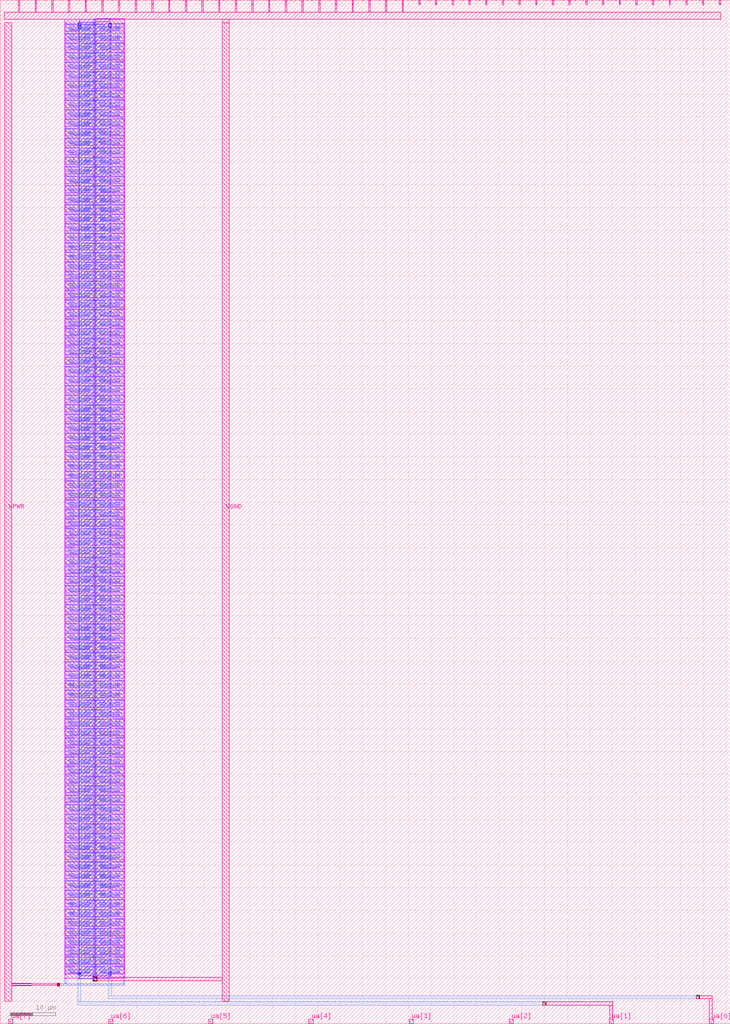
<source format=lef>
VERSION 5.7 ;
  NOWIREEXTENSIONATPIN ON ;
  DIVIDERCHAR "/" ;
  BUSBITCHARS "[]" ;
MACRO tt_um_devinatkin_dual_oscillator
  CLASS BLOCK ;
  FOREIGN tt_um_devinatkin_dual_oscillator ;
  ORIGIN 0.000 0.000 ;
  SIZE 161.000 BY 225.760 ;
  PIN clk
    DIRECTION INPUT ;
    USE SIGNAL ;
    PORT
      LAYER met4 ;
        RECT 154.870 224.760 155.170 225.760 ;
    END
  END clk
  PIN ena
    DIRECTION INPUT ;
    USE SIGNAL ;
    PORT
      LAYER met4 ;
        RECT 158.550 224.760 158.850 225.760 ;
    END
  END ena
  PIN rst_n
    DIRECTION INPUT ;
    USE SIGNAL ;
    PORT
      LAYER met4 ;
        RECT 151.190 224.760 151.490 225.760 ;
    END
  END rst_n
  PIN ua[0]
    DIRECTION INOUT ;
    USE SIGNAL ;
    ANTENNAGATEAREA 0.300000 ;
    ANTENNADIFFAREA 0.580000 ;
    PORT
      LAYER met4 ;
        RECT 156.410 0.000 157.310 1.000 ;
    END
  END ua[0]
  PIN ua[1]
    DIRECTION INOUT ;
    USE SIGNAL ;
    ANTENNAGATEAREA 0.300000 ;
    ANTENNADIFFAREA 0.580000 ;
    PORT
      LAYER met4 ;
        RECT 134.330 0.000 135.230 1.000 ;
    END
  END ua[1]
  PIN ua[2]
    DIRECTION INOUT ;
    USE SIGNAL ;
    PORT
      LAYER met4 ;
        RECT 112.250 0.000 113.150 1.000 ;
    END
  END ua[2]
  PIN ua[3]
    DIRECTION INOUT ;
    USE SIGNAL ;
    PORT
      LAYER met4 ;
        RECT 90.170 0.000 91.070 1.000 ;
    END
  END ua[3]
  PIN ua[4]
    DIRECTION INOUT ;
    USE SIGNAL ;
    PORT
      LAYER met4 ;
        RECT 68.090 0.000 68.990 1.000 ;
    END
  END ua[4]
  PIN ua[5]
    DIRECTION INOUT ;
    USE SIGNAL ;
    PORT
      LAYER met4 ;
        RECT 46.010 0.000 46.910 1.000 ;
    END
  END ua[5]
  PIN ua[6]
    DIRECTION INOUT ;
    USE SIGNAL ;
    PORT
      LAYER met4 ;
        RECT 23.930 0.000 24.830 1.000 ;
    END
  END ua[6]
  PIN ua[7]
    DIRECTION INOUT ;
    USE SIGNAL ;
    PORT
      LAYER met4 ;
        RECT 1.850 0.000 2.750 1.000 ;
    END
  END ua[7]
  PIN ui_in[0]
    DIRECTION INPUT ;
    USE SIGNAL ;
    PORT
      LAYER met4 ;
        RECT 147.510 224.760 147.810 225.760 ;
    END
  END ui_in[0]
  PIN ui_in[1]
    DIRECTION INPUT ;
    USE SIGNAL ;
    PORT
      LAYER met4 ;
        RECT 143.830 224.760 144.130 225.760 ;
    END
  END ui_in[1]
  PIN ui_in[2]
    DIRECTION INPUT ;
    USE SIGNAL ;
    PORT
      LAYER met4 ;
        RECT 140.150 224.760 140.450 225.760 ;
    END
  END ui_in[2]
  PIN ui_in[3]
    DIRECTION INPUT ;
    USE SIGNAL ;
    PORT
      LAYER met4 ;
        RECT 136.470 224.760 136.770 225.760 ;
    END
  END ui_in[3]
  PIN ui_in[4]
    DIRECTION INPUT ;
    USE SIGNAL ;
    PORT
      LAYER met4 ;
        RECT 132.790 224.760 133.090 225.760 ;
    END
  END ui_in[4]
  PIN ui_in[5]
    DIRECTION INPUT ;
    USE SIGNAL ;
    PORT
      LAYER met4 ;
        RECT 129.110 224.760 129.410 225.760 ;
    END
  END ui_in[5]
  PIN ui_in[6]
    DIRECTION INPUT ;
    USE SIGNAL ;
    PORT
      LAYER met4 ;
        RECT 125.430 224.760 125.730 225.760 ;
    END
  END ui_in[6]
  PIN ui_in[7]
    DIRECTION INPUT ;
    USE SIGNAL ;
    PORT
      LAYER met4 ;
        RECT 121.750 224.760 122.050 225.760 ;
    END
  END ui_in[7]
  PIN uio_in[0]
    DIRECTION INPUT ;
    USE SIGNAL ;
    PORT
      LAYER met4 ;
        RECT 118.070 224.760 118.370 225.760 ;
    END
  END uio_in[0]
  PIN uio_in[1]
    DIRECTION INPUT ;
    USE SIGNAL ;
    PORT
      LAYER met4 ;
        RECT 114.390 224.760 114.690 225.760 ;
    END
  END uio_in[1]
  PIN uio_in[2]
    DIRECTION INPUT ;
    USE SIGNAL ;
    PORT
      LAYER met4 ;
        RECT 110.710 224.760 111.010 225.760 ;
    END
  END uio_in[2]
  PIN uio_in[3]
    DIRECTION INPUT ;
    USE SIGNAL ;
    PORT
      LAYER met4 ;
        RECT 107.030 224.760 107.330 225.760 ;
    END
  END uio_in[3]
  PIN uio_in[4]
    DIRECTION INPUT ;
    USE SIGNAL ;
    PORT
      LAYER met4 ;
        RECT 103.350 224.760 103.650 225.760 ;
    END
  END uio_in[4]
  PIN uio_in[5]
    DIRECTION INPUT ;
    USE SIGNAL ;
    PORT
      LAYER met4 ;
        RECT 99.670 224.760 99.970 225.760 ;
    END
  END uio_in[5]
  PIN uio_in[6]
    DIRECTION INPUT ;
    USE SIGNAL ;
    PORT
      LAYER met4 ;
        RECT 95.990 224.760 96.290 225.760 ;
    END
  END uio_in[6]
  PIN uio_in[7]
    DIRECTION INPUT ;
    USE SIGNAL ;
    PORT
      LAYER met4 ;
        RECT 92.310 224.760 92.610 225.760 ;
    END
  END uio_in[7]
  PIN uio_oe[0]
    DIRECTION OUTPUT ;
    USE SIGNAL ;
    ANTENNADIFFAREA 533.479614 ;
    PORT
      LAYER met4 ;
        RECT 29.750 224.760 30.050 225.760 ;
    END
  END uio_oe[0]
  PIN uio_oe[1]
    DIRECTION OUTPUT ;
    USE SIGNAL ;
    ANTENNADIFFAREA 533.479614 ;
    PORT
      LAYER met4 ;
        RECT 26.070 224.760 26.370 225.760 ;
    END
  END uio_oe[1]
  PIN uio_oe[2]
    DIRECTION OUTPUT ;
    USE SIGNAL ;
    ANTENNADIFFAREA 533.479614 ;
    PORT
      LAYER met4 ;
        RECT 22.390 224.760 22.690 225.760 ;
    END
  END uio_oe[2]
  PIN uio_oe[3]
    DIRECTION OUTPUT ;
    USE SIGNAL ;
    ANTENNADIFFAREA 533.479614 ;
    PORT
      LAYER met4 ;
        RECT 18.710 224.760 19.010 225.760 ;
    END
  END uio_oe[3]
  PIN uio_oe[4]
    DIRECTION OUTPUT ;
    USE SIGNAL ;
    ANTENNADIFFAREA 533.479614 ;
    PORT
      LAYER met4 ;
        RECT 15.030 224.760 15.330 225.760 ;
    END
  END uio_oe[4]
  PIN uio_oe[5]
    DIRECTION OUTPUT ;
    USE SIGNAL ;
    ANTENNADIFFAREA 533.479614 ;
    PORT
      LAYER met4 ;
        RECT 11.350 224.760 11.650 225.760 ;
    END
  END uio_oe[5]
  PIN uio_oe[6]
    DIRECTION OUTPUT ;
    USE SIGNAL ;
    ANTENNADIFFAREA 533.479614 ;
    PORT
      LAYER met4 ;
        RECT 7.670 224.760 7.970 225.760 ;
    END
  END uio_oe[6]
  PIN uio_oe[7]
    DIRECTION OUTPUT ;
    USE SIGNAL ;
    ANTENNADIFFAREA 533.479614 ;
    PORT
      LAYER met4 ;
        RECT 3.990 224.760 4.290 225.760 ;
    END
  END uio_oe[7]
  PIN uio_out[0]
    DIRECTION OUTPUT ;
    USE SIGNAL ;
    ANTENNADIFFAREA 533.479614 ;
    PORT
      LAYER met4 ;
        RECT 59.190 224.760 59.490 225.760 ;
    END
  END uio_out[0]
  PIN uio_out[1]
    DIRECTION OUTPUT ;
    USE SIGNAL ;
    ANTENNADIFFAREA 533.479614 ;
    PORT
      LAYER met4 ;
        RECT 55.510 224.760 55.810 225.760 ;
    END
  END uio_out[1]
  PIN uio_out[2]
    DIRECTION OUTPUT ;
    USE SIGNAL ;
    ANTENNADIFFAREA 533.479614 ;
    PORT
      LAYER met4 ;
        RECT 51.830 224.760 52.130 225.760 ;
    END
  END uio_out[2]
  PIN uio_out[3]
    DIRECTION OUTPUT ;
    USE SIGNAL ;
    ANTENNADIFFAREA 533.479614 ;
    PORT
      LAYER met4 ;
        RECT 48.150 224.760 48.450 225.760 ;
    END
  END uio_out[3]
  PIN uio_out[4]
    DIRECTION OUTPUT ;
    USE SIGNAL ;
    ANTENNADIFFAREA 533.479614 ;
    PORT
      LAYER met4 ;
        RECT 44.470 224.760 44.770 225.760 ;
    END
  END uio_out[4]
  PIN uio_out[5]
    DIRECTION OUTPUT ;
    USE SIGNAL ;
    ANTENNADIFFAREA 533.479614 ;
    PORT
      LAYER met4 ;
        RECT 40.790 224.760 41.090 225.760 ;
    END
  END uio_out[5]
  PIN uio_out[6]
    DIRECTION OUTPUT ;
    USE SIGNAL ;
    ANTENNADIFFAREA 533.479614 ;
    PORT
      LAYER met4 ;
        RECT 37.110 224.760 37.410 225.760 ;
    END
  END uio_out[6]
  PIN uio_out[7]
    DIRECTION OUTPUT ;
    USE SIGNAL ;
    ANTENNADIFFAREA 533.479614 ;
    PORT
      LAYER met4 ;
        RECT 33.430 224.760 33.730 225.760 ;
    END
  END uio_out[7]
  PIN uo_out[0]
    DIRECTION OUTPUT ;
    USE SIGNAL ;
    ANTENNADIFFAREA 533.479614 ;
    PORT
      LAYER met4 ;
        RECT 88.630 224.760 88.930 225.760 ;
    END
  END uo_out[0]
  PIN uo_out[1]
    DIRECTION OUTPUT ;
    USE SIGNAL ;
    ANTENNADIFFAREA 533.479614 ;
    PORT
      LAYER met4 ;
        RECT 84.950 224.760 85.250 225.760 ;
    END
  END uo_out[1]
  PIN uo_out[2]
    DIRECTION OUTPUT ;
    USE SIGNAL ;
    ANTENNADIFFAREA 533.479614 ;
    PORT
      LAYER met4 ;
        RECT 81.270 224.760 81.570 225.760 ;
    END
  END uo_out[2]
  PIN uo_out[3]
    DIRECTION OUTPUT ;
    USE SIGNAL ;
    ANTENNADIFFAREA 533.479614 ;
    PORT
      LAYER met4 ;
        RECT 77.590 224.760 77.890 225.760 ;
    END
  END uo_out[3]
  PIN uo_out[4]
    DIRECTION OUTPUT ;
    USE SIGNAL ;
    ANTENNADIFFAREA 533.479614 ;
    PORT
      LAYER met4 ;
        RECT 73.910 224.760 74.210 225.760 ;
    END
  END uo_out[4]
  PIN uo_out[5]
    DIRECTION OUTPUT ;
    USE SIGNAL ;
    ANTENNADIFFAREA 533.479614 ;
    PORT
      LAYER met4 ;
        RECT 70.230 224.760 70.530 225.760 ;
    END
  END uo_out[5]
  PIN uo_out[6]
    DIRECTION OUTPUT ;
    USE SIGNAL ;
    ANTENNADIFFAREA 533.479614 ;
    PORT
      LAYER met4 ;
        RECT 66.550 224.760 66.850 225.760 ;
    END
  END uo_out[6]
  PIN uo_out[7]
    DIRECTION OUTPUT ;
    USE SIGNAL ;
    ANTENNADIFFAREA 533.479614 ;
    PORT
      LAYER met4 ;
        RECT 62.870 224.760 63.170 225.760 ;
    END
  END uo_out[7]
  PIN VPWR
    DIRECTION INOUT ;
    USE POWER ;
    PORT
      LAYER met4 ;
        RECT 1.000 5.000 2.500 220.760 ;
    END
  END VPWR
  PIN VGND
    DIRECTION INOUT ;
    USE GROUND ;
    PORT
      LAYER met4 ;
        RECT 49.000 5.000 50.500 220.760 ;
    END
  END VGND
  OBS
      LAYER nwell ;
        RECT 14.250 9.990 17.450 221.590 ;
      LAYER pwell ;
        RECT 17.450 220.890 20.740 221.590 ;
        RECT 20.960 220.950 24.250 221.650 ;
        RECT 17.450 10.620 20.750 220.890 ;
        RECT 20.950 10.620 24.250 220.950 ;
        RECT 17.450 9.970 20.740 10.620 ;
        RECT 20.960 9.970 24.250 10.620 ;
      LAYER nwell ;
        RECT 24.250 9.990 27.450 221.650 ;
      LAYER li1 ;
        RECT 14.430 220.490 17.260 220.540 ;
        RECT 14.310 220.370 17.260 220.490 ;
        RECT 14.310 218.960 14.600 220.370 ;
        RECT 14.940 219.500 15.110 219.830 ;
        RECT 15.325 219.800 16.365 219.970 ;
        RECT 15.325 219.360 16.365 219.530 ;
        RECT 16.580 219.500 16.750 219.830 ;
        RECT 17.090 218.960 17.260 220.370 ;
        RECT 14.310 218.840 17.260 218.960 ;
        RECT 14.430 218.790 17.260 218.840 ;
        RECT 17.820 220.460 20.560 220.530 ;
        RECT 21.140 220.520 23.880 220.590 ;
        RECT 17.820 220.360 20.690 220.460 ;
        RECT 17.820 218.950 17.990 220.360 ;
        RECT 18.330 219.490 18.500 219.820 ;
        RECT 18.670 219.790 19.710 219.960 ;
        RECT 18.670 219.350 19.710 219.520 ;
        RECT 19.880 219.490 20.050 219.820 ;
        RECT 20.390 218.950 20.690 220.360 ;
        RECT 17.820 218.810 20.690 218.950 ;
        RECT 21.010 220.420 23.880 220.520 ;
        RECT 21.010 219.010 21.310 220.420 ;
        RECT 21.650 219.550 21.820 219.880 ;
        RECT 21.990 219.850 23.030 220.020 ;
        RECT 21.990 219.410 23.030 219.580 ;
        RECT 23.200 219.550 23.370 219.880 ;
        RECT 23.710 219.010 23.880 220.420 ;
        RECT 21.010 218.870 23.880 219.010 ;
        RECT 24.440 220.550 27.270 220.600 ;
        RECT 24.440 220.430 27.390 220.550 ;
        RECT 24.440 219.020 24.610 220.430 ;
        RECT 24.950 219.560 25.120 219.890 ;
        RECT 25.335 219.860 26.375 220.030 ;
        RECT 25.335 219.420 26.375 219.590 ;
        RECT 26.590 219.560 26.760 219.890 ;
        RECT 27.100 219.020 27.390 220.430 ;
        RECT 24.440 218.940 27.390 219.020 ;
        RECT 17.820 218.780 20.560 218.810 ;
        RECT 14.430 218.390 17.260 218.440 ;
        RECT 14.310 218.270 17.260 218.390 ;
        RECT 14.310 216.860 14.600 218.270 ;
        RECT 14.940 217.400 15.110 217.730 ;
        RECT 15.325 217.700 16.365 217.870 ;
        RECT 15.325 217.260 16.365 217.430 ;
        RECT 16.580 217.400 16.750 217.730 ;
        RECT 17.090 216.860 17.260 218.270 ;
        RECT 14.310 216.740 17.260 216.860 ;
        RECT 14.430 216.690 17.260 216.740 ;
        RECT 17.820 218.360 20.560 218.430 ;
        RECT 21.140 218.420 23.880 218.870 ;
        RECT 17.820 218.260 20.690 218.360 ;
        RECT 17.820 216.850 17.990 218.260 ;
        RECT 18.330 217.390 18.500 217.720 ;
        RECT 18.670 217.690 19.710 217.860 ;
        RECT 18.670 217.250 19.710 217.420 ;
        RECT 19.880 217.390 20.050 217.720 ;
        RECT 20.390 216.850 20.690 218.260 ;
        RECT 17.820 216.710 20.690 216.850 ;
        RECT 21.010 218.320 23.880 218.420 ;
        RECT 24.430 218.330 27.390 218.940 ;
        RECT 21.010 216.910 21.310 218.320 ;
        RECT 21.650 217.450 21.820 217.780 ;
        RECT 21.990 217.750 23.030 217.920 ;
        RECT 21.990 217.310 23.030 217.480 ;
        RECT 23.200 217.450 23.370 217.780 ;
        RECT 23.710 216.910 23.880 218.320 ;
        RECT 21.010 216.770 23.880 216.910 ;
        RECT 24.440 216.920 24.610 218.330 ;
        RECT 24.950 217.460 25.120 217.790 ;
        RECT 25.335 217.760 26.375 217.930 ;
        RECT 25.335 217.320 26.375 217.490 ;
        RECT 26.590 217.460 26.760 217.790 ;
        RECT 27.100 216.920 27.390 218.330 ;
        RECT 24.440 216.880 27.390 216.920 ;
        RECT 17.820 216.680 20.560 216.710 ;
        RECT 14.430 216.290 17.260 216.340 ;
        RECT 14.310 216.170 17.260 216.290 ;
        RECT 14.310 214.760 14.600 216.170 ;
        RECT 14.940 215.300 15.110 215.630 ;
        RECT 15.325 215.600 16.365 215.770 ;
        RECT 15.325 215.160 16.365 215.330 ;
        RECT 16.580 215.300 16.750 215.630 ;
        RECT 17.090 214.760 17.260 216.170 ;
        RECT 14.310 214.640 17.260 214.760 ;
        RECT 14.430 214.590 17.260 214.640 ;
        RECT 17.820 216.260 20.560 216.330 ;
        RECT 21.140 216.320 23.880 216.770 ;
        RECT 17.820 216.160 20.690 216.260 ;
        RECT 17.820 214.750 17.990 216.160 ;
        RECT 18.330 215.290 18.500 215.620 ;
        RECT 18.670 215.590 19.710 215.760 ;
        RECT 18.670 215.150 19.710 215.320 ;
        RECT 19.880 215.290 20.050 215.620 ;
        RECT 20.390 214.750 20.690 216.160 ;
        RECT 17.820 214.610 20.690 214.750 ;
        RECT 21.010 216.220 23.880 216.320 ;
        RECT 24.420 216.800 27.390 216.880 ;
        RECT 24.420 216.350 27.380 216.800 ;
        RECT 24.420 216.270 27.390 216.350 ;
        RECT 21.010 214.810 21.310 216.220 ;
        RECT 21.650 215.350 21.820 215.680 ;
        RECT 21.990 215.650 23.030 215.820 ;
        RECT 21.990 215.210 23.030 215.380 ;
        RECT 23.200 215.350 23.370 215.680 ;
        RECT 23.710 214.810 23.880 216.220 ;
        RECT 21.010 214.670 23.880 214.810 ;
        RECT 17.820 214.580 20.560 214.610 ;
        RECT 14.430 214.190 17.260 214.240 ;
        RECT 14.310 214.070 17.260 214.190 ;
        RECT 14.310 212.660 14.600 214.070 ;
        RECT 14.940 213.200 15.110 213.530 ;
        RECT 15.325 213.500 16.365 213.670 ;
        RECT 15.325 213.060 16.365 213.230 ;
        RECT 16.580 213.200 16.750 213.530 ;
        RECT 17.090 212.660 17.260 214.070 ;
        RECT 14.310 212.540 17.260 212.660 ;
        RECT 14.430 212.490 17.260 212.540 ;
        RECT 17.820 214.160 20.560 214.230 ;
        RECT 21.140 214.220 23.880 214.670 ;
        RECT 24.440 216.230 27.390 216.270 ;
        RECT 24.440 214.820 24.610 216.230 ;
        RECT 24.950 215.360 25.120 215.690 ;
        RECT 25.335 215.660 26.375 215.830 ;
        RECT 25.335 215.220 26.375 215.390 ;
        RECT 26.590 215.360 26.760 215.690 ;
        RECT 27.100 214.820 27.390 216.230 ;
        RECT 24.440 214.700 27.390 214.820 ;
        RECT 24.440 214.650 27.270 214.700 ;
        RECT 17.820 214.060 20.690 214.160 ;
        RECT 17.820 212.650 17.990 214.060 ;
        RECT 18.330 213.190 18.500 213.520 ;
        RECT 18.670 213.490 19.710 213.660 ;
        RECT 18.670 213.050 19.710 213.220 ;
        RECT 19.880 213.190 20.050 213.520 ;
        RECT 20.390 212.650 20.690 214.060 ;
        RECT 17.820 212.510 20.690 212.650 ;
        RECT 21.010 214.120 23.880 214.220 ;
        RECT 21.010 212.710 21.310 214.120 ;
        RECT 21.650 213.250 21.820 213.580 ;
        RECT 21.990 213.550 23.030 213.720 ;
        RECT 21.990 213.110 23.030 213.280 ;
        RECT 23.200 213.250 23.370 213.580 ;
        RECT 23.710 212.710 23.880 214.120 ;
        RECT 21.010 212.570 23.880 212.710 ;
        RECT 21.140 212.540 23.880 212.570 ;
        RECT 24.440 214.250 27.270 214.300 ;
        RECT 24.440 214.130 27.390 214.250 ;
        RECT 24.440 212.720 24.610 214.130 ;
        RECT 24.950 213.260 25.120 213.590 ;
        RECT 25.335 213.560 26.375 213.730 ;
        RECT 25.335 213.120 26.375 213.290 ;
        RECT 26.590 213.260 26.760 213.590 ;
        RECT 27.100 212.720 27.390 214.130 ;
        RECT 24.440 212.600 27.390 212.720 ;
        RECT 24.440 212.550 27.270 212.600 ;
        RECT 17.820 212.480 20.560 212.510 ;
        RECT 14.430 212.100 17.260 212.150 ;
        RECT 14.310 211.980 17.260 212.100 ;
        RECT 14.310 210.570 14.600 211.980 ;
        RECT 14.940 211.110 15.110 211.440 ;
        RECT 15.325 211.410 16.365 211.580 ;
        RECT 15.325 210.970 16.365 211.140 ;
        RECT 16.580 211.110 16.750 211.440 ;
        RECT 17.090 210.570 17.260 211.980 ;
        RECT 14.310 210.450 17.260 210.570 ;
        RECT 14.430 210.400 17.260 210.450 ;
        RECT 17.820 212.070 20.560 212.140 ;
        RECT 21.140 212.120 23.880 212.190 ;
        RECT 17.820 211.970 20.690 212.070 ;
        RECT 17.820 210.560 17.990 211.970 ;
        RECT 18.330 211.100 18.500 211.430 ;
        RECT 18.670 211.400 19.710 211.570 ;
        RECT 18.670 210.960 19.710 211.130 ;
        RECT 19.880 211.100 20.050 211.430 ;
        RECT 20.390 210.560 20.690 211.970 ;
        RECT 17.820 210.420 20.690 210.560 ;
        RECT 21.010 212.020 23.880 212.120 ;
        RECT 21.010 210.610 21.310 212.020 ;
        RECT 21.650 211.150 21.820 211.480 ;
        RECT 21.990 211.450 23.030 211.620 ;
        RECT 21.990 211.010 23.030 211.180 ;
        RECT 23.200 211.150 23.370 211.480 ;
        RECT 23.710 210.610 23.880 212.020 ;
        RECT 21.010 210.470 23.880 210.610 ;
        RECT 21.140 210.440 23.880 210.470 ;
        RECT 24.440 212.150 27.270 212.200 ;
        RECT 24.440 212.030 27.390 212.150 ;
        RECT 24.440 210.620 24.610 212.030 ;
        RECT 24.950 211.160 25.120 211.490 ;
        RECT 25.335 211.460 26.375 211.630 ;
        RECT 25.335 211.020 26.375 211.190 ;
        RECT 26.590 211.160 26.760 211.490 ;
        RECT 27.100 210.620 27.390 212.030 ;
        RECT 24.440 210.500 27.390 210.620 ;
        RECT 24.440 210.450 27.270 210.500 ;
        RECT 17.820 210.390 20.560 210.420 ;
        RECT 14.430 210.000 17.260 210.050 ;
        RECT 14.310 209.880 17.260 210.000 ;
        RECT 14.310 208.470 14.600 209.880 ;
        RECT 14.940 209.010 15.110 209.340 ;
        RECT 15.325 209.310 16.365 209.480 ;
        RECT 15.325 208.870 16.365 209.040 ;
        RECT 16.580 209.010 16.750 209.340 ;
        RECT 17.090 208.470 17.260 209.880 ;
        RECT 14.310 208.350 17.260 208.470 ;
        RECT 14.430 208.300 17.260 208.350 ;
        RECT 17.820 209.970 20.560 210.040 ;
        RECT 21.140 210.020 23.880 210.090 ;
        RECT 17.820 209.870 20.690 209.970 ;
        RECT 17.820 208.460 17.990 209.870 ;
        RECT 18.330 209.000 18.500 209.330 ;
        RECT 18.670 209.300 19.710 209.470 ;
        RECT 18.670 208.860 19.710 209.030 ;
        RECT 19.880 209.000 20.050 209.330 ;
        RECT 20.390 208.460 20.690 209.870 ;
        RECT 17.820 208.320 20.690 208.460 ;
        RECT 21.010 209.920 23.880 210.020 ;
        RECT 21.010 208.510 21.310 209.920 ;
        RECT 21.650 209.050 21.820 209.380 ;
        RECT 21.990 209.350 23.030 209.520 ;
        RECT 21.990 208.910 23.030 209.080 ;
        RECT 23.200 209.050 23.370 209.380 ;
        RECT 23.710 208.510 23.880 209.920 ;
        RECT 21.010 208.370 23.880 208.510 ;
        RECT 21.140 208.340 23.880 208.370 ;
        RECT 24.440 210.050 27.270 210.100 ;
        RECT 24.440 209.930 27.390 210.050 ;
        RECT 24.440 208.520 24.610 209.930 ;
        RECT 24.950 209.060 25.120 209.390 ;
        RECT 25.335 209.360 26.375 209.530 ;
        RECT 25.335 208.920 26.375 209.090 ;
        RECT 26.590 209.060 26.760 209.390 ;
        RECT 27.100 208.520 27.390 209.930 ;
        RECT 24.440 208.400 27.390 208.520 ;
        RECT 24.440 208.350 27.270 208.400 ;
        RECT 17.820 208.290 20.560 208.320 ;
        RECT 14.430 207.910 17.260 207.960 ;
        RECT 14.310 207.790 17.260 207.910 ;
        RECT 14.310 206.380 14.600 207.790 ;
        RECT 14.940 206.920 15.110 207.250 ;
        RECT 15.325 207.220 16.365 207.390 ;
        RECT 15.325 206.780 16.365 206.950 ;
        RECT 16.580 206.920 16.750 207.250 ;
        RECT 17.090 206.380 17.260 207.790 ;
        RECT 14.310 206.260 17.260 206.380 ;
        RECT 14.430 206.210 17.260 206.260 ;
        RECT 17.820 207.880 20.560 207.950 ;
        RECT 21.140 207.920 23.880 207.990 ;
        RECT 17.820 207.780 20.690 207.880 ;
        RECT 17.820 206.370 17.990 207.780 ;
        RECT 18.330 206.910 18.500 207.240 ;
        RECT 18.670 207.210 19.710 207.380 ;
        RECT 18.670 206.770 19.710 206.940 ;
        RECT 19.880 206.910 20.050 207.240 ;
        RECT 20.390 206.370 20.690 207.780 ;
        RECT 17.820 206.230 20.690 206.370 ;
        RECT 21.010 207.820 23.880 207.920 ;
        RECT 21.010 206.410 21.310 207.820 ;
        RECT 21.650 206.950 21.820 207.280 ;
        RECT 21.990 207.250 23.030 207.420 ;
        RECT 21.990 206.810 23.030 206.980 ;
        RECT 23.200 206.950 23.370 207.280 ;
        RECT 23.710 206.410 23.880 207.820 ;
        RECT 21.010 206.270 23.880 206.410 ;
        RECT 21.140 206.240 23.880 206.270 ;
        RECT 24.440 207.950 27.270 208.000 ;
        RECT 24.440 207.830 27.390 207.950 ;
        RECT 24.440 206.420 24.610 207.830 ;
        RECT 24.950 206.960 25.120 207.290 ;
        RECT 25.335 207.260 26.375 207.430 ;
        RECT 25.335 206.820 26.375 206.990 ;
        RECT 26.590 206.960 26.760 207.290 ;
        RECT 27.100 206.420 27.390 207.830 ;
        RECT 24.440 206.300 27.390 206.420 ;
        RECT 24.440 206.250 27.270 206.300 ;
        RECT 17.820 206.200 20.560 206.230 ;
        RECT 14.430 205.810 17.260 205.860 ;
        RECT 14.310 205.690 17.260 205.810 ;
        RECT 14.310 204.280 14.600 205.690 ;
        RECT 14.940 204.820 15.110 205.150 ;
        RECT 15.325 205.120 16.365 205.290 ;
        RECT 15.325 204.680 16.365 204.850 ;
        RECT 16.580 204.820 16.750 205.150 ;
        RECT 17.090 204.280 17.260 205.690 ;
        RECT 14.310 204.160 17.260 204.280 ;
        RECT 14.430 204.110 17.260 204.160 ;
        RECT 17.820 205.780 20.560 205.850 ;
        RECT 21.140 205.820 23.880 205.890 ;
        RECT 17.820 205.680 20.690 205.780 ;
        RECT 17.820 204.270 17.990 205.680 ;
        RECT 18.330 204.810 18.500 205.140 ;
        RECT 18.670 205.110 19.710 205.280 ;
        RECT 18.670 204.670 19.710 204.840 ;
        RECT 19.880 204.810 20.050 205.140 ;
        RECT 20.390 204.270 20.690 205.680 ;
        RECT 17.820 204.130 20.690 204.270 ;
        RECT 21.010 205.720 23.880 205.820 ;
        RECT 21.010 204.310 21.310 205.720 ;
        RECT 21.650 204.850 21.820 205.180 ;
        RECT 21.990 205.150 23.030 205.320 ;
        RECT 21.990 204.710 23.030 204.880 ;
        RECT 23.200 204.850 23.370 205.180 ;
        RECT 23.710 204.310 23.880 205.720 ;
        RECT 21.010 204.170 23.880 204.310 ;
        RECT 21.140 204.140 23.880 204.170 ;
        RECT 24.440 205.850 27.270 205.900 ;
        RECT 24.440 205.730 27.390 205.850 ;
        RECT 24.440 204.320 24.610 205.730 ;
        RECT 24.950 204.860 25.120 205.190 ;
        RECT 25.335 205.160 26.375 205.330 ;
        RECT 25.335 204.720 26.375 204.890 ;
        RECT 26.590 204.860 26.760 205.190 ;
        RECT 27.100 204.320 27.390 205.730 ;
        RECT 24.440 204.200 27.390 204.320 ;
        RECT 24.440 204.150 27.270 204.200 ;
        RECT 17.820 204.100 20.560 204.130 ;
        RECT 14.430 203.710 17.260 203.760 ;
        RECT 14.310 203.590 17.260 203.710 ;
        RECT 14.310 202.180 14.600 203.590 ;
        RECT 14.940 202.720 15.110 203.050 ;
        RECT 15.325 203.020 16.365 203.190 ;
        RECT 15.325 202.580 16.365 202.750 ;
        RECT 16.580 202.720 16.750 203.050 ;
        RECT 17.090 202.180 17.260 203.590 ;
        RECT 14.310 202.060 17.260 202.180 ;
        RECT 14.430 202.010 17.260 202.060 ;
        RECT 17.820 203.680 20.560 203.750 ;
        RECT 21.140 203.720 23.880 203.790 ;
        RECT 17.820 203.580 20.690 203.680 ;
        RECT 17.820 202.170 17.990 203.580 ;
        RECT 18.330 202.710 18.500 203.040 ;
        RECT 18.670 203.010 19.710 203.180 ;
        RECT 18.670 202.570 19.710 202.740 ;
        RECT 19.880 202.710 20.050 203.040 ;
        RECT 20.390 202.170 20.690 203.580 ;
        RECT 17.820 202.030 20.690 202.170 ;
        RECT 21.010 203.620 23.880 203.720 ;
        RECT 21.010 202.210 21.310 203.620 ;
        RECT 21.650 202.750 21.820 203.080 ;
        RECT 21.990 203.050 23.030 203.220 ;
        RECT 21.990 202.610 23.030 202.780 ;
        RECT 23.200 202.750 23.370 203.080 ;
        RECT 23.710 202.210 23.880 203.620 ;
        RECT 21.010 202.070 23.880 202.210 ;
        RECT 21.140 202.040 23.880 202.070 ;
        RECT 24.440 203.750 27.270 203.800 ;
        RECT 24.440 203.630 27.390 203.750 ;
        RECT 24.440 202.220 24.610 203.630 ;
        RECT 24.950 202.760 25.120 203.090 ;
        RECT 25.335 203.060 26.375 203.230 ;
        RECT 25.335 202.620 26.375 202.790 ;
        RECT 26.590 202.760 26.760 203.090 ;
        RECT 27.100 202.220 27.390 203.630 ;
        RECT 24.440 202.100 27.390 202.220 ;
        RECT 24.440 202.050 27.270 202.100 ;
        RECT 17.820 202.000 20.560 202.030 ;
        RECT 14.430 201.610 17.260 201.660 ;
        RECT 14.310 201.490 17.260 201.610 ;
        RECT 14.310 200.080 14.600 201.490 ;
        RECT 14.940 200.620 15.110 200.950 ;
        RECT 15.325 200.920 16.365 201.090 ;
        RECT 15.325 200.480 16.365 200.650 ;
        RECT 16.580 200.620 16.750 200.950 ;
        RECT 17.090 200.080 17.260 201.490 ;
        RECT 14.310 199.960 17.260 200.080 ;
        RECT 14.430 199.910 17.260 199.960 ;
        RECT 17.820 201.580 20.560 201.650 ;
        RECT 21.140 201.620 23.880 201.690 ;
        RECT 17.820 201.480 20.690 201.580 ;
        RECT 17.820 200.070 17.990 201.480 ;
        RECT 18.330 200.610 18.500 200.940 ;
        RECT 18.670 200.910 19.710 201.080 ;
        RECT 18.670 200.470 19.710 200.640 ;
        RECT 19.880 200.610 20.050 200.940 ;
        RECT 20.390 200.070 20.690 201.480 ;
        RECT 17.820 199.930 20.690 200.070 ;
        RECT 21.010 201.520 23.880 201.620 ;
        RECT 21.010 200.110 21.310 201.520 ;
        RECT 21.650 200.650 21.820 200.980 ;
        RECT 21.990 200.950 23.030 201.120 ;
        RECT 21.990 200.510 23.030 200.680 ;
        RECT 23.200 200.650 23.370 200.980 ;
        RECT 23.710 200.110 23.880 201.520 ;
        RECT 21.010 199.970 23.880 200.110 ;
        RECT 21.140 199.940 23.880 199.970 ;
        RECT 24.440 201.650 27.270 201.700 ;
        RECT 24.440 201.530 27.390 201.650 ;
        RECT 24.440 200.120 24.610 201.530 ;
        RECT 24.950 200.660 25.120 200.990 ;
        RECT 25.335 200.960 26.375 201.130 ;
        RECT 25.335 200.520 26.375 200.690 ;
        RECT 26.590 200.660 26.760 200.990 ;
        RECT 27.100 200.120 27.390 201.530 ;
        RECT 24.440 200.000 27.390 200.120 ;
        RECT 24.440 199.950 27.270 200.000 ;
        RECT 17.820 199.900 20.560 199.930 ;
        RECT 14.430 199.510 17.260 199.560 ;
        RECT 14.310 199.390 17.260 199.510 ;
        RECT 14.310 197.980 14.600 199.390 ;
        RECT 14.940 198.520 15.110 198.850 ;
        RECT 15.325 198.820 16.365 198.990 ;
        RECT 15.325 198.380 16.365 198.550 ;
        RECT 16.580 198.520 16.750 198.850 ;
        RECT 17.090 197.980 17.260 199.390 ;
        RECT 14.310 197.860 17.260 197.980 ;
        RECT 14.430 197.810 17.260 197.860 ;
        RECT 17.820 199.480 20.560 199.550 ;
        RECT 21.140 199.520 23.880 199.590 ;
        RECT 17.820 199.380 20.690 199.480 ;
        RECT 17.820 197.970 17.990 199.380 ;
        RECT 18.330 198.510 18.500 198.840 ;
        RECT 18.670 198.810 19.710 198.980 ;
        RECT 18.670 198.370 19.710 198.540 ;
        RECT 19.880 198.510 20.050 198.840 ;
        RECT 20.390 197.970 20.690 199.380 ;
        RECT 17.820 197.830 20.690 197.970 ;
        RECT 21.010 199.420 23.880 199.520 ;
        RECT 21.010 198.010 21.310 199.420 ;
        RECT 21.650 198.550 21.820 198.880 ;
        RECT 21.990 198.850 23.030 199.020 ;
        RECT 21.990 198.410 23.030 198.580 ;
        RECT 23.200 198.550 23.370 198.880 ;
        RECT 23.710 198.010 23.880 199.420 ;
        RECT 21.010 197.870 23.880 198.010 ;
        RECT 21.140 197.840 23.880 197.870 ;
        RECT 24.440 199.550 27.270 199.600 ;
        RECT 24.440 199.430 27.390 199.550 ;
        RECT 24.440 198.020 24.610 199.430 ;
        RECT 24.950 198.560 25.120 198.890 ;
        RECT 25.335 198.860 26.375 199.030 ;
        RECT 25.335 198.420 26.375 198.590 ;
        RECT 26.590 198.560 26.760 198.890 ;
        RECT 27.100 198.020 27.390 199.430 ;
        RECT 24.440 197.900 27.390 198.020 ;
        RECT 24.440 197.850 27.270 197.900 ;
        RECT 17.820 197.800 20.560 197.830 ;
        RECT 14.430 197.410 17.260 197.460 ;
        RECT 14.310 197.290 17.260 197.410 ;
        RECT 14.310 195.880 14.600 197.290 ;
        RECT 14.940 196.420 15.110 196.750 ;
        RECT 15.325 196.720 16.365 196.890 ;
        RECT 15.325 196.280 16.365 196.450 ;
        RECT 16.580 196.420 16.750 196.750 ;
        RECT 17.090 195.880 17.260 197.290 ;
        RECT 14.310 195.760 17.260 195.880 ;
        RECT 14.430 195.710 17.260 195.760 ;
        RECT 17.820 197.380 20.560 197.450 ;
        RECT 21.140 197.420 23.880 197.490 ;
        RECT 17.820 197.280 20.690 197.380 ;
        RECT 17.820 195.870 17.990 197.280 ;
        RECT 18.330 196.410 18.500 196.740 ;
        RECT 18.670 196.710 19.710 196.880 ;
        RECT 18.670 196.270 19.710 196.440 ;
        RECT 19.880 196.410 20.050 196.740 ;
        RECT 20.390 195.870 20.690 197.280 ;
        RECT 17.820 195.730 20.690 195.870 ;
        RECT 21.010 197.320 23.880 197.420 ;
        RECT 21.010 195.910 21.310 197.320 ;
        RECT 21.650 196.450 21.820 196.780 ;
        RECT 21.990 196.750 23.030 196.920 ;
        RECT 21.990 196.310 23.030 196.480 ;
        RECT 23.200 196.450 23.370 196.780 ;
        RECT 23.710 195.910 23.880 197.320 ;
        RECT 21.010 195.770 23.880 195.910 ;
        RECT 21.140 195.740 23.880 195.770 ;
        RECT 24.440 197.450 27.270 197.500 ;
        RECT 24.440 197.330 27.390 197.450 ;
        RECT 24.440 195.920 24.610 197.330 ;
        RECT 24.950 196.460 25.120 196.790 ;
        RECT 25.335 196.760 26.375 196.930 ;
        RECT 25.335 196.320 26.375 196.490 ;
        RECT 26.590 196.460 26.760 196.790 ;
        RECT 27.100 195.920 27.390 197.330 ;
        RECT 24.440 195.800 27.390 195.920 ;
        RECT 24.440 195.750 27.270 195.800 ;
        RECT 17.820 195.700 20.560 195.730 ;
        RECT 14.430 195.310 17.260 195.360 ;
        RECT 14.310 195.190 17.260 195.310 ;
        RECT 14.310 193.780 14.600 195.190 ;
        RECT 14.940 194.320 15.110 194.650 ;
        RECT 15.325 194.620 16.365 194.790 ;
        RECT 15.325 194.180 16.365 194.350 ;
        RECT 16.580 194.320 16.750 194.650 ;
        RECT 17.090 193.780 17.260 195.190 ;
        RECT 14.310 193.660 17.260 193.780 ;
        RECT 14.430 193.610 17.260 193.660 ;
        RECT 17.820 195.280 20.560 195.350 ;
        RECT 21.140 195.320 23.880 195.390 ;
        RECT 17.820 195.180 20.690 195.280 ;
        RECT 17.820 193.770 17.990 195.180 ;
        RECT 18.330 194.310 18.500 194.640 ;
        RECT 18.670 194.610 19.710 194.780 ;
        RECT 18.670 194.170 19.710 194.340 ;
        RECT 19.880 194.310 20.050 194.640 ;
        RECT 20.390 193.770 20.690 195.180 ;
        RECT 17.820 193.630 20.690 193.770 ;
        RECT 21.010 195.220 23.880 195.320 ;
        RECT 21.010 193.810 21.310 195.220 ;
        RECT 21.650 194.350 21.820 194.680 ;
        RECT 21.990 194.650 23.030 194.820 ;
        RECT 21.990 194.210 23.030 194.380 ;
        RECT 23.200 194.350 23.370 194.680 ;
        RECT 23.710 193.810 23.880 195.220 ;
        RECT 21.010 193.670 23.880 193.810 ;
        RECT 21.140 193.640 23.880 193.670 ;
        RECT 24.440 195.350 27.270 195.400 ;
        RECT 24.440 195.230 27.390 195.350 ;
        RECT 24.440 193.820 24.610 195.230 ;
        RECT 24.950 194.360 25.120 194.690 ;
        RECT 25.335 194.660 26.375 194.830 ;
        RECT 25.335 194.220 26.375 194.390 ;
        RECT 26.590 194.360 26.760 194.690 ;
        RECT 27.100 193.820 27.390 195.230 ;
        RECT 24.440 193.700 27.390 193.820 ;
        RECT 24.440 193.650 27.270 193.700 ;
        RECT 17.820 193.600 20.560 193.630 ;
        RECT 14.430 193.210 17.260 193.260 ;
        RECT 14.310 193.090 17.260 193.210 ;
        RECT 14.310 191.680 14.600 193.090 ;
        RECT 14.940 192.220 15.110 192.550 ;
        RECT 15.325 192.520 16.365 192.690 ;
        RECT 15.325 192.080 16.365 192.250 ;
        RECT 16.580 192.220 16.750 192.550 ;
        RECT 17.090 191.680 17.260 193.090 ;
        RECT 14.310 191.560 17.260 191.680 ;
        RECT 14.430 191.510 17.260 191.560 ;
        RECT 17.820 193.180 20.560 193.250 ;
        RECT 21.140 193.220 23.880 193.290 ;
        RECT 17.820 193.080 20.690 193.180 ;
        RECT 17.820 191.670 17.990 193.080 ;
        RECT 18.330 192.210 18.500 192.540 ;
        RECT 18.670 192.510 19.710 192.680 ;
        RECT 18.670 192.070 19.710 192.240 ;
        RECT 19.880 192.210 20.050 192.540 ;
        RECT 20.390 191.670 20.690 193.080 ;
        RECT 17.820 191.530 20.690 191.670 ;
        RECT 21.010 193.120 23.880 193.220 ;
        RECT 21.010 191.710 21.310 193.120 ;
        RECT 21.650 192.250 21.820 192.580 ;
        RECT 21.990 192.550 23.030 192.720 ;
        RECT 21.990 192.110 23.030 192.280 ;
        RECT 23.200 192.250 23.370 192.580 ;
        RECT 23.710 191.710 23.880 193.120 ;
        RECT 21.010 191.570 23.880 191.710 ;
        RECT 21.140 191.540 23.880 191.570 ;
        RECT 24.440 193.250 27.270 193.300 ;
        RECT 24.440 193.130 27.390 193.250 ;
        RECT 24.440 191.720 24.610 193.130 ;
        RECT 24.950 192.260 25.120 192.590 ;
        RECT 25.335 192.560 26.375 192.730 ;
        RECT 25.335 192.120 26.375 192.290 ;
        RECT 26.590 192.260 26.760 192.590 ;
        RECT 27.100 191.720 27.390 193.130 ;
        RECT 24.440 191.600 27.390 191.720 ;
        RECT 24.440 191.550 27.270 191.600 ;
        RECT 17.820 191.500 20.560 191.530 ;
        RECT 14.430 191.110 17.260 191.160 ;
        RECT 14.310 190.990 17.260 191.110 ;
        RECT 14.310 189.580 14.600 190.990 ;
        RECT 14.940 190.120 15.110 190.450 ;
        RECT 15.325 190.420 16.365 190.590 ;
        RECT 15.325 189.980 16.365 190.150 ;
        RECT 16.580 190.120 16.750 190.450 ;
        RECT 17.090 189.580 17.260 190.990 ;
        RECT 14.310 189.460 17.260 189.580 ;
        RECT 14.430 189.410 17.260 189.460 ;
        RECT 17.820 191.080 20.560 191.150 ;
        RECT 21.140 191.120 23.880 191.190 ;
        RECT 17.820 190.980 20.690 191.080 ;
        RECT 17.820 189.570 17.990 190.980 ;
        RECT 18.330 190.110 18.500 190.440 ;
        RECT 18.670 190.410 19.710 190.580 ;
        RECT 18.670 189.970 19.710 190.140 ;
        RECT 19.880 190.110 20.050 190.440 ;
        RECT 20.390 189.570 20.690 190.980 ;
        RECT 17.820 189.430 20.690 189.570 ;
        RECT 21.010 191.020 23.880 191.120 ;
        RECT 21.010 189.610 21.310 191.020 ;
        RECT 21.650 190.150 21.820 190.480 ;
        RECT 21.990 190.450 23.030 190.620 ;
        RECT 21.990 190.010 23.030 190.180 ;
        RECT 23.200 190.150 23.370 190.480 ;
        RECT 23.710 189.610 23.880 191.020 ;
        RECT 21.010 189.470 23.880 189.610 ;
        RECT 21.140 189.440 23.880 189.470 ;
        RECT 24.440 191.150 27.270 191.200 ;
        RECT 24.440 191.030 27.390 191.150 ;
        RECT 24.440 189.620 24.610 191.030 ;
        RECT 24.950 190.160 25.120 190.490 ;
        RECT 25.335 190.460 26.375 190.630 ;
        RECT 25.335 190.020 26.375 190.190 ;
        RECT 26.590 190.160 26.760 190.490 ;
        RECT 27.100 189.620 27.390 191.030 ;
        RECT 24.440 189.500 27.390 189.620 ;
        RECT 24.440 189.450 27.270 189.500 ;
        RECT 17.820 189.400 20.560 189.430 ;
        RECT 14.430 189.020 17.260 189.070 ;
        RECT 14.310 188.900 17.260 189.020 ;
        RECT 14.310 187.490 14.600 188.900 ;
        RECT 14.940 188.030 15.110 188.360 ;
        RECT 15.325 188.330 16.365 188.500 ;
        RECT 15.325 187.890 16.365 188.060 ;
        RECT 16.580 188.030 16.750 188.360 ;
        RECT 17.090 187.490 17.260 188.900 ;
        RECT 14.310 187.370 17.260 187.490 ;
        RECT 14.430 187.320 17.260 187.370 ;
        RECT 17.820 188.990 20.560 189.060 ;
        RECT 21.140 189.020 23.880 189.090 ;
        RECT 17.820 188.890 20.690 188.990 ;
        RECT 17.820 187.480 17.990 188.890 ;
        RECT 18.330 188.020 18.500 188.350 ;
        RECT 18.670 188.320 19.710 188.490 ;
        RECT 18.670 187.880 19.710 188.050 ;
        RECT 19.880 188.020 20.050 188.350 ;
        RECT 20.390 187.480 20.690 188.890 ;
        RECT 17.820 187.340 20.690 187.480 ;
        RECT 21.010 188.920 23.880 189.020 ;
        RECT 21.010 187.510 21.310 188.920 ;
        RECT 21.650 188.050 21.820 188.380 ;
        RECT 21.990 188.350 23.030 188.520 ;
        RECT 21.990 187.910 23.030 188.080 ;
        RECT 23.200 188.050 23.370 188.380 ;
        RECT 23.710 187.510 23.880 188.920 ;
        RECT 21.010 187.370 23.880 187.510 ;
        RECT 21.140 187.340 23.880 187.370 ;
        RECT 24.440 189.050 27.270 189.100 ;
        RECT 24.440 188.930 27.390 189.050 ;
        RECT 24.440 187.520 24.610 188.930 ;
        RECT 24.950 188.060 25.120 188.390 ;
        RECT 25.335 188.360 26.375 188.530 ;
        RECT 25.335 187.920 26.375 188.090 ;
        RECT 26.590 188.060 26.760 188.390 ;
        RECT 27.100 187.520 27.390 188.930 ;
        RECT 24.440 187.400 27.390 187.520 ;
        RECT 24.440 187.350 27.270 187.400 ;
        RECT 17.820 187.310 20.560 187.340 ;
        RECT 14.430 186.930 17.260 186.980 ;
        RECT 14.310 186.810 17.260 186.930 ;
        RECT 14.310 185.400 14.600 186.810 ;
        RECT 14.940 185.940 15.110 186.270 ;
        RECT 15.325 186.240 16.365 186.410 ;
        RECT 15.325 185.800 16.365 185.970 ;
        RECT 16.580 185.940 16.750 186.270 ;
        RECT 17.090 185.400 17.260 186.810 ;
        RECT 14.310 185.280 17.260 185.400 ;
        RECT 14.430 185.230 17.260 185.280 ;
        RECT 17.820 186.900 20.560 186.970 ;
        RECT 21.140 186.920 23.880 186.990 ;
        RECT 17.820 186.800 20.690 186.900 ;
        RECT 17.820 185.390 17.990 186.800 ;
        RECT 18.330 185.930 18.500 186.260 ;
        RECT 18.670 186.230 19.710 186.400 ;
        RECT 18.670 185.790 19.710 185.960 ;
        RECT 19.880 185.930 20.050 186.260 ;
        RECT 20.390 185.390 20.690 186.800 ;
        RECT 17.820 185.250 20.690 185.390 ;
        RECT 21.010 186.820 23.880 186.920 ;
        RECT 21.010 185.410 21.310 186.820 ;
        RECT 21.650 185.950 21.820 186.280 ;
        RECT 21.990 186.250 23.030 186.420 ;
        RECT 21.990 185.810 23.030 185.980 ;
        RECT 23.200 185.950 23.370 186.280 ;
        RECT 23.710 185.410 23.880 186.820 ;
        RECT 21.010 185.270 23.880 185.410 ;
        RECT 17.820 185.220 20.560 185.250 ;
        RECT 21.140 185.240 23.880 185.270 ;
        RECT 24.440 186.950 27.270 187.000 ;
        RECT 24.440 186.830 27.390 186.950 ;
        RECT 24.440 185.420 24.610 186.830 ;
        RECT 24.950 185.960 25.120 186.290 ;
        RECT 25.335 186.260 26.375 186.430 ;
        RECT 25.335 185.820 26.375 185.990 ;
        RECT 26.590 185.960 26.760 186.290 ;
        RECT 27.100 185.420 27.390 186.830 ;
        RECT 24.440 185.300 27.390 185.420 ;
        RECT 24.440 185.250 27.270 185.300 ;
        RECT 14.430 184.830 17.260 184.880 ;
        RECT 14.310 184.710 17.260 184.830 ;
        RECT 14.310 183.300 14.600 184.710 ;
        RECT 14.940 183.840 15.110 184.170 ;
        RECT 15.325 184.140 16.365 184.310 ;
        RECT 15.325 183.700 16.365 183.870 ;
        RECT 16.580 183.840 16.750 184.170 ;
        RECT 17.090 183.300 17.260 184.710 ;
        RECT 14.310 183.180 17.260 183.300 ;
        RECT 14.430 183.130 17.260 183.180 ;
        RECT 17.820 184.800 20.560 184.870 ;
        RECT 21.140 184.820 23.880 184.890 ;
        RECT 17.820 184.700 20.690 184.800 ;
        RECT 17.820 183.290 17.990 184.700 ;
        RECT 18.330 183.830 18.500 184.160 ;
        RECT 18.670 184.130 19.710 184.300 ;
        RECT 18.670 183.690 19.710 183.860 ;
        RECT 19.880 183.830 20.050 184.160 ;
        RECT 20.390 183.290 20.690 184.700 ;
        RECT 17.820 183.150 20.690 183.290 ;
        RECT 21.010 184.720 23.880 184.820 ;
        RECT 21.010 183.310 21.310 184.720 ;
        RECT 21.650 183.850 21.820 184.180 ;
        RECT 21.990 184.150 23.030 184.320 ;
        RECT 21.990 183.710 23.030 183.880 ;
        RECT 23.200 183.850 23.370 184.180 ;
        RECT 23.710 183.310 23.880 184.720 ;
        RECT 21.010 183.170 23.880 183.310 ;
        RECT 17.820 183.120 20.560 183.150 ;
        RECT 21.140 183.140 23.880 183.170 ;
        RECT 24.440 184.850 27.270 184.900 ;
        RECT 24.440 184.730 27.390 184.850 ;
        RECT 24.440 183.320 24.610 184.730 ;
        RECT 24.950 183.860 25.120 184.190 ;
        RECT 25.335 184.160 26.375 184.330 ;
        RECT 25.335 183.720 26.375 183.890 ;
        RECT 26.590 183.860 26.760 184.190 ;
        RECT 27.100 183.320 27.390 184.730 ;
        RECT 24.440 183.200 27.390 183.320 ;
        RECT 24.440 183.150 27.270 183.200 ;
        RECT 14.430 182.740 17.260 182.790 ;
        RECT 14.310 182.620 17.260 182.740 ;
        RECT 14.310 181.210 14.600 182.620 ;
        RECT 14.940 181.750 15.110 182.080 ;
        RECT 15.325 182.050 16.365 182.220 ;
        RECT 15.325 181.610 16.365 181.780 ;
        RECT 16.580 181.750 16.750 182.080 ;
        RECT 17.090 181.210 17.260 182.620 ;
        RECT 14.310 181.090 17.260 181.210 ;
        RECT 14.430 181.040 17.260 181.090 ;
        RECT 17.820 182.710 20.560 182.780 ;
        RECT 21.140 182.720 23.880 182.790 ;
        RECT 17.820 182.610 20.690 182.710 ;
        RECT 17.820 181.200 17.990 182.610 ;
        RECT 18.330 181.740 18.500 182.070 ;
        RECT 18.670 182.040 19.710 182.210 ;
        RECT 18.670 181.600 19.710 181.770 ;
        RECT 19.880 181.740 20.050 182.070 ;
        RECT 20.390 181.200 20.690 182.610 ;
        RECT 17.820 181.060 20.690 181.200 ;
        RECT 21.010 182.620 23.880 182.720 ;
        RECT 21.010 181.210 21.310 182.620 ;
        RECT 21.650 181.750 21.820 182.080 ;
        RECT 21.990 182.050 23.030 182.220 ;
        RECT 21.990 181.610 23.030 181.780 ;
        RECT 23.200 181.750 23.370 182.080 ;
        RECT 23.710 181.210 23.880 182.620 ;
        RECT 21.010 181.070 23.880 181.210 ;
        RECT 17.820 181.030 20.560 181.060 ;
        RECT 21.140 181.040 23.880 181.070 ;
        RECT 24.440 182.750 27.270 182.800 ;
        RECT 24.440 182.630 27.390 182.750 ;
        RECT 24.440 181.220 24.610 182.630 ;
        RECT 24.950 181.760 25.120 182.090 ;
        RECT 25.335 182.060 26.375 182.230 ;
        RECT 25.335 181.620 26.375 181.790 ;
        RECT 26.590 181.760 26.760 182.090 ;
        RECT 27.100 181.220 27.390 182.630 ;
        RECT 24.440 181.100 27.390 181.220 ;
        RECT 24.440 181.050 27.270 181.100 ;
        RECT 14.430 180.650 17.260 180.700 ;
        RECT 14.310 180.530 17.260 180.650 ;
        RECT 14.310 179.120 14.600 180.530 ;
        RECT 14.940 179.660 15.110 179.990 ;
        RECT 15.325 179.960 16.365 180.130 ;
        RECT 15.325 179.520 16.365 179.690 ;
        RECT 16.580 179.660 16.750 179.990 ;
        RECT 17.090 179.120 17.260 180.530 ;
        RECT 14.310 179.000 17.260 179.120 ;
        RECT 14.430 178.950 17.260 179.000 ;
        RECT 17.820 180.620 20.560 180.690 ;
        RECT 21.140 180.620 23.880 180.690 ;
        RECT 17.820 180.520 20.690 180.620 ;
        RECT 17.820 179.110 17.990 180.520 ;
        RECT 18.330 179.650 18.500 179.980 ;
        RECT 18.670 179.950 19.710 180.120 ;
        RECT 18.670 179.510 19.710 179.680 ;
        RECT 19.880 179.650 20.050 179.980 ;
        RECT 20.390 179.110 20.690 180.520 ;
        RECT 17.820 178.970 20.690 179.110 ;
        RECT 21.010 180.520 23.880 180.620 ;
        RECT 21.010 179.110 21.310 180.520 ;
        RECT 21.650 179.650 21.820 179.980 ;
        RECT 21.990 179.950 23.030 180.120 ;
        RECT 21.990 179.510 23.030 179.680 ;
        RECT 23.200 179.650 23.370 179.980 ;
        RECT 23.710 179.110 23.880 180.520 ;
        RECT 21.010 178.970 23.880 179.110 ;
        RECT 17.820 178.940 20.560 178.970 ;
        RECT 21.140 178.940 23.880 178.970 ;
        RECT 24.440 180.650 27.270 180.700 ;
        RECT 24.440 180.530 27.390 180.650 ;
        RECT 24.440 179.120 24.610 180.530 ;
        RECT 24.950 179.660 25.120 179.990 ;
        RECT 25.335 179.960 26.375 180.130 ;
        RECT 25.335 179.520 26.375 179.690 ;
        RECT 26.590 179.660 26.760 179.990 ;
        RECT 27.100 179.120 27.390 180.530 ;
        RECT 24.440 179.000 27.390 179.120 ;
        RECT 24.440 178.950 27.270 179.000 ;
        RECT 14.430 178.550 17.260 178.600 ;
        RECT 14.310 178.430 17.260 178.550 ;
        RECT 14.310 177.020 14.600 178.430 ;
        RECT 14.940 177.560 15.110 177.890 ;
        RECT 15.325 177.860 16.365 178.030 ;
        RECT 15.325 177.420 16.365 177.590 ;
        RECT 16.580 177.560 16.750 177.890 ;
        RECT 17.090 177.020 17.260 178.430 ;
        RECT 14.310 176.900 17.260 177.020 ;
        RECT 14.430 176.850 17.260 176.900 ;
        RECT 17.820 178.520 20.560 178.590 ;
        RECT 21.140 178.520 23.880 178.590 ;
        RECT 17.820 178.420 20.690 178.520 ;
        RECT 17.820 177.010 17.990 178.420 ;
        RECT 18.330 177.550 18.500 177.880 ;
        RECT 18.670 177.850 19.710 178.020 ;
        RECT 18.670 177.410 19.710 177.580 ;
        RECT 19.880 177.550 20.050 177.880 ;
        RECT 20.390 177.010 20.690 178.420 ;
        RECT 17.820 176.870 20.690 177.010 ;
        RECT 21.010 178.420 23.880 178.520 ;
        RECT 21.010 177.010 21.310 178.420 ;
        RECT 21.650 177.550 21.820 177.880 ;
        RECT 21.990 177.850 23.030 178.020 ;
        RECT 21.990 177.410 23.030 177.580 ;
        RECT 23.200 177.550 23.370 177.880 ;
        RECT 23.710 177.010 23.880 178.420 ;
        RECT 21.010 176.870 23.880 177.010 ;
        RECT 17.820 176.840 20.560 176.870 ;
        RECT 21.140 176.840 23.880 176.870 ;
        RECT 24.440 178.550 27.270 178.600 ;
        RECT 24.440 178.430 27.390 178.550 ;
        RECT 24.440 177.020 24.610 178.430 ;
        RECT 24.950 177.560 25.120 177.890 ;
        RECT 25.335 177.860 26.375 178.030 ;
        RECT 25.335 177.420 26.375 177.590 ;
        RECT 26.590 177.560 26.760 177.890 ;
        RECT 27.100 177.020 27.390 178.430 ;
        RECT 24.440 176.900 27.390 177.020 ;
        RECT 24.440 176.850 27.270 176.900 ;
        RECT 14.430 176.450 17.260 176.500 ;
        RECT 14.310 176.330 17.260 176.450 ;
        RECT 14.310 174.920 14.600 176.330 ;
        RECT 14.940 175.460 15.110 175.790 ;
        RECT 15.325 175.760 16.365 175.930 ;
        RECT 15.325 175.320 16.365 175.490 ;
        RECT 16.580 175.460 16.750 175.790 ;
        RECT 17.090 174.920 17.260 176.330 ;
        RECT 14.310 174.800 17.260 174.920 ;
        RECT 14.430 174.750 17.260 174.800 ;
        RECT 17.820 176.420 20.560 176.490 ;
        RECT 21.140 176.420 23.880 176.490 ;
        RECT 17.820 176.320 20.690 176.420 ;
        RECT 17.820 174.910 17.990 176.320 ;
        RECT 18.330 175.450 18.500 175.780 ;
        RECT 18.670 175.750 19.710 175.920 ;
        RECT 18.670 175.310 19.710 175.480 ;
        RECT 19.880 175.450 20.050 175.780 ;
        RECT 20.390 174.910 20.690 176.320 ;
        RECT 17.820 174.770 20.690 174.910 ;
        RECT 21.010 176.320 23.880 176.420 ;
        RECT 21.010 174.910 21.310 176.320 ;
        RECT 21.650 175.450 21.820 175.780 ;
        RECT 21.990 175.750 23.030 175.920 ;
        RECT 21.990 175.310 23.030 175.480 ;
        RECT 23.200 175.450 23.370 175.780 ;
        RECT 23.710 174.910 23.880 176.320 ;
        RECT 21.010 174.770 23.880 174.910 ;
        RECT 17.820 174.740 20.560 174.770 ;
        RECT 21.140 174.740 23.880 174.770 ;
        RECT 24.440 176.450 27.270 176.500 ;
        RECT 24.440 176.330 27.390 176.450 ;
        RECT 24.440 174.920 24.610 176.330 ;
        RECT 24.950 175.460 25.120 175.790 ;
        RECT 25.335 175.760 26.375 175.930 ;
        RECT 25.335 175.320 26.375 175.490 ;
        RECT 26.590 175.460 26.760 175.790 ;
        RECT 27.100 174.920 27.390 176.330 ;
        RECT 24.440 174.800 27.390 174.920 ;
        RECT 24.440 174.750 27.270 174.800 ;
        RECT 14.430 174.350 17.260 174.400 ;
        RECT 14.310 174.230 17.260 174.350 ;
        RECT 14.310 172.820 14.600 174.230 ;
        RECT 14.940 173.360 15.110 173.690 ;
        RECT 15.325 173.660 16.365 173.830 ;
        RECT 15.325 173.220 16.365 173.390 ;
        RECT 16.580 173.360 16.750 173.690 ;
        RECT 17.090 172.820 17.260 174.230 ;
        RECT 14.310 172.700 17.260 172.820 ;
        RECT 14.430 172.650 17.260 172.700 ;
        RECT 17.820 174.320 20.560 174.390 ;
        RECT 21.140 174.320 23.880 174.390 ;
        RECT 17.820 174.220 20.690 174.320 ;
        RECT 17.820 172.810 17.990 174.220 ;
        RECT 18.330 173.350 18.500 173.680 ;
        RECT 18.670 173.650 19.710 173.820 ;
        RECT 18.670 173.210 19.710 173.380 ;
        RECT 19.880 173.350 20.050 173.680 ;
        RECT 20.390 172.810 20.690 174.220 ;
        RECT 17.820 172.670 20.690 172.810 ;
        RECT 21.010 174.220 23.880 174.320 ;
        RECT 21.010 172.810 21.310 174.220 ;
        RECT 21.650 173.350 21.820 173.680 ;
        RECT 21.990 173.650 23.030 173.820 ;
        RECT 21.990 173.210 23.030 173.380 ;
        RECT 23.200 173.350 23.370 173.680 ;
        RECT 23.710 172.810 23.880 174.220 ;
        RECT 21.010 172.670 23.880 172.810 ;
        RECT 17.820 172.640 20.560 172.670 ;
        RECT 21.140 172.640 23.880 172.670 ;
        RECT 24.440 174.350 27.270 174.400 ;
        RECT 24.440 174.230 27.390 174.350 ;
        RECT 24.440 172.820 24.610 174.230 ;
        RECT 24.950 173.360 25.120 173.690 ;
        RECT 25.335 173.660 26.375 173.830 ;
        RECT 25.335 173.220 26.375 173.390 ;
        RECT 26.590 173.360 26.760 173.690 ;
        RECT 27.100 172.820 27.390 174.230 ;
        RECT 24.440 172.700 27.390 172.820 ;
        RECT 24.440 172.650 27.270 172.700 ;
        RECT 14.430 172.250 17.260 172.300 ;
        RECT 14.310 172.130 17.260 172.250 ;
        RECT 14.310 170.720 14.600 172.130 ;
        RECT 14.940 171.260 15.110 171.590 ;
        RECT 15.325 171.560 16.365 171.730 ;
        RECT 15.325 171.120 16.365 171.290 ;
        RECT 16.580 171.260 16.750 171.590 ;
        RECT 17.090 170.720 17.260 172.130 ;
        RECT 14.310 170.600 17.260 170.720 ;
        RECT 14.430 170.550 17.260 170.600 ;
        RECT 17.820 172.220 20.560 172.290 ;
        RECT 21.140 172.220 23.880 172.290 ;
        RECT 17.820 172.120 20.690 172.220 ;
        RECT 17.820 170.710 17.990 172.120 ;
        RECT 18.330 171.250 18.500 171.580 ;
        RECT 18.670 171.550 19.710 171.720 ;
        RECT 18.670 171.110 19.710 171.280 ;
        RECT 19.880 171.250 20.050 171.580 ;
        RECT 20.390 170.710 20.690 172.120 ;
        RECT 17.820 170.570 20.690 170.710 ;
        RECT 21.010 172.120 23.880 172.220 ;
        RECT 21.010 170.710 21.310 172.120 ;
        RECT 21.650 171.250 21.820 171.580 ;
        RECT 21.990 171.550 23.030 171.720 ;
        RECT 21.990 171.110 23.030 171.280 ;
        RECT 23.200 171.250 23.370 171.580 ;
        RECT 23.710 170.710 23.880 172.120 ;
        RECT 21.010 170.570 23.880 170.710 ;
        RECT 17.820 170.540 20.560 170.570 ;
        RECT 21.140 170.540 23.880 170.570 ;
        RECT 24.440 172.250 27.270 172.300 ;
        RECT 24.440 172.130 27.390 172.250 ;
        RECT 24.440 170.720 24.610 172.130 ;
        RECT 24.950 171.260 25.120 171.590 ;
        RECT 25.335 171.560 26.375 171.730 ;
        RECT 25.335 171.120 26.375 171.290 ;
        RECT 26.590 171.260 26.760 171.590 ;
        RECT 27.100 170.720 27.390 172.130 ;
        RECT 24.440 170.600 27.390 170.720 ;
        RECT 24.440 170.550 27.270 170.600 ;
        RECT 14.430 170.150 17.260 170.200 ;
        RECT 14.310 170.030 17.260 170.150 ;
        RECT 14.310 168.620 14.600 170.030 ;
        RECT 14.940 169.160 15.110 169.490 ;
        RECT 15.325 169.460 16.365 169.630 ;
        RECT 15.325 169.020 16.365 169.190 ;
        RECT 16.580 169.160 16.750 169.490 ;
        RECT 17.090 168.620 17.260 170.030 ;
        RECT 14.310 168.500 17.260 168.620 ;
        RECT 14.430 168.450 17.260 168.500 ;
        RECT 17.820 170.120 20.560 170.190 ;
        RECT 21.140 170.120 23.880 170.190 ;
        RECT 17.820 170.020 20.690 170.120 ;
        RECT 17.820 168.610 17.990 170.020 ;
        RECT 18.330 169.150 18.500 169.480 ;
        RECT 18.670 169.450 19.710 169.620 ;
        RECT 18.670 169.010 19.710 169.180 ;
        RECT 19.880 169.150 20.050 169.480 ;
        RECT 20.390 168.610 20.690 170.020 ;
        RECT 17.820 168.470 20.690 168.610 ;
        RECT 21.010 170.020 23.880 170.120 ;
        RECT 21.010 168.610 21.310 170.020 ;
        RECT 21.650 169.150 21.820 169.480 ;
        RECT 21.990 169.450 23.030 169.620 ;
        RECT 21.990 169.010 23.030 169.180 ;
        RECT 23.200 169.150 23.370 169.480 ;
        RECT 23.710 168.610 23.880 170.020 ;
        RECT 21.010 168.470 23.880 168.610 ;
        RECT 17.820 168.440 20.560 168.470 ;
        RECT 21.140 168.440 23.880 168.470 ;
        RECT 24.440 170.150 27.270 170.200 ;
        RECT 24.440 170.030 27.390 170.150 ;
        RECT 24.440 168.620 24.610 170.030 ;
        RECT 24.950 169.160 25.120 169.490 ;
        RECT 25.335 169.460 26.375 169.630 ;
        RECT 25.335 169.020 26.375 169.190 ;
        RECT 26.590 169.160 26.760 169.490 ;
        RECT 27.100 168.620 27.390 170.030 ;
        RECT 24.440 168.500 27.390 168.620 ;
        RECT 24.440 168.450 27.270 168.500 ;
        RECT 14.430 168.050 17.260 168.100 ;
        RECT 14.310 167.930 17.260 168.050 ;
        RECT 14.310 166.520 14.600 167.930 ;
        RECT 14.940 167.060 15.110 167.390 ;
        RECT 15.325 167.360 16.365 167.530 ;
        RECT 15.325 166.920 16.365 167.090 ;
        RECT 16.580 167.060 16.750 167.390 ;
        RECT 17.090 166.520 17.260 167.930 ;
        RECT 14.310 166.400 17.260 166.520 ;
        RECT 14.430 166.350 17.260 166.400 ;
        RECT 17.820 168.020 20.560 168.090 ;
        RECT 21.140 168.020 23.880 168.090 ;
        RECT 17.820 167.920 20.690 168.020 ;
        RECT 17.820 166.510 17.990 167.920 ;
        RECT 18.330 167.050 18.500 167.380 ;
        RECT 18.670 167.350 19.710 167.520 ;
        RECT 18.670 166.910 19.710 167.080 ;
        RECT 19.880 167.050 20.050 167.380 ;
        RECT 20.390 166.510 20.690 167.920 ;
        RECT 17.820 166.370 20.690 166.510 ;
        RECT 21.010 167.920 23.880 168.020 ;
        RECT 21.010 166.510 21.310 167.920 ;
        RECT 21.650 167.050 21.820 167.380 ;
        RECT 21.990 167.350 23.030 167.520 ;
        RECT 21.990 166.910 23.030 167.080 ;
        RECT 23.200 167.050 23.370 167.380 ;
        RECT 23.710 166.510 23.880 167.920 ;
        RECT 21.010 166.370 23.880 166.510 ;
        RECT 17.820 166.340 20.560 166.370 ;
        RECT 21.140 166.340 23.880 166.370 ;
        RECT 24.440 168.050 27.270 168.100 ;
        RECT 24.440 167.930 27.390 168.050 ;
        RECT 24.440 166.520 24.610 167.930 ;
        RECT 24.950 167.060 25.120 167.390 ;
        RECT 25.335 167.360 26.375 167.530 ;
        RECT 25.335 166.920 26.375 167.090 ;
        RECT 26.590 167.060 26.760 167.390 ;
        RECT 27.100 166.520 27.390 167.930 ;
        RECT 24.440 166.400 27.390 166.520 ;
        RECT 24.440 166.350 27.270 166.400 ;
        RECT 14.430 165.950 17.260 166.000 ;
        RECT 14.310 165.830 17.260 165.950 ;
        RECT 14.310 164.420 14.600 165.830 ;
        RECT 14.940 164.960 15.110 165.290 ;
        RECT 15.325 165.260 16.365 165.430 ;
        RECT 15.325 164.820 16.365 164.990 ;
        RECT 16.580 164.960 16.750 165.290 ;
        RECT 17.090 164.420 17.260 165.830 ;
        RECT 14.310 164.300 17.260 164.420 ;
        RECT 14.430 164.250 17.260 164.300 ;
        RECT 17.820 165.920 20.560 165.990 ;
        RECT 21.140 165.920 23.880 165.990 ;
        RECT 17.820 165.820 20.690 165.920 ;
        RECT 17.820 164.410 17.990 165.820 ;
        RECT 18.330 164.950 18.500 165.280 ;
        RECT 18.670 165.250 19.710 165.420 ;
        RECT 18.670 164.810 19.710 164.980 ;
        RECT 19.880 164.950 20.050 165.280 ;
        RECT 20.390 164.410 20.690 165.820 ;
        RECT 17.820 164.270 20.690 164.410 ;
        RECT 21.010 165.820 23.880 165.920 ;
        RECT 21.010 164.410 21.310 165.820 ;
        RECT 21.650 164.950 21.820 165.280 ;
        RECT 21.990 165.250 23.030 165.420 ;
        RECT 21.990 164.810 23.030 164.980 ;
        RECT 23.200 164.950 23.370 165.280 ;
        RECT 23.710 164.410 23.880 165.820 ;
        RECT 21.010 164.270 23.880 164.410 ;
        RECT 17.820 164.240 20.560 164.270 ;
        RECT 21.140 164.240 23.880 164.270 ;
        RECT 24.440 165.950 27.270 166.000 ;
        RECT 24.440 165.830 27.390 165.950 ;
        RECT 24.440 164.420 24.610 165.830 ;
        RECT 24.950 164.960 25.120 165.290 ;
        RECT 25.335 165.260 26.375 165.430 ;
        RECT 25.335 164.820 26.375 164.990 ;
        RECT 26.590 164.960 26.760 165.290 ;
        RECT 27.100 164.420 27.390 165.830 ;
        RECT 24.440 164.300 27.390 164.420 ;
        RECT 24.440 164.250 27.270 164.300 ;
        RECT 14.430 163.850 17.260 163.900 ;
        RECT 14.310 163.730 17.260 163.850 ;
        RECT 14.310 162.320 14.600 163.730 ;
        RECT 14.940 162.860 15.110 163.190 ;
        RECT 15.325 163.160 16.365 163.330 ;
        RECT 15.325 162.720 16.365 162.890 ;
        RECT 16.580 162.860 16.750 163.190 ;
        RECT 17.090 162.320 17.260 163.730 ;
        RECT 14.310 162.200 17.260 162.320 ;
        RECT 14.430 162.150 17.260 162.200 ;
        RECT 17.820 163.820 20.560 163.890 ;
        RECT 21.140 163.820 23.880 163.890 ;
        RECT 17.820 163.720 20.690 163.820 ;
        RECT 17.820 162.310 17.990 163.720 ;
        RECT 18.330 162.850 18.500 163.180 ;
        RECT 18.670 163.150 19.710 163.320 ;
        RECT 18.670 162.710 19.710 162.880 ;
        RECT 19.880 162.850 20.050 163.180 ;
        RECT 20.390 162.310 20.690 163.720 ;
        RECT 17.820 162.170 20.690 162.310 ;
        RECT 21.010 163.720 23.880 163.820 ;
        RECT 21.010 162.310 21.310 163.720 ;
        RECT 21.650 162.850 21.820 163.180 ;
        RECT 21.990 163.150 23.030 163.320 ;
        RECT 21.990 162.710 23.030 162.880 ;
        RECT 23.200 162.850 23.370 163.180 ;
        RECT 23.710 162.310 23.880 163.720 ;
        RECT 21.010 162.170 23.880 162.310 ;
        RECT 17.820 162.140 20.560 162.170 ;
        RECT 21.140 162.140 23.880 162.170 ;
        RECT 24.440 163.850 27.270 163.900 ;
        RECT 24.440 163.730 27.390 163.850 ;
        RECT 24.440 162.320 24.610 163.730 ;
        RECT 24.950 162.860 25.120 163.190 ;
        RECT 25.335 163.160 26.375 163.330 ;
        RECT 25.335 162.720 26.375 162.890 ;
        RECT 26.590 162.860 26.760 163.190 ;
        RECT 27.100 162.320 27.390 163.730 ;
        RECT 24.440 162.200 27.390 162.320 ;
        RECT 24.440 162.150 27.270 162.200 ;
        RECT 14.430 161.750 17.260 161.800 ;
        RECT 14.310 161.630 17.260 161.750 ;
        RECT 14.310 160.220 14.600 161.630 ;
        RECT 14.940 160.760 15.110 161.090 ;
        RECT 15.325 161.060 16.365 161.230 ;
        RECT 15.325 160.620 16.365 160.790 ;
        RECT 16.580 160.760 16.750 161.090 ;
        RECT 17.090 160.220 17.260 161.630 ;
        RECT 14.310 160.100 17.260 160.220 ;
        RECT 14.430 160.050 17.260 160.100 ;
        RECT 17.820 161.720 20.560 161.790 ;
        RECT 21.140 161.720 23.880 161.790 ;
        RECT 17.820 161.620 20.690 161.720 ;
        RECT 17.820 160.210 17.990 161.620 ;
        RECT 18.330 160.750 18.500 161.080 ;
        RECT 18.670 161.050 19.710 161.220 ;
        RECT 18.670 160.610 19.710 160.780 ;
        RECT 19.880 160.750 20.050 161.080 ;
        RECT 20.390 160.210 20.690 161.620 ;
        RECT 17.820 160.070 20.690 160.210 ;
        RECT 21.010 161.620 23.880 161.720 ;
        RECT 21.010 160.210 21.310 161.620 ;
        RECT 21.650 160.750 21.820 161.080 ;
        RECT 21.990 161.050 23.030 161.220 ;
        RECT 21.990 160.610 23.030 160.780 ;
        RECT 23.200 160.750 23.370 161.080 ;
        RECT 23.710 160.210 23.880 161.620 ;
        RECT 21.010 160.070 23.880 160.210 ;
        RECT 17.820 160.040 20.560 160.070 ;
        RECT 21.140 160.040 23.880 160.070 ;
        RECT 24.440 161.750 27.270 161.800 ;
        RECT 24.440 161.630 27.390 161.750 ;
        RECT 24.440 160.220 24.610 161.630 ;
        RECT 24.950 160.760 25.120 161.090 ;
        RECT 25.335 161.060 26.375 161.230 ;
        RECT 25.335 160.620 26.375 160.790 ;
        RECT 26.590 160.760 26.760 161.090 ;
        RECT 27.100 160.220 27.390 161.630 ;
        RECT 24.440 160.100 27.390 160.220 ;
        RECT 24.440 160.050 27.270 160.100 ;
        RECT 14.430 159.650 17.260 159.700 ;
        RECT 14.310 159.530 17.260 159.650 ;
        RECT 14.310 158.120 14.600 159.530 ;
        RECT 14.940 158.660 15.110 158.990 ;
        RECT 15.325 158.960 16.365 159.130 ;
        RECT 15.325 158.520 16.365 158.690 ;
        RECT 16.580 158.660 16.750 158.990 ;
        RECT 17.090 158.120 17.260 159.530 ;
        RECT 14.310 158.000 17.260 158.120 ;
        RECT 14.430 157.950 17.260 158.000 ;
        RECT 17.820 159.620 20.560 159.690 ;
        RECT 21.140 159.620 23.880 159.690 ;
        RECT 17.820 159.520 20.690 159.620 ;
        RECT 17.820 158.110 17.990 159.520 ;
        RECT 18.330 158.650 18.500 158.980 ;
        RECT 18.670 158.950 19.710 159.120 ;
        RECT 18.670 158.510 19.710 158.680 ;
        RECT 19.880 158.650 20.050 158.980 ;
        RECT 20.390 158.110 20.690 159.520 ;
        RECT 17.820 157.970 20.690 158.110 ;
        RECT 21.010 159.520 23.880 159.620 ;
        RECT 21.010 158.110 21.310 159.520 ;
        RECT 21.650 158.650 21.820 158.980 ;
        RECT 21.990 158.950 23.030 159.120 ;
        RECT 21.990 158.510 23.030 158.680 ;
        RECT 23.200 158.650 23.370 158.980 ;
        RECT 23.710 158.110 23.880 159.520 ;
        RECT 21.010 157.970 23.880 158.110 ;
        RECT 17.820 157.940 20.560 157.970 ;
        RECT 21.140 157.940 23.880 157.970 ;
        RECT 24.440 159.650 27.270 159.700 ;
        RECT 24.440 159.530 27.390 159.650 ;
        RECT 24.440 158.120 24.610 159.530 ;
        RECT 24.950 158.660 25.120 158.990 ;
        RECT 25.335 158.960 26.375 159.130 ;
        RECT 25.335 158.520 26.375 158.690 ;
        RECT 26.590 158.660 26.760 158.990 ;
        RECT 27.100 158.120 27.390 159.530 ;
        RECT 24.440 158.000 27.390 158.120 ;
        RECT 24.440 157.950 27.270 158.000 ;
        RECT 14.430 157.550 17.260 157.600 ;
        RECT 14.310 157.430 17.260 157.550 ;
        RECT 14.310 156.020 14.600 157.430 ;
        RECT 14.940 156.560 15.110 156.890 ;
        RECT 15.325 156.860 16.365 157.030 ;
        RECT 15.325 156.420 16.365 156.590 ;
        RECT 16.580 156.560 16.750 156.890 ;
        RECT 17.090 156.020 17.260 157.430 ;
        RECT 14.310 155.900 17.260 156.020 ;
        RECT 14.430 155.850 17.260 155.900 ;
        RECT 17.820 157.520 20.560 157.590 ;
        RECT 21.140 157.520 23.880 157.590 ;
        RECT 17.820 157.420 20.690 157.520 ;
        RECT 17.820 156.010 17.990 157.420 ;
        RECT 18.330 156.550 18.500 156.880 ;
        RECT 18.670 156.850 19.710 157.020 ;
        RECT 18.670 156.410 19.710 156.580 ;
        RECT 19.880 156.550 20.050 156.880 ;
        RECT 20.390 156.010 20.690 157.420 ;
        RECT 17.820 155.870 20.690 156.010 ;
        RECT 21.010 157.420 23.880 157.520 ;
        RECT 21.010 156.010 21.310 157.420 ;
        RECT 21.650 156.550 21.820 156.880 ;
        RECT 21.990 156.850 23.030 157.020 ;
        RECT 21.990 156.410 23.030 156.580 ;
        RECT 23.200 156.550 23.370 156.880 ;
        RECT 23.710 156.010 23.880 157.420 ;
        RECT 21.010 155.870 23.880 156.010 ;
        RECT 17.820 155.840 20.560 155.870 ;
        RECT 21.140 155.840 23.880 155.870 ;
        RECT 24.440 157.550 27.270 157.600 ;
        RECT 24.440 157.430 27.390 157.550 ;
        RECT 24.440 156.020 24.610 157.430 ;
        RECT 24.950 156.560 25.120 156.890 ;
        RECT 25.335 156.860 26.375 157.030 ;
        RECT 25.335 156.420 26.375 156.590 ;
        RECT 26.590 156.560 26.760 156.890 ;
        RECT 27.100 156.020 27.390 157.430 ;
        RECT 24.440 155.900 27.390 156.020 ;
        RECT 24.440 155.850 27.270 155.900 ;
        RECT 14.430 155.450 17.260 155.500 ;
        RECT 14.310 155.330 17.260 155.450 ;
        RECT 14.310 153.920 14.600 155.330 ;
        RECT 14.940 154.460 15.110 154.790 ;
        RECT 15.325 154.760 16.365 154.930 ;
        RECT 15.325 154.320 16.365 154.490 ;
        RECT 16.580 154.460 16.750 154.790 ;
        RECT 17.090 153.920 17.260 155.330 ;
        RECT 14.310 153.800 17.260 153.920 ;
        RECT 14.430 153.750 17.260 153.800 ;
        RECT 17.820 155.420 20.560 155.490 ;
        RECT 21.140 155.420 23.880 155.490 ;
        RECT 17.820 155.320 20.690 155.420 ;
        RECT 17.820 153.910 17.990 155.320 ;
        RECT 18.330 154.450 18.500 154.780 ;
        RECT 18.670 154.750 19.710 154.920 ;
        RECT 18.670 154.310 19.710 154.480 ;
        RECT 19.880 154.450 20.050 154.780 ;
        RECT 20.390 153.910 20.690 155.320 ;
        RECT 17.820 153.770 20.690 153.910 ;
        RECT 21.010 155.320 23.880 155.420 ;
        RECT 21.010 153.910 21.310 155.320 ;
        RECT 21.650 154.450 21.820 154.780 ;
        RECT 21.990 154.750 23.030 154.920 ;
        RECT 21.990 154.310 23.030 154.480 ;
        RECT 23.200 154.450 23.370 154.780 ;
        RECT 23.710 153.910 23.880 155.320 ;
        RECT 21.010 153.770 23.880 153.910 ;
        RECT 17.820 153.740 20.560 153.770 ;
        RECT 21.140 153.740 23.880 153.770 ;
        RECT 24.440 155.450 27.270 155.500 ;
        RECT 24.440 155.330 27.390 155.450 ;
        RECT 24.440 153.920 24.610 155.330 ;
        RECT 24.950 154.460 25.120 154.790 ;
        RECT 25.335 154.760 26.375 154.930 ;
        RECT 25.335 154.320 26.375 154.490 ;
        RECT 26.590 154.460 26.760 154.790 ;
        RECT 27.100 153.920 27.390 155.330 ;
        RECT 24.440 153.800 27.390 153.920 ;
        RECT 24.440 153.750 27.270 153.800 ;
        RECT 14.430 153.350 17.260 153.400 ;
        RECT 14.310 153.230 17.260 153.350 ;
        RECT 14.310 151.820 14.600 153.230 ;
        RECT 14.940 152.360 15.110 152.690 ;
        RECT 15.325 152.660 16.365 152.830 ;
        RECT 15.325 152.220 16.365 152.390 ;
        RECT 16.580 152.360 16.750 152.690 ;
        RECT 17.090 151.820 17.260 153.230 ;
        RECT 14.310 151.700 17.260 151.820 ;
        RECT 14.430 151.650 17.260 151.700 ;
        RECT 17.820 153.320 20.560 153.390 ;
        RECT 21.140 153.320 23.880 153.390 ;
        RECT 17.820 153.220 20.690 153.320 ;
        RECT 17.820 151.810 17.990 153.220 ;
        RECT 18.330 152.350 18.500 152.680 ;
        RECT 18.670 152.650 19.710 152.820 ;
        RECT 18.670 152.210 19.710 152.380 ;
        RECT 19.880 152.350 20.050 152.680 ;
        RECT 20.390 151.810 20.690 153.220 ;
        RECT 17.820 151.670 20.690 151.810 ;
        RECT 21.010 153.220 23.880 153.320 ;
        RECT 21.010 151.810 21.310 153.220 ;
        RECT 21.650 152.350 21.820 152.680 ;
        RECT 21.990 152.650 23.030 152.820 ;
        RECT 21.990 152.210 23.030 152.380 ;
        RECT 23.200 152.350 23.370 152.680 ;
        RECT 23.710 151.810 23.880 153.220 ;
        RECT 21.010 151.670 23.880 151.810 ;
        RECT 17.820 151.640 20.560 151.670 ;
        RECT 21.140 151.640 23.880 151.670 ;
        RECT 24.440 153.350 27.270 153.400 ;
        RECT 24.440 153.230 27.390 153.350 ;
        RECT 24.440 151.820 24.610 153.230 ;
        RECT 24.950 152.360 25.120 152.690 ;
        RECT 25.335 152.660 26.375 152.830 ;
        RECT 25.335 152.220 26.375 152.390 ;
        RECT 26.590 152.360 26.760 152.690 ;
        RECT 27.100 151.820 27.390 153.230 ;
        RECT 24.440 151.700 27.390 151.820 ;
        RECT 24.440 151.650 27.270 151.700 ;
        RECT 14.430 151.250 17.260 151.300 ;
        RECT 14.310 151.130 17.260 151.250 ;
        RECT 14.310 149.720 14.600 151.130 ;
        RECT 14.940 150.260 15.110 150.590 ;
        RECT 15.325 150.560 16.365 150.730 ;
        RECT 15.325 150.120 16.365 150.290 ;
        RECT 16.580 150.260 16.750 150.590 ;
        RECT 17.090 149.720 17.260 151.130 ;
        RECT 14.310 149.600 17.260 149.720 ;
        RECT 14.430 149.550 17.260 149.600 ;
        RECT 17.820 151.220 20.560 151.290 ;
        RECT 21.140 151.220 23.880 151.290 ;
        RECT 17.820 151.120 20.690 151.220 ;
        RECT 17.820 149.710 17.990 151.120 ;
        RECT 18.330 150.250 18.500 150.580 ;
        RECT 18.670 150.550 19.710 150.720 ;
        RECT 18.670 150.110 19.710 150.280 ;
        RECT 19.880 150.250 20.050 150.580 ;
        RECT 20.390 149.710 20.690 151.120 ;
        RECT 17.820 149.570 20.690 149.710 ;
        RECT 21.010 151.120 23.880 151.220 ;
        RECT 21.010 149.710 21.310 151.120 ;
        RECT 21.650 150.250 21.820 150.580 ;
        RECT 21.990 150.550 23.030 150.720 ;
        RECT 21.990 150.110 23.030 150.280 ;
        RECT 23.200 150.250 23.370 150.580 ;
        RECT 23.710 149.710 23.880 151.120 ;
        RECT 21.010 149.570 23.880 149.710 ;
        RECT 17.820 149.540 20.560 149.570 ;
        RECT 21.140 149.540 23.880 149.570 ;
        RECT 24.440 151.250 27.270 151.300 ;
        RECT 24.440 151.130 27.390 151.250 ;
        RECT 24.440 149.720 24.610 151.130 ;
        RECT 24.950 150.260 25.120 150.590 ;
        RECT 25.335 150.560 26.375 150.730 ;
        RECT 25.335 150.120 26.375 150.290 ;
        RECT 26.590 150.260 26.760 150.590 ;
        RECT 27.100 149.720 27.390 151.130 ;
        RECT 24.440 149.600 27.390 149.720 ;
        RECT 24.440 149.550 27.270 149.600 ;
        RECT 14.430 149.150 17.260 149.200 ;
        RECT 14.310 149.030 17.260 149.150 ;
        RECT 14.310 147.620 14.600 149.030 ;
        RECT 14.940 148.160 15.110 148.490 ;
        RECT 15.325 148.460 16.365 148.630 ;
        RECT 15.325 148.020 16.365 148.190 ;
        RECT 16.580 148.160 16.750 148.490 ;
        RECT 17.090 147.620 17.260 149.030 ;
        RECT 14.310 147.500 17.260 147.620 ;
        RECT 14.430 147.450 17.260 147.500 ;
        RECT 17.820 149.120 20.560 149.190 ;
        RECT 21.140 149.120 23.880 149.190 ;
        RECT 17.820 149.020 20.690 149.120 ;
        RECT 17.820 147.610 17.990 149.020 ;
        RECT 18.330 148.150 18.500 148.480 ;
        RECT 18.670 148.450 19.710 148.620 ;
        RECT 18.670 148.010 19.710 148.180 ;
        RECT 19.880 148.150 20.050 148.480 ;
        RECT 20.390 147.610 20.690 149.020 ;
        RECT 17.820 147.470 20.690 147.610 ;
        RECT 21.010 149.020 23.880 149.120 ;
        RECT 21.010 147.610 21.310 149.020 ;
        RECT 21.650 148.150 21.820 148.480 ;
        RECT 21.990 148.450 23.030 148.620 ;
        RECT 21.990 148.010 23.030 148.180 ;
        RECT 23.200 148.150 23.370 148.480 ;
        RECT 23.710 147.610 23.880 149.020 ;
        RECT 21.010 147.470 23.880 147.610 ;
        RECT 17.820 147.440 20.560 147.470 ;
        RECT 21.140 147.440 23.880 147.470 ;
        RECT 24.440 149.150 27.270 149.200 ;
        RECT 24.440 149.030 27.390 149.150 ;
        RECT 24.440 147.620 24.610 149.030 ;
        RECT 24.950 148.160 25.120 148.490 ;
        RECT 25.335 148.460 26.375 148.630 ;
        RECT 25.335 148.020 26.375 148.190 ;
        RECT 26.590 148.160 26.760 148.490 ;
        RECT 27.100 147.620 27.390 149.030 ;
        RECT 24.440 147.500 27.390 147.620 ;
        RECT 24.440 147.450 27.270 147.500 ;
        RECT 14.430 147.050 17.260 147.100 ;
        RECT 14.310 146.930 17.260 147.050 ;
        RECT 14.310 145.520 14.600 146.930 ;
        RECT 14.940 146.060 15.110 146.390 ;
        RECT 15.325 146.360 16.365 146.530 ;
        RECT 15.325 145.920 16.365 146.090 ;
        RECT 16.580 146.060 16.750 146.390 ;
        RECT 17.090 145.520 17.260 146.930 ;
        RECT 14.310 145.400 17.260 145.520 ;
        RECT 14.430 145.350 17.260 145.400 ;
        RECT 17.820 147.020 20.560 147.090 ;
        RECT 21.140 147.020 23.880 147.090 ;
        RECT 17.820 146.920 20.690 147.020 ;
        RECT 17.820 145.510 17.990 146.920 ;
        RECT 18.330 146.050 18.500 146.380 ;
        RECT 18.670 146.350 19.710 146.520 ;
        RECT 18.670 145.910 19.710 146.080 ;
        RECT 19.880 146.050 20.050 146.380 ;
        RECT 20.390 145.510 20.690 146.920 ;
        RECT 17.820 145.370 20.690 145.510 ;
        RECT 21.010 146.920 23.880 147.020 ;
        RECT 21.010 145.510 21.310 146.920 ;
        RECT 21.650 146.050 21.820 146.380 ;
        RECT 21.990 146.350 23.030 146.520 ;
        RECT 21.990 145.910 23.030 146.080 ;
        RECT 23.200 146.050 23.370 146.380 ;
        RECT 23.710 145.510 23.880 146.920 ;
        RECT 21.010 145.370 23.880 145.510 ;
        RECT 17.820 145.340 20.560 145.370 ;
        RECT 21.140 145.340 23.880 145.370 ;
        RECT 24.440 147.050 27.270 147.100 ;
        RECT 24.440 146.930 27.390 147.050 ;
        RECT 24.440 145.520 24.610 146.930 ;
        RECT 24.950 146.060 25.120 146.390 ;
        RECT 25.335 146.360 26.375 146.530 ;
        RECT 25.335 145.920 26.375 146.090 ;
        RECT 26.590 146.060 26.760 146.390 ;
        RECT 27.100 145.520 27.390 146.930 ;
        RECT 24.440 145.400 27.390 145.520 ;
        RECT 24.440 145.350 27.270 145.400 ;
        RECT 14.430 144.950 17.260 145.000 ;
        RECT 14.310 144.830 17.260 144.950 ;
        RECT 14.310 143.420 14.600 144.830 ;
        RECT 14.940 143.960 15.110 144.290 ;
        RECT 15.325 144.260 16.365 144.430 ;
        RECT 15.325 143.820 16.365 143.990 ;
        RECT 16.580 143.960 16.750 144.290 ;
        RECT 17.090 143.420 17.260 144.830 ;
        RECT 14.310 143.300 17.260 143.420 ;
        RECT 14.430 143.250 17.260 143.300 ;
        RECT 17.820 144.920 20.560 144.990 ;
        RECT 21.140 144.920 23.880 144.990 ;
        RECT 17.820 144.820 20.690 144.920 ;
        RECT 17.820 143.410 17.990 144.820 ;
        RECT 18.330 143.950 18.500 144.280 ;
        RECT 18.670 144.250 19.710 144.420 ;
        RECT 18.670 143.810 19.710 143.980 ;
        RECT 19.880 143.950 20.050 144.280 ;
        RECT 20.390 143.410 20.690 144.820 ;
        RECT 17.820 143.270 20.690 143.410 ;
        RECT 21.010 144.820 23.880 144.920 ;
        RECT 21.010 143.410 21.310 144.820 ;
        RECT 21.650 143.950 21.820 144.280 ;
        RECT 21.990 144.250 23.030 144.420 ;
        RECT 21.990 143.810 23.030 143.980 ;
        RECT 23.200 143.950 23.370 144.280 ;
        RECT 23.710 143.410 23.880 144.820 ;
        RECT 21.010 143.270 23.880 143.410 ;
        RECT 17.820 143.240 20.560 143.270 ;
        RECT 21.140 143.240 23.880 143.270 ;
        RECT 24.440 144.950 27.270 145.000 ;
        RECT 24.440 144.830 27.390 144.950 ;
        RECT 24.440 143.420 24.610 144.830 ;
        RECT 24.950 143.960 25.120 144.290 ;
        RECT 25.335 144.260 26.375 144.430 ;
        RECT 25.335 143.820 26.375 143.990 ;
        RECT 26.590 143.960 26.760 144.290 ;
        RECT 27.100 143.420 27.390 144.830 ;
        RECT 24.440 143.300 27.390 143.420 ;
        RECT 24.440 143.250 27.270 143.300 ;
        RECT 14.430 142.850 17.260 142.900 ;
        RECT 14.310 142.730 17.260 142.850 ;
        RECT 14.310 141.320 14.600 142.730 ;
        RECT 14.940 141.860 15.110 142.190 ;
        RECT 15.325 142.160 16.365 142.330 ;
        RECT 15.325 141.720 16.365 141.890 ;
        RECT 16.580 141.860 16.750 142.190 ;
        RECT 17.090 141.320 17.260 142.730 ;
        RECT 14.310 141.200 17.260 141.320 ;
        RECT 14.430 141.150 17.260 141.200 ;
        RECT 17.820 142.820 20.560 142.890 ;
        RECT 21.140 142.820 23.880 142.890 ;
        RECT 17.820 142.720 20.690 142.820 ;
        RECT 17.820 141.310 17.990 142.720 ;
        RECT 18.330 141.850 18.500 142.180 ;
        RECT 18.670 142.150 19.710 142.320 ;
        RECT 18.670 141.710 19.710 141.880 ;
        RECT 19.880 141.850 20.050 142.180 ;
        RECT 20.390 141.310 20.690 142.720 ;
        RECT 17.820 141.170 20.690 141.310 ;
        RECT 21.010 142.720 23.880 142.820 ;
        RECT 21.010 141.310 21.310 142.720 ;
        RECT 21.650 141.850 21.820 142.180 ;
        RECT 21.990 142.150 23.030 142.320 ;
        RECT 21.990 141.710 23.030 141.880 ;
        RECT 23.200 141.850 23.370 142.180 ;
        RECT 23.710 141.310 23.880 142.720 ;
        RECT 21.010 141.170 23.880 141.310 ;
        RECT 17.820 141.140 20.560 141.170 ;
        RECT 21.140 141.140 23.880 141.170 ;
        RECT 24.440 142.850 27.270 142.900 ;
        RECT 24.440 142.730 27.390 142.850 ;
        RECT 24.440 141.320 24.610 142.730 ;
        RECT 24.950 141.860 25.120 142.190 ;
        RECT 25.335 142.160 26.375 142.330 ;
        RECT 25.335 141.720 26.375 141.890 ;
        RECT 26.590 141.860 26.760 142.190 ;
        RECT 27.100 141.320 27.390 142.730 ;
        RECT 24.440 141.200 27.390 141.320 ;
        RECT 24.440 141.150 27.270 141.200 ;
        RECT 14.430 140.750 17.260 140.800 ;
        RECT 14.310 140.630 17.260 140.750 ;
        RECT 14.310 139.220 14.600 140.630 ;
        RECT 14.940 139.760 15.110 140.090 ;
        RECT 15.325 140.060 16.365 140.230 ;
        RECT 15.325 139.620 16.365 139.790 ;
        RECT 16.580 139.760 16.750 140.090 ;
        RECT 17.090 139.220 17.260 140.630 ;
        RECT 14.310 139.100 17.260 139.220 ;
        RECT 14.430 139.050 17.260 139.100 ;
        RECT 17.820 140.720 20.560 140.790 ;
        RECT 21.140 140.720 23.880 140.790 ;
        RECT 17.820 140.620 20.690 140.720 ;
        RECT 17.820 139.210 17.990 140.620 ;
        RECT 18.330 139.750 18.500 140.080 ;
        RECT 18.670 140.050 19.710 140.220 ;
        RECT 18.670 139.610 19.710 139.780 ;
        RECT 19.880 139.750 20.050 140.080 ;
        RECT 20.390 139.210 20.690 140.620 ;
        RECT 17.820 139.070 20.690 139.210 ;
        RECT 21.010 140.620 23.880 140.720 ;
        RECT 21.010 139.210 21.310 140.620 ;
        RECT 21.650 139.750 21.820 140.080 ;
        RECT 21.990 140.050 23.030 140.220 ;
        RECT 21.990 139.610 23.030 139.780 ;
        RECT 23.200 139.750 23.370 140.080 ;
        RECT 23.710 139.210 23.880 140.620 ;
        RECT 21.010 139.070 23.880 139.210 ;
        RECT 17.820 139.040 20.560 139.070 ;
        RECT 21.140 139.040 23.880 139.070 ;
        RECT 24.440 140.750 27.270 140.800 ;
        RECT 24.440 140.630 27.390 140.750 ;
        RECT 24.440 139.220 24.610 140.630 ;
        RECT 24.950 139.760 25.120 140.090 ;
        RECT 25.335 140.060 26.375 140.230 ;
        RECT 25.335 139.620 26.375 139.790 ;
        RECT 26.590 139.760 26.760 140.090 ;
        RECT 27.100 139.220 27.390 140.630 ;
        RECT 24.440 139.100 27.390 139.220 ;
        RECT 24.440 139.050 27.270 139.100 ;
        RECT 14.430 138.650 17.260 138.700 ;
        RECT 14.310 138.530 17.260 138.650 ;
        RECT 14.310 137.120 14.600 138.530 ;
        RECT 14.940 137.660 15.110 137.990 ;
        RECT 15.325 137.960 16.365 138.130 ;
        RECT 15.325 137.520 16.365 137.690 ;
        RECT 16.580 137.660 16.750 137.990 ;
        RECT 17.090 137.120 17.260 138.530 ;
        RECT 14.310 137.000 17.260 137.120 ;
        RECT 14.430 136.950 17.260 137.000 ;
        RECT 17.820 138.620 20.560 138.690 ;
        RECT 21.140 138.620 23.880 138.690 ;
        RECT 17.820 138.520 20.690 138.620 ;
        RECT 17.820 137.110 17.990 138.520 ;
        RECT 18.330 137.650 18.500 137.980 ;
        RECT 18.670 137.950 19.710 138.120 ;
        RECT 18.670 137.510 19.710 137.680 ;
        RECT 19.880 137.650 20.050 137.980 ;
        RECT 20.390 137.110 20.690 138.520 ;
        RECT 17.820 136.970 20.690 137.110 ;
        RECT 21.010 138.520 23.880 138.620 ;
        RECT 21.010 137.110 21.310 138.520 ;
        RECT 21.650 137.650 21.820 137.980 ;
        RECT 21.990 137.950 23.030 138.120 ;
        RECT 21.990 137.510 23.030 137.680 ;
        RECT 23.200 137.650 23.370 137.980 ;
        RECT 23.710 137.110 23.880 138.520 ;
        RECT 21.010 136.970 23.880 137.110 ;
        RECT 17.820 136.940 20.560 136.970 ;
        RECT 21.140 136.940 23.880 136.970 ;
        RECT 24.440 138.650 27.270 138.700 ;
        RECT 24.440 138.530 27.390 138.650 ;
        RECT 24.440 137.120 24.610 138.530 ;
        RECT 24.950 137.660 25.120 137.990 ;
        RECT 25.335 137.960 26.375 138.130 ;
        RECT 25.335 137.520 26.375 137.690 ;
        RECT 26.590 137.660 26.760 137.990 ;
        RECT 27.100 137.120 27.390 138.530 ;
        RECT 24.440 137.000 27.390 137.120 ;
        RECT 24.440 136.950 27.270 137.000 ;
        RECT 14.430 136.550 17.260 136.600 ;
        RECT 14.310 136.430 17.260 136.550 ;
        RECT 14.310 135.020 14.600 136.430 ;
        RECT 14.940 135.560 15.110 135.890 ;
        RECT 15.325 135.860 16.365 136.030 ;
        RECT 15.325 135.420 16.365 135.590 ;
        RECT 16.580 135.560 16.750 135.890 ;
        RECT 17.090 135.020 17.260 136.430 ;
        RECT 14.310 134.900 17.260 135.020 ;
        RECT 14.430 134.850 17.260 134.900 ;
        RECT 17.820 136.520 20.560 136.590 ;
        RECT 21.140 136.520 23.880 136.590 ;
        RECT 17.820 136.420 20.690 136.520 ;
        RECT 17.820 135.010 17.990 136.420 ;
        RECT 18.330 135.550 18.500 135.880 ;
        RECT 18.670 135.850 19.710 136.020 ;
        RECT 18.670 135.410 19.710 135.580 ;
        RECT 19.880 135.550 20.050 135.880 ;
        RECT 20.390 135.010 20.690 136.420 ;
        RECT 17.820 134.870 20.690 135.010 ;
        RECT 21.010 136.420 23.880 136.520 ;
        RECT 21.010 135.010 21.310 136.420 ;
        RECT 21.650 135.550 21.820 135.880 ;
        RECT 21.990 135.850 23.030 136.020 ;
        RECT 21.990 135.410 23.030 135.580 ;
        RECT 23.200 135.550 23.370 135.880 ;
        RECT 23.710 135.010 23.880 136.420 ;
        RECT 21.010 134.870 23.880 135.010 ;
        RECT 17.820 134.840 20.560 134.870 ;
        RECT 21.140 134.840 23.880 134.870 ;
        RECT 24.440 136.550 27.270 136.600 ;
        RECT 24.440 136.430 27.390 136.550 ;
        RECT 24.440 135.020 24.610 136.430 ;
        RECT 24.950 135.560 25.120 135.890 ;
        RECT 25.335 135.860 26.375 136.030 ;
        RECT 25.335 135.420 26.375 135.590 ;
        RECT 26.590 135.560 26.760 135.890 ;
        RECT 27.100 135.020 27.390 136.430 ;
        RECT 24.440 134.900 27.390 135.020 ;
        RECT 24.440 134.850 27.270 134.900 ;
        RECT 14.430 134.450 17.260 134.500 ;
        RECT 14.310 134.330 17.260 134.450 ;
        RECT 14.310 132.920 14.600 134.330 ;
        RECT 14.940 133.460 15.110 133.790 ;
        RECT 15.325 133.760 16.365 133.930 ;
        RECT 15.325 133.320 16.365 133.490 ;
        RECT 16.580 133.460 16.750 133.790 ;
        RECT 17.090 132.920 17.260 134.330 ;
        RECT 14.310 132.800 17.260 132.920 ;
        RECT 14.430 132.750 17.260 132.800 ;
        RECT 17.820 134.420 20.560 134.490 ;
        RECT 21.140 134.420 23.880 134.490 ;
        RECT 17.820 134.320 20.690 134.420 ;
        RECT 17.820 132.910 17.990 134.320 ;
        RECT 18.330 133.450 18.500 133.780 ;
        RECT 18.670 133.750 19.710 133.920 ;
        RECT 18.670 133.310 19.710 133.480 ;
        RECT 19.880 133.450 20.050 133.780 ;
        RECT 20.390 132.910 20.690 134.320 ;
        RECT 17.820 132.770 20.690 132.910 ;
        RECT 21.010 134.320 23.880 134.420 ;
        RECT 21.010 132.910 21.310 134.320 ;
        RECT 21.650 133.450 21.820 133.780 ;
        RECT 21.990 133.750 23.030 133.920 ;
        RECT 21.990 133.310 23.030 133.480 ;
        RECT 23.200 133.450 23.370 133.780 ;
        RECT 23.710 132.910 23.880 134.320 ;
        RECT 21.010 132.770 23.880 132.910 ;
        RECT 17.820 132.740 20.560 132.770 ;
        RECT 21.140 132.740 23.880 132.770 ;
        RECT 24.440 134.450 27.270 134.500 ;
        RECT 24.440 134.330 27.390 134.450 ;
        RECT 24.440 132.920 24.610 134.330 ;
        RECT 24.950 133.460 25.120 133.790 ;
        RECT 25.335 133.760 26.375 133.930 ;
        RECT 25.335 133.320 26.375 133.490 ;
        RECT 26.590 133.460 26.760 133.790 ;
        RECT 27.100 132.920 27.390 134.330 ;
        RECT 24.440 132.800 27.390 132.920 ;
        RECT 24.440 132.750 27.270 132.800 ;
        RECT 14.430 132.350 17.260 132.400 ;
        RECT 14.310 132.230 17.260 132.350 ;
        RECT 14.310 130.820 14.600 132.230 ;
        RECT 14.940 131.360 15.110 131.690 ;
        RECT 15.325 131.660 16.365 131.830 ;
        RECT 15.325 131.220 16.365 131.390 ;
        RECT 16.580 131.360 16.750 131.690 ;
        RECT 17.090 130.820 17.260 132.230 ;
        RECT 14.310 130.700 17.260 130.820 ;
        RECT 14.430 130.650 17.260 130.700 ;
        RECT 17.820 132.320 20.560 132.390 ;
        RECT 21.140 132.320 23.880 132.390 ;
        RECT 17.820 132.220 20.690 132.320 ;
        RECT 17.820 130.810 17.990 132.220 ;
        RECT 18.330 131.350 18.500 131.680 ;
        RECT 18.670 131.650 19.710 131.820 ;
        RECT 18.670 131.210 19.710 131.380 ;
        RECT 19.880 131.350 20.050 131.680 ;
        RECT 20.390 130.810 20.690 132.220 ;
        RECT 17.820 130.670 20.690 130.810 ;
        RECT 21.010 132.220 23.880 132.320 ;
        RECT 21.010 130.810 21.310 132.220 ;
        RECT 21.650 131.350 21.820 131.680 ;
        RECT 21.990 131.650 23.030 131.820 ;
        RECT 21.990 131.210 23.030 131.380 ;
        RECT 23.200 131.350 23.370 131.680 ;
        RECT 23.710 130.810 23.880 132.220 ;
        RECT 21.010 130.670 23.880 130.810 ;
        RECT 17.820 130.640 20.560 130.670 ;
        RECT 21.140 130.640 23.880 130.670 ;
        RECT 24.440 132.350 27.270 132.400 ;
        RECT 24.440 132.230 27.390 132.350 ;
        RECT 24.440 130.820 24.610 132.230 ;
        RECT 24.950 131.360 25.120 131.690 ;
        RECT 25.335 131.660 26.375 131.830 ;
        RECT 25.335 131.220 26.375 131.390 ;
        RECT 26.590 131.360 26.760 131.690 ;
        RECT 27.100 130.820 27.390 132.230 ;
        RECT 24.440 130.700 27.390 130.820 ;
        RECT 24.440 130.650 27.270 130.700 ;
        RECT 14.430 130.250 17.260 130.300 ;
        RECT 14.310 130.130 17.260 130.250 ;
        RECT 14.310 128.720 14.600 130.130 ;
        RECT 14.940 129.260 15.110 129.590 ;
        RECT 15.325 129.560 16.365 129.730 ;
        RECT 15.325 129.120 16.365 129.290 ;
        RECT 16.580 129.260 16.750 129.590 ;
        RECT 17.090 128.720 17.260 130.130 ;
        RECT 14.310 128.600 17.260 128.720 ;
        RECT 14.430 128.550 17.260 128.600 ;
        RECT 17.820 130.220 20.560 130.290 ;
        RECT 21.140 130.220 23.880 130.290 ;
        RECT 17.820 130.120 20.690 130.220 ;
        RECT 17.820 128.710 17.990 130.120 ;
        RECT 18.330 129.250 18.500 129.580 ;
        RECT 18.670 129.550 19.710 129.720 ;
        RECT 18.670 129.110 19.710 129.280 ;
        RECT 19.880 129.250 20.050 129.580 ;
        RECT 20.390 128.710 20.690 130.120 ;
        RECT 17.820 128.570 20.690 128.710 ;
        RECT 21.010 130.120 23.880 130.220 ;
        RECT 21.010 128.710 21.310 130.120 ;
        RECT 21.650 129.250 21.820 129.580 ;
        RECT 21.990 129.550 23.030 129.720 ;
        RECT 21.990 129.110 23.030 129.280 ;
        RECT 23.200 129.250 23.370 129.580 ;
        RECT 23.710 128.710 23.880 130.120 ;
        RECT 21.010 128.570 23.880 128.710 ;
        RECT 17.820 128.540 20.560 128.570 ;
        RECT 21.140 128.540 23.880 128.570 ;
        RECT 24.440 130.250 27.270 130.300 ;
        RECT 24.440 130.130 27.390 130.250 ;
        RECT 24.440 128.720 24.610 130.130 ;
        RECT 24.950 129.260 25.120 129.590 ;
        RECT 25.335 129.560 26.375 129.730 ;
        RECT 25.335 129.120 26.375 129.290 ;
        RECT 26.590 129.260 26.760 129.590 ;
        RECT 27.100 128.720 27.390 130.130 ;
        RECT 24.440 128.600 27.390 128.720 ;
        RECT 24.440 128.550 27.270 128.600 ;
        RECT 14.430 128.150 17.260 128.200 ;
        RECT 14.310 128.030 17.260 128.150 ;
        RECT 14.310 126.620 14.600 128.030 ;
        RECT 14.940 127.160 15.110 127.490 ;
        RECT 15.325 127.460 16.365 127.630 ;
        RECT 15.325 127.020 16.365 127.190 ;
        RECT 16.580 127.160 16.750 127.490 ;
        RECT 17.090 126.620 17.260 128.030 ;
        RECT 14.310 126.500 17.260 126.620 ;
        RECT 14.430 126.450 17.260 126.500 ;
        RECT 17.820 128.120 20.560 128.190 ;
        RECT 21.140 128.120 23.880 128.190 ;
        RECT 17.820 128.020 20.690 128.120 ;
        RECT 17.820 126.610 17.990 128.020 ;
        RECT 18.330 127.150 18.500 127.480 ;
        RECT 18.670 127.450 19.710 127.620 ;
        RECT 18.670 127.010 19.710 127.180 ;
        RECT 19.880 127.150 20.050 127.480 ;
        RECT 20.390 126.610 20.690 128.020 ;
        RECT 17.820 126.470 20.690 126.610 ;
        RECT 21.010 128.020 23.880 128.120 ;
        RECT 21.010 126.610 21.310 128.020 ;
        RECT 21.650 127.150 21.820 127.480 ;
        RECT 21.990 127.450 23.030 127.620 ;
        RECT 21.990 127.010 23.030 127.180 ;
        RECT 23.200 127.150 23.370 127.480 ;
        RECT 23.710 126.610 23.880 128.020 ;
        RECT 21.010 126.470 23.880 126.610 ;
        RECT 17.820 126.440 20.560 126.470 ;
        RECT 21.140 126.440 23.880 126.470 ;
        RECT 24.440 128.150 27.270 128.200 ;
        RECT 24.440 128.030 27.390 128.150 ;
        RECT 24.440 126.620 24.610 128.030 ;
        RECT 24.950 127.160 25.120 127.490 ;
        RECT 25.335 127.460 26.375 127.630 ;
        RECT 25.335 127.020 26.375 127.190 ;
        RECT 26.590 127.160 26.760 127.490 ;
        RECT 27.100 126.620 27.390 128.030 ;
        RECT 24.440 126.500 27.390 126.620 ;
        RECT 24.440 126.450 27.270 126.500 ;
        RECT 14.430 126.050 17.260 126.100 ;
        RECT 14.310 125.930 17.260 126.050 ;
        RECT 14.310 124.520 14.600 125.930 ;
        RECT 14.940 125.060 15.110 125.390 ;
        RECT 15.325 125.360 16.365 125.530 ;
        RECT 15.325 124.920 16.365 125.090 ;
        RECT 16.580 125.060 16.750 125.390 ;
        RECT 17.090 124.520 17.260 125.930 ;
        RECT 14.310 124.400 17.260 124.520 ;
        RECT 14.430 124.350 17.260 124.400 ;
        RECT 17.820 126.020 20.560 126.090 ;
        RECT 21.140 126.020 23.880 126.090 ;
        RECT 17.820 125.920 20.690 126.020 ;
        RECT 17.820 124.510 17.990 125.920 ;
        RECT 18.330 125.050 18.500 125.380 ;
        RECT 18.670 125.350 19.710 125.520 ;
        RECT 18.670 124.910 19.710 125.080 ;
        RECT 19.880 125.050 20.050 125.380 ;
        RECT 20.390 124.510 20.690 125.920 ;
        RECT 17.820 124.370 20.690 124.510 ;
        RECT 21.010 125.920 23.880 126.020 ;
        RECT 21.010 124.510 21.310 125.920 ;
        RECT 21.650 125.050 21.820 125.380 ;
        RECT 21.990 125.350 23.030 125.520 ;
        RECT 21.990 124.910 23.030 125.080 ;
        RECT 23.200 125.050 23.370 125.380 ;
        RECT 23.710 124.510 23.880 125.920 ;
        RECT 21.010 124.370 23.880 124.510 ;
        RECT 17.820 124.340 20.560 124.370 ;
        RECT 21.140 124.340 23.880 124.370 ;
        RECT 24.440 126.050 27.270 126.100 ;
        RECT 24.440 125.930 27.390 126.050 ;
        RECT 24.440 124.520 24.610 125.930 ;
        RECT 24.950 125.060 25.120 125.390 ;
        RECT 25.335 125.360 26.375 125.530 ;
        RECT 25.335 124.920 26.375 125.090 ;
        RECT 26.590 125.060 26.760 125.390 ;
        RECT 27.100 124.520 27.390 125.930 ;
        RECT 24.440 124.400 27.390 124.520 ;
        RECT 24.440 124.350 27.270 124.400 ;
        RECT 14.430 123.950 17.260 124.000 ;
        RECT 14.310 123.830 17.260 123.950 ;
        RECT 14.310 122.420 14.600 123.830 ;
        RECT 14.940 122.960 15.110 123.290 ;
        RECT 15.325 123.260 16.365 123.430 ;
        RECT 15.325 122.820 16.365 122.990 ;
        RECT 16.580 122.960 16.750 123.290 ;
        RECT 17.090 122.420 17.260 123.830 ;
        RECT 14.310 122.300 17.260 122.420 ;
        RECT 14.430 122.250 17.260 122.300 ;
        RECT 17.820 123.920 20.560 123.990 ;
        RECT 21.140 123.920 23.880 123.990 ;
        RECT 17.820 123.820 20.690 123.920 ;
        RECT 17.820 122.410 17.990 123.820 ;
        RECT 18.330 122.950 18.500 123.280 ;
        RECT 18.670 123.250 19.710 123.420 ;
        RECT 18.670 122.810 19.710 122.980 ;
        RECT 19.880 122.950 20.050 123.280 ;
        RECT 20.390 122.410 20.690 123.820 ;
        RECT 17.820 122.270 20.690 122.410 ;
        RECT 21.010 123.820 23.880 123.920 ;
        RECT 21.010 122.410 21.310 123.820 ;
        RECT 21.650 122.950 21.820 123.280 ;
        RECT 21.990 123.250 23.030 123.420 ;
        RECT 21.990 122.810 23.030 122.980 ;
        RECT 23.200 122.950 23.370 123.280 ;
        RECT 23.710 122.410 23.880 123.820 ;
        RECT 21.010 122.270 23.880 122.410 ;
        RECT 17.820 122.240 20.560 122.270 ;
        RECT 21.140 122.240 23.880 122.270 ;
        RECT 24.440 123.950 27.270 124.000 ;
        RECT 24.440 123.830 27.390 123.950 ;
        RECT 24.440 122.420 24.610 123.830 ;
        RECT 24.950 122.960 25.120 123.290 ;
        RECT 25.335 123.260 26.375 123.430 ;
        RECT 25.335 122.820 26.375 122.990 ;
        RECT 26.590 122.960 26.760 123.290 ;
        RECT 27.100 122.420 27.390 123.830 ;
        RECT 24.440 122.300 27.390 122.420 ;
        RECT 24.440 122.250 27.270 122.300 ;
        RECT 14.430 121.850 17.260 121.900 ;
        RECT 14.310 121.730 17.260 121.850 ;
        RECT 14.310 120.320 14.600 121.730 ;
        RECT 14.940 120.860 15.110 121.190 ;
        RECT 15.325 121.160 16.365 121.330 ;
        RECT 15.325 120.720 16.365 120.890 ;
        RECT 16.580 120.860 16.750 121.190 ;
        RECT 17.090 120.320 17.260 121.730 ;
        RECT 14.310 120.200 17.260 120.320 ;
        RECT 14.430 120.150 17.260 120.200 ;
        RECT 17.820 121.820 20.560 121.890 ;
        RECT 21.140 121.820 23.880 121.890 ;
        RECT 17.820 121.720 20.690 121.820 ;
        RECT 17.820 120.310 17.990 121.720 ;
        RECT 18.330 120.850 18.500 121.180 ;
        RECT 18.670 121.150 19.710 121.320 ;
        RECT 18.670 120.710 19.710 120.880 ;
        RECT 19.880 120.850 20.050 121.180 ;
        RECT 20.390 120.310 20.690 121.720 ;
        RECT 17.820 120.170 20.690 120.310 ;
        RECT 21.010 121.720 23.880 121.820 ;
        RECT 21.010 120.310 21.310 121.720 ;
        RECT 21.650 120.850 21.820 121.180 ;
        RECT 21.990 121.150 23.030 121.320 ;
        RECT 21.990 120.710 23.030 120.880 ;
        RECT 23.200 120.850 23.370 121.180 ;
        RECT 23.710 120.310 23.880 121.720 ;
        RECT 21.010 120.170 23.880 120.310 ;
        RECT 17.820 120.140 20.560 120.170 ;
        RECT 21.140 120.140 23.880 120.170 ;
        RECT 24.440 121.850 27.270 121.900 ;
        RECT 24.440 121.730 27.390 121.850 ;
        RECT 24.440 120.320 24.610 121.730 ;
        RECT 24.950 120.860 25.120 121.190 ;
        RECT 25.335 121.160 26.375 121.330 ;
        RECT 25.335 120.720 26.375 120.890 ;
        RECT 26.590 120.860 26.760 121.190 ;
        RECT 27.100 120.320 27.390 121.730 ;
        RECT 24.440 120.200 27.390 120.320 ;
        RECT 24.440 120.150 27.270 120.200 ;
        RECT 14.430 119.750 17.260 119.800 ;
        RECT 14.310 119.630 17.260 119.750 ;
        RECT 14.310 118.220 14.600 119.630 ;
        RECT 14.940 118.760 15.110 119.090 ;
        RECT 15.325 119.060 16.365 119.230 ;
        RECT 15.325 118.620 16.365 118.790 ;
        RECT 16.580 118.760 16.750 119.090 ;
        RECT 17.090 118.220 17.260 119.630 ;
        RECT 14.310 118.100 17.260 118.220 ;
        RECT 14.430 118.050 17.260 118.100 ;
        RECT 17.820 119.720 20.560 119.790 ;
        RECT 21.140 119.720 23.880 119.790 ;
        RECT 17.820 119.620 20.690 119.720 ;
        RECT 17.820 118.210 17.990 119.620 ;
        RECT 18.330 118.750 18.500 119.080 ;
        RECT 18.670 119.050 19.710 119.220 ;
        RECT 18.670 118.610 19.710 118.780 ;
        RECT 19.880 118.750 20.050 119.080 ;
        RECT 20.390 118.210 20.690 119.620 ;
        RECT 17.820 118.070 20.690 118.210 ;
        RECT 21.010 119.620 23.880 119.720 ;
        RECT 21.010 118.210 21.310 119.620 ;
        RECT 21.650 118.750 21.820 119.080 ;
        RECT 21.990 119.050 23.030 119.220 ;
        RECT 21.990 118.610 23.030 118.780 ;
        RECT 23.200 118.750 23.370 119.080 ;
        RECT 23.710 118.210 23.880 119.620 ;
        RECT 21.010 118.070 23.880 118.210 ;
        RECT 17.820 118.040 20.560 118.070 ;
        RECT 21.140 118.040 23.880 118.070 ;
        RECT 24.440 119.750 27.270 119.800 ;
        RECT 24.440 119.630 27.390 119.750 ;
        RECT 24.440 118.220 24.610 119.630 ;
        RECT 24.950 118.760 25.120 119.090 ;
        RECT 25.335 119.060 26.375 119.230 ;
        RECT 25.335 118.620 26.375 118.790 ;
        RECT 26.590 118.760 26.760 119.090 ;
        RECT 27.100 118.220 27.390 119.630 ;
        RECT 24.440 118.100 27.390 118.220 ;
        RECT 24.440 118.050 27.270 118.100 ;
        RECT 14.430 117.650 17.260 117.700 ;
        RECT 14.310 117.530 17.260 117.650 ;
        RECT 14.310 116.120 14.600 117.530 ;
        RECT 14.940 116.660 15.110 116.990 ;
        RECT 15.325 116.960 16.365 117.130 ;
        RECT 15.325 116.520 16.365 116.690 ;
        RECT 16.580 116.660 16.750 116.990 ;
        RECT 17.090 116.120 17.260 117.530 ;
        RECT 14.310 116.000 17.260 116.120 ;
        RECT 14.430 115.950 17.260 116.000 ;
        RECT 17.820 117.620 20.560 117.690 ;
        RECT 21.140 117.620 23.880 117.690 ;
        RECT 17.820 117.520 20.690 117.620 ;
        RECT 17.820 116.110 17.990 117.520 ;
        RECT 18.330 116.650 18.500 116.980 ;
        RECT 18.670 116.950 19.710 117.120 ;
        RECT 18.670 116.510 19.710 116.680 ;
        RECT 19.880 116.650 20.050 116.980 ;
        RECT 20.390 116.110 20.690 117.520 ;
        RECT 17.820 115.970 20.690 116.110 ;
        RECT 21.010 117.520 23.880 117.620 ;
        RECT 21.010 116.110 21.310 117.520 ;
        RECT 21.650 116.650 21.820 116.980 ;
        RECT 21.990 116.950 23.030 117.120 ;
        RECT 21.990 116.510 23.030 116.680 ;
        RECT 23.200 116.650 23.370 116.980 ;
        RECT 23.710 116.110 23.880 117.520 ;
        RECT 21.010 115.970 23.880 116.110 ;
        RECT 17.820 115.940 20.560 115.970 ;
        RECT 21.140 115.940 23.880 115.970 ;
        RECT 24.440 117.650 27.270 117.700 ;
        RECT 24.440 117.530 27.390 117.650 ;
        RECT 24.440 116.120 24.610 117.530 ;
        RECT 24.950 116.660 25.120 116.990 ;
        RECT 25.335 116.960 26.375 117.130 ;
        RECT 25.335 116.520 26.375 116.690 ;
        RECT 26.590 116.660 26.760 116.990 ;
        RECT 27.100 116.120 27.390 117.530 ;
        RECT 24.440 116.000 27.390 116.120 ;
        RECT 24.440 115.950 27.270 116.000 ;
        RECT 14.430 115.550 17.260 115.600 ;
        RECT 14.310 115.430 17.260 115.550 ;
        RECT 14.310 114.020 14.600 115.430 ;
        RECT 14.940 114.560 15.110 114.890 ;
        RECT 15.325 114.860 16.365 115.030 ;
        RECT 15.325 114.420 16.365 114.590 ;
        RECT 16.580 114.560 16.750 114.890 ;
        RECT 17.090 114.020 17.260 115.430 ;
        RECT 14.310 113.900 17.260 114.020 ;
        RECT 14.430 113.850 17.260 113.900 ;
        RECT 17.820 115.520 20.560 115.590 ;
        RECT 21.140 115.520 23.880 115.590 ;
        RECT 17.820 115.420 20.690 115.520 ;
        RECT 17.820 114.010 17.990 115.420 ;
        RECT 18.330 114.550 18.500 114.880 ;
        RECT 18.670 114.850 19.710 115.020 ;
        RECT 18.670 114.410 19.710 114.580 ;
        RECT 19.880 114.550 20.050 114.880 ;
        RECT 20.390 114.010 20.690 115.420 ;
        RECT 17.820 113.870 20.690 114.010 ;
        RECT 21.010 115.420 23.880 115.520 ;
        RECT 21.010 114.010 21.310 115.420 ;
        RECT 21.650 114.550 21.820 114.880 ;
        RECT 21.990 114.850 23.030 115.020 ;
        RECT 21.990 114.410 23.030 114.580 ;
        RECT 23.200 114.550 23.370 114.880 ;
        RECT 23.710 114.010 23.880 115.420 ;
        RECT 21.010 113.870 23.880 114.010 ;
        RECT 17.820 113.840 20.560 113.870 ;
        RECT 21.140 113.840 23.880 113.870 ;
        RECT 24.440 115.550 27.270 115.600 ;
        RECT 24.440 115.430 27.390 115.550 ;
        RECT 24.440 114.020 24.610 115.430 ;
        RECT 24.950 114.560 25.120 114.890 ;
        RECT 25.335 114.860 26.375 115.030 ;
        RECT 25.335 114.420 26.375 114.590 ;
        RECT 26.590 114.560 26.760 114.890 ;
        RECT 27.100 114.020 27.390 115.430 ;
        RECT 24.440 113.900 27.390 114.020 ;
        RECT 24.440 113.850 27.270 113.900 ;
        RECT 14.430 113.450 17.260 113.500 ;
        RECT 14.310 113.330 17.260 113.450 ;
        RECT 14.310 111.920 14.600 113.330 ;
        RECT 14.940 112.460 15.110 112.790 ;
        RECT 15.325 112.760 16.365 112.930 ;
        RECT 15.325 112.320 16.365 112.490 ;
        RECT 16.580 112.460 16.750 112.790 ;
        RECT 17.090 111.920 17.260 113.330 ;
        RECT 14.310 111.800 17.260 111.920 ;
        RECT 14.430 111.750 17.260 111.800 ;
        RECT 17.820 113.420 20.560 113.490 ;
        RECT 21.140 113.420 23.880 113.490 ;
        RECT 17.820 113.320 20.690 113.420 ;
        RECT 17.820 111.910 17.990 113.320 ;
        RECT 18.330 112.450 18.500 112.780 ;
        RECT 18.670 112.750 19.710 112.920 ;
        RECT 18.670 112.310 19.710 112.480 ;
        RECT 19.880 112.450 20.050 112.780 ;
        RECT 20.390 111.910 20.690 113.320 ;
        RECT 17.820 111.770 20.690 111.910 ;
        RECT 21.010 113.320 23.880 113.420 ;
        RECT 21.010 111.910 21.310 113.320 ;
        RECT 21.650 112.450 21.820 112.780 ;
        RECT 21.990 112.750 23.030 112.920 ;
        RECT 21.990 112.310 23.030 112.480 ;
        RECT 23.200 112.450 23.370 112.780 ;
        RECT 23.710 111.910 23.880 113.320 ;
        RECT 21.010 111.770 23.880 111.910 ;
        RECT 17.820 111.740 20.560 111.770 ;
        RECT 21.140 111.740 23.880 111.770 ;
        RECT 24.440 113.450 27.270 113.500 ;
        RECT 24.440 113.330 27.390 113.450 ;
        RECT 24.440 111.920 24.610 113.330 ;
        RECT 24.950 112.460 25.120 112.790 ;
        RECT 25.335 112.760 26.375 112.930 ;
        RECT 25.335 112.320 26.375 112.490 ;
        RECT 26.590 112.460 26.760 112.790 ;
        RECT 27.100 111.920 27.390 113.330 ;
        RECT 24.440 111.800 27.390 111.920 ;
        RECT 24.440 111.750 27.270 111.800 ;
        RECT 14.430 111.350 17.260 111.400 ;
        RECT 14.310 111.230 17.260 111.350 ;
        RECT 14.310 109.820 14.600 111.230 ;
        RECT 14.940 110.360 15.110 110.690 ;
        RECT 15.325 110.660 16.365 110.830 ;
        RECT 15.325 110.220 16.365 110.390 ;
        RECT 16.580 110.360 16.750 110.690 ;
        RECT 17.090 109.820 17.260 111.230 ;
        RECT 14.310 109.700 17.260 109.820 ;
        RECT 14.430 109.650 17.260 109.700 ;
        RECT 17.820 111.320 20.560 111.390 ;
        RECT 21.140 111.320 23.880 111.390 ;
        RECT 17.820 111.220 20.690 111.320 ;
        RECT 17.820 109.810 17.990 111.220 ;
        RECT 18.330 110.350 18.500 110.680 ;
        RECT 18.670 110.650 19.710 110.820 ;
        RECT 18.670 110.210 19.710 110.380 ;
        RECT 19.880 110.350 20.050 110.680 ;
        RECT 20.390 109.810 20.690 111.220 ;
        RECT 17.820 109.670 20.690 109.810 ;
        RECT 21.010 111.220 23.880 111.320 ;
        RECT 21.010 109.810 21.310 111.220 ;
        RECT 21.650 110.350 21.820 110.680 ;
        RECT 21.990 110.650 23.030 110.820 ;
        RECT 21.990 110.210 23.030 110.380 ;
        RECT 23.200 110.350 23.370 110.680 ;
        RECT 23.710 109.810 23.880 111.220 ;
        RECT 21.010 109.670 23.880 109.810 ;
        RECT 17.820 109.640 20.560 109.670 ;
        RECT 21.140 109.640 23.880 109.670 ;
        RECT 24.440 111.350 27.270 111.400 ;
        RECT 24.440 111.230 27.390 111.350 ;
        RECT 24.440 109.820 24.610 111.230 ;
        RECT 24.950 110.360 25.120 110.690 ;
        RECT 25.335 110.660 26.375 110.830 ;
        RECT 25.335 110.220 26.375 110.390 ;
        RECT 26.590 110.360 26.760 110.690 ;
        RECT 27.100 109.820 27.390 111.230 ;
        RECT 24.440 109.700 27.390 109.820 ;
        RECT 24.440 109.650 27.270 109.700 ;
        RECT 14.430 109.250 17.260 109.300 ;
        RECT 14.310 109.130 17.260 109.250 ;
        RECT 14.310 107.720 14.600 109.130 ;
        RECT 14.940 108.260 15.110 108.590 ;
        RECT 15.325 108.560 16.365 108.730 ;
        RECT 15.325 108.120 16.365 108.290 ;
        RECT 16.580 108.260 16.750 108.590 ;
        RECT 17.090 107.720 17.260 109.130 ;
        RECT 14.310 107.600 17.260 107.720 ;
        RECT 14.430 107.550 17.260 107.600 ;
        RECT 17.820 109.220 20.560 109.290 ;
        RECT 21.140 109.220 23.880 109.290 ;
        RECT 17.820 109.120 20.690 109.220 ;
        RECT 17.820 107.710 17.990 109.120 ;
        RECT 18.330 108.250 18.500 108.580 ;
        RECT 18.670 108.550 19.710 108.720 ;
        RECT 18.670 108.110 19.710 108.280 ;
        RECT 19.880 108.250 20.050 108.580 ;
        RECT 20.390 107.710 20.690 109.120 ;
        RECT 17.820 107.570 20.690 107.710 ;
        RECT 21.010 109.120 23.880 109.220 ;
        RECT 21.010 107.710 21.310 109.120 ;
        RECT 21.650 108.250 21.820 108.580 ;
        RECT 21.990 108.550 23.030 108.720 ;
        RECT 21.990 108.110 23.030 108.280 ;
        RECT 23.200 108.250 23.370 108.580 ;
        RECT 23.710 107.710 23.880 109.120 ;
        RECT 21.010 107.570 23.880 107.710 ;
        RECT 17.820 107.540 20.560 107.570 ;
        RECT 21.140 107.540 23.880 107.570 ;
        RECT 24.440 109.250 27.270 109.300 ;
        RECT 24.440 109.130 27.390 109.250 ;
        RECT 24.440 107.720 24.610 109.130 ;
        RECT 24.950 108.260 25.120 108.590 ;
        RECT 25.335 108.560 26.375 108.730 ;
        RECT 25.335 108.120 26.375 108.290 ;
        RECT 26.590 108.260 26.760 108.590 ;
        RECT 27.100 107.720 27.390 109.130 ;
        RECT 24.440 107.600 27.390 107.720 ;
        RECT 24.440 107.550 27.270 107.600 ;
        RECT 14.430 107.150 17.260 107.200 ;
        RECT 14.310 107.030 17.260 107.150 ;
        RECT 14.310 105.620 14.600 107.030 ;
        RECT 14.940 106.160 15.110 106.490 ;
        RECT 15.325 106.460 16.365 106.630 ;
        RECT 15.325 106.020 16.365 106.190 ;
        RECT 16.580 106.160 16.750 106.490 ;
        RECT 17.090 105.620 17.260 107.030 ;
        RECT 14.310 105.500 17.260 105.620 ;
        RECT 14.430 105.450 17.260 105.500 ;
        RECT 17.820 107.120 20.560 107.190 ;
        RECT 21.140 107.120 23.880 107.190 ;
        RECT 17.820 107.020 20.690 107.120 ;
        RECT 17.820 105.610 17.990 107.020 ;
        RECT 18.330 106.150 18.500 106.480 ;
        RECT 18.670 106.450 19.710 106.620 ;
        RECT 18.670 106.010 19.710 106.180 ;
        RECT 19.880 106.150 20.050 106.480 ;
        RECT 20.390 105.610 20.690 107.020 ;
        RECT 17.820 105.470 20.690 105.610 ;
        RECT 21.010 107.020 23.880 107.120 ;
        RECT 21.010 105.610 21.310 107.020 ;
        RECT 21.650 106.150 21.820 106.480 ;
        RECT 21.990 106.450 23.030 106.620 ;
        RECT 21.990 106.010 23.030 106.180 ;
        RECT 23.200 106.150 23.370 106.480 ;
        RECT 23.710 105.610 23.880 107.020 ;
        RECT 21.010 105.470 23.880 105.610 ;
        RECT 17.820 105.440 20.560 105.470 ;
        RECT 21.140 105.440 23.880 105.470 ;
        RECT 24.440 107.150 27.270 107.200 ;
        RECT 24.440 107.030 27.390 107.150 ;
        RECT 24.440 105.620 24.610 107.030 ;
        RECT 24.950 106.160 25.120 106.490 ;
        RECT 25.335 106.460 26.375 106.630 ;
        RECT 25.335 106.020 26.375 106.190 ;
        RECT 26.590 106.160 26.760 106.490 ;
        RECT 27.100 105.620 27.390 107.030 ;
        RECT 24.440 105.500 27.390 105.620 ;
        RECT 24.440 105.450 27.270 105.500 ;
        RECT 14.430 105.050 17.260 105.100 ;
        RECT 14.310 104.930 17.260 105.050 ;
        RECT 14.310 103.520 14.600 104.930 ;
        RECT 14.940 104.060 15.110 104.390 ;
        RECT 15.325 104.360 16.365 104.530 ;
        RECT 15.325 103.920 16.365 104.090 ;
        RECT 16.580 104.060 16.750 104.390 ;
        RECT 17.090 103.520 17.260 104.930 ;
        RECT 14.310 103.400 17.260 103.520 ;
        RECT 14.430 103.350 17.260 103.400 ;
        RECT 17.820 105.020 20.560 105.090 ;
        RECT 21.140 105.020 23.880 105.090 ;
        RECT 17.820 104.920 20.690 105.020 ;
        RECT 17.820 103.510 17.990 104.920 ;
        RECT 18.330 104.050 18.500 104.380 ;
        RECT 18.670 104.350 19.710 104.520 ;
        RECT 18.670 103.910 19.710 104.080 ;
        RECT 19.880 104.050 20.050 104.380 ;
        RECT 20.390 103.510 20.690 104.920 ;
        RECT 17.820 103.370 20.690 103.510 ;
        RECT 21.010 104.920 23.880 105.020 ;
        RECT 21.010 103.510 21.310 104.920 ;
        RECT 21.650 104.050 21.820 104.380 ;
        RECT 21.990 104.350 23.030 104.520 ;
        RECT 21.990 103.910 23.030 104.080 ;
        RECT 23.200 104.050 23.370 104.380 ;
        RECT 23.710 103.510 23.880 104.920 ;
        RECT 21.010 103.370 23.880 103.510 ;
        RECT 17.820 103.340 20.560 103.370 ;
        RECT 21.140 103.340 23.880 103.370 ;
        RECT 24.440 105.050 27.270 105.100 ;
        RECT 24.440 104.930 27.390 105.050 ;
        RECT 24.440 103.520 24.610 104.930 ;
        RECT 24.950 104.060 25.120 104.390 ;
        RECT 25.335 104.360 26.375 104.530 ;
        RECT 25.335 103.920 26.375 104.090 ;
        RECT 26.590 104.060 26.760 104.390 ;
        RECT 27.100 103.520 27.390 104.930 ;
        RECT 24.440 103.400 27.390 103.520 ;
        RECT 24.440 103.350 27.270 103.400 ;
        RECT 14.430 102.950 17.260 103.000 ;
        RECT 14.310 102.830 17.260 102.950 ;
        RECT 14.310 101.420 14.600 102.830 ;
        RECT 14.940 101.960 15.110 102.290 ;
        RECT 15.325 102.260 16.365 102.430 ;
        RECT 15.325 101.820 16.365 101.990 ;
        RECT 16.580 101.960 16.750 102.290 ;
        RECT 17.090 101.420 17.260 102.830 ;
        RECT 14.310 101.300 17.260 101.420 ;
        RECT 14.430 101.250 17.260 101.300 ;
        RECT 17.820 102.920 20.560 102.990 ;
        RECT 21.140 102.920 23.880 102.990 ;
        RECT 17.820 102.820 20.690 102.920 ;
        RECT 17.820 101.410 17.990 102.820 ;
        RECT 18.330 101.950 18.500 102.280 ;
        RECT 18.670 102.250 19.710 102.420 ;
        RECT 18.670 101.810 19.710 101.980 ;
        RECT 19.880 101.950 20.050 102.280 ;
        RECT 20.390 101.410 20.690 102.820 ;
        RECT 17.820 101.270 20.690 101.410 ;
        RECT 21.010 102.820 23.880 102.920 ;
        RECT 21.010 101.410 21.310 102.820 ;
        RECT 21.650 101.950 21.820 102.280 ;
        RECT 21.990 102.250 23.030 102.420 ;
        RECT 21.990 101.810 23.030 101.980 ;
        RECT 23.200 101.950 23.370 102.280 ;
        RECT 23.710 101.410 23.880 102.820 ;
        RECT 21.010 101.270 23.880 101.410 ;
        RECT 17.820 101.240 20.560 101.270 ;
        RECT 21.140 101.240 23.880 101.270 ;
        RECT 24.440 102.950 27.270 103.000 ;
        RECT 24.440 102.830 27.390 102.950 ;
        RECT 24.440 101.420 24.610 102.830 ;
        RECT 24.950 101.960 25.120 102.290 ;
        RECT 25.335 102.260 26.375 102.430 ;
        RECT 25.335 101.820 26.375 101.990 ;
        RECT 26.590 101.960 26.760 102.290 ;
        RECT 27.100 101.420 27.390 102.830 ;
        RECT 24.440 101.300 27.390 101.420 ;
        RECT 24.440 101.250 27.270 101.300 ;
        RECT 14.430 100.850 17.260 100.900 ;
        RECT 14.310 100.730 17.260 100.850 ;
        RECT 14.310 99.320 14.600 100.730 ;
        RECT 14.940 99.860 15.110 100.190 ;
        RECT 15.325 100.160 16.365 100.330 ;
        RECT 15.325 99.720 16.365 99.890 ;
        RECT 16.580 99.860 16.750 100.190 ;
        RECT 17.090 99.320 17.260 100.730 ;
        RECT 14.310 99.200 17.260 99.320 ;
        RECT 14.430 99.150 17.260 99.200 ;
        RECT 17.820 100.820 20.560 100.890 ;
        RECT 21.140 100.820 23.880 100.890 ;
        RECT 17.820 100.720 20.690 100.820 ;
        RECT 17.820 99.310 17.990 100.720 ;
        RECT 18.330 99.850 18.500 100.180 ;
        RECT 18.670 100.150 19.710 100.320 ;
        RECT 18.670 99.710 19.710 99.880 ;
        RECT 19.880 99.850 20.050 100.180 ;
        RECT 20.390 99.310 20.690 100.720 ;
        RECT 17.820 99.170 20.690 99.310 ;
        RECT 21.010 100.720 23.880 100.820 ;
        RECT 21.010 99.310 21.310 100.720 ;
        RECT 21.650 99.850 21.820 100.180 ;
        RECT 21.990 100.150 23.030 100.320 ;
        RECT 21.990 99.710 23.030 99.880 ;
        RECT 23.200 99.850 23.370 100.180 ;
        RECT 23.710 99.310 23.880 100.720 ;
        RECT 21.010 99.170 23.880 99.310 ;
        RECT 17.820 99.140 20.560 99.170 ;
        RECT 21.140 99.140 23.880 99.170 ;
        RECT 24.440 100.850 27.270 100.900 ;
        RECT 24.440 100.730 27.390 100.850 ;
        RECT 24.440 99.320 24.610 100.730 ;
        RECT 24.950 99.860 25.120 100.190 ;
        RECT 25.335 100.160 26.375 100.330 ;
        RECT 25.335 99.720 26.375 99.890 ;
        RECT 26.590 99.860 26.760 100.190 ;
        RECT 27.100 99.320 27.390 100.730 ;
        RECT 24.440 99.200 27.390 99.320 ;
        RECT 24.440 99.150 27.270 99.200 ;
        RECT 14.430 98.750 17.260 98.800 ;
        RECT 14.310 98.630 17.260 98.750 ;
        RECT 14.310 97.220 14.600 98.630 ;
        RECT 14.940 97.760 15.110 98.090 ;
        RECT 15.325 98.060 16.365 98.230 ;
        RECT 15.325 97.620 16.365 97.790 ;
        RECT 16.580 97.760 16.750 98.090 ;
        RECT 17.090 97.220 17.260 98.630 ;
        RECT 14.310 97.100 17.260 97.220 ;
        RECT 14.430 97.050 17.260 97.100 ;
        RECT 17.820 98.720 20.560 98.790 ;
        RECT 21.140 98.720 23.880 98.790 ;
        RECT 17.820 98.620 20.690 98.720 ;
        RECT 17.820 97.210 17.990 98.620 ;
        RECT 18.330 97.750 18.500 98.080 ;
        RECT 18.670 98.050 19.710 98.220 ;
        RECT 18.670 97.610 19.710 97.780 ;
        RECT 19.880 97.750 20.050 98.080 ;
        RECT 20.390 97.210 20.690 98.620 ;
        RECT 17.820 97.070 20.690 97.210 ;
        RECT 21.010 98.620 23.880 98.720 ;
        RECT 21.010 97.210 21.310 98.620 ;
        RECT 21.650 97.750 21.820 98.080 ;
        RECT 21.990 98.050 23.030 98.220 ;
        RECT 21.990 97.610 23.030 97.780 ;
        RECT 23.200 97.750 23.370 98.080 ;
        RECT 23.710 97.210 23.880 98.620 ;
        RECT 21.010 97.070 23.880 97.210 ;
        RECT 17.820 97.040 20.560 97.070 ;
        RECT 21.140 97.040 23.880 97.070 ;
        RECT 24.440 98.750 27.270 98.800 ;
        RECT 24.440 98.630 27.390 98.750 ;
        RECT 24.440 97.220 24.610 98.630 ;
        RECT 24.950 97.760 25.120 98.090 ;
        RECT 25.335 98.060 26.375 98.230 ;
        RECT 25.335 97.620 26.375 97.790 ;
        RECT 26.590 97.760 26.760 98.090 ;
        RECT 27.100 97.220 27.390 98.630 ;
        RECT 24.440 97.100 27.390 97.220 ;
        RECT 24.440 97.050 27.270 97.100 ;
        RECT 14.430 96.650 17.260 96.700 ;
        RECT 14.310 96.530 17.260 96.650 ;
        RECT 14.310 95.120 14.600 96.530 ;
        RECT 14.940 95.660 15.110 95.990 ;
        RECT 15.325 95.960 16.365 96.130 ;
        RECT 15.325 95.520 16.365 95.690 ;
        RECT 16.580 95.660 16.750 95.990 ;
        RECT 17.090 95.120 17.260 96.530 ;
        RECT 14.310 95.000 17.260 95.120 ;
        RECT 14.430 94.950 17.260 95.000 ;
        RECT 17.820 96.620 20.560 96.690 ;
        RECT 21.140 96.620 23.880 96.690 ;
        RECT 17.820 96.520 20.690 96.620 ;
        RECT 17.820 95.110 17.990 96.520 ;
        RECT 18.330 95.650 18.500 95.980 ;
        RECT 18.670 95.950 19.710 96.120 ;
        RECT 18.670 95.510 19.710 95.680 ;
        RECT 19.880 95.650 20.050 95.980 ;
        RECT 20.390 95.110 20.690 96.520 ;
        RECT 17.820 94.970 20.690 95.110 ;
        RECT 21.010 96.520 23.880 96.620 ;
        RECT 21.010 95.110 21.310 96.520 ;
        RECT 21.650 95.650 21.820 95.980 ;
        RECT 21.990 95.950 23.030 96.120 ;
        RECT 21.990 95.510 23.030 95.680 ;
        RECT 23.200 95.650 23.370 95.980 ;
        RECT 23.710 95.110 23.880 96.520 ;
        RECT 21.010 94.970 23.880 95.110 ;
        RECT 17.820 94.940 20.560 94.970 ;
        RECT 21.140 94.940 23.880 94.970 ;
        RECT 24.440 96.650 27.270 96.700 ;
        RECT 24.440 96.530 27.390 96.650 ;
        RECT 24.440 95.120 24.610 96.530 ;
        RECT 24.950 95.660 25.120 95.990 ;
        RECT 25.335 95.960 26.375 96.130 ;
        RECT 25.335 95.520 26.375 95.690 ;
        RECT 26.590 95.660 26.760 95.990 ;
        RECT 27.100 95.120 27.390 96.530 ;
        RECT 24.440 95.000 27.390 95.120 ;
        RECT 24.440 94.950 27.270 95.000 ;
        RECT 14.430 94.550 17.260 94.600 ;
        RECT 14.310 94.430 17.260 94.550 ;
        RECT 14.310 93.020 14.600 94.430 ;
        RECT 14.940 93.560 15.110 93.890 ;
        RECT 15.325 93.860 16.365 94.030 ;
        RECT 15.325 93.420 16.365 93.590 ;
        RECT 16.580 93.560 16.750 93.890 ;
        RECT 17.090 93.020 17.260 94.430 ;
        RECT 14.310 92.900 17.260 93.020 ;
        RECT 14.430 92.850 17.260 92.900 ;
        RECT 17.820 94.520 20.560 94.590 ;
        RECT 21.140 94.520 23.880 94.590 ;
        RECT 17.820 94.420 20.690 94.520 ;
        RECT 17.820 93.010 17.990 94.420 ;
        RECT 18.330 93.550 18.500 93.880 ;
        RECT 18.670 93.850 19.710 94.020 ;
        RECT 18.670 93.410 19.710 93.580 ;
        RECT 19.880 93.550 20.050 93.880 ;
        RECT 20.390 93.010 20.690 94.420 ;
        RECT 17.820 92.870 20.690 93.010 ;
        RECT 21.010 94.420 23.880 94.520 ;
        RECT 21.010 93.010 21.310 94.420 ;
        RECT 21.650 93.550 21.820 93.880 ;
        RECT 21.990 93.850 23.030 94.020 ;
        RECT 21.990 93.410 23.030 93.580 ;
        RECT 23.200 93.550 23.370 93.880 ;
        RECT 23.710 93.010 23.880 94.420 ;
        RECT 21.010 92.870 23.880 93.010 ;
        RECT 17.820 92.840 20.560 92.870 ;
        RECT 21.140 92.840 23.880 92.870 ;
        RECT 24.440 94.550 27.270 94.600 ;
        RECT 24.440 94.430 27.390 94.550 ;
        RECT 24.440 93.020 24.610 94.430 ;
        RECT 24.950 93.560 25.120 93.890 ;
        RECT 25.335 93.860 26.375 94.030 ;
        RECT 25.335 93.420 26.375 93.590 ;
        RECT 26.590 93.560 26.760 93.890 ;
        RECT 27.100 93.020 27.390 94.430 ;
        RECT 24.440 92.900 27.390 93.020 ;
        RECT 24.440 92.850 27.270 92.900 ;
        RECT 14.430 92.450 17.260 92.500 ;
        RECT 14.310 92.330 17.260 92.450 ;
        RECT 14.310 90.920 14.600 92.330 ;
        RECT 14.940 91.460 15.110 91.790 ;
        RECT 15.325 91.760 16.365 91.930 ;
        RECT 15.325 91.320 16.365 91.490 ;
        RECT 16.580 91.460 16.750 91.790 ;
        RECT 17.090 90.920 17.260 92.330 ;
        RECT 14.310 90.800 17.260 90.920 ;
        RECT 14.430 90.750 17.260 90.800 ;
        RECT 17.820 92.420 20.560 92.490 ;
        RECT 21.140 92.420 23.880 92.490 ;
        RECT 17.820 92.320 20.690 92.420 ;
        RECT 17.820 90.910 17.990 92.320 ;
        RECT 18.330 91.450 18.500 91.780 ;
        RECT 18.670 91.750 19.710 91.920 ;
        RECT 18.670 91.310 19.710 91.480 ;
        RECT 19.880 91.450 20.050 91.780 ;
        RECT 20.390 90.910 20.690 92.320 ;
        RECT 17.820 90.770 20.690 90.910 ;
        RECT 21.010 92.320 23.880 92.420 ;
        RECT 21.010 90.910 21.310 92.320 ;
        RECT 21.650 91.450 21.820 91.780 ;
        RECT 21.990 91.750 23.030 91.920 ;
        RECT 21.990 91.310 23.030 91.480 ;
        RECT 23.200 91.450 23.370 91.780 ;
        RECT 23.710 90.910 23.880 92.320 ;
        RECT 21.010 90.770 23.880 90.910 ;
        RECT 17.820 90.740 20.560 90.770 ;
        RECT 21.140 90.740 23.880 90.770 ;
        RECT 24.440 92.450 27.270 92.500 ;
        RECT 24.440 92.330 27.390 92.450 ;
        RECT 24.440 90.920 24.610 92.330 ;
        RECT 24.950 91.460 25.120 91.790 ;
        RECT 25.335 91.760 26.375 91.930 ;
        RECT 25.335 91.320 26.375 91.490 ;
        RECT 26.590 91.460 26.760 91.790 ;
        RECT 27.100 90.920 27.390 92.330 ;
        RECT 24.440 90.800 27.390 90.920 ;
        RECT 24.440 90.750 27.270 90.800 ;
        RECT 14.430 90.350 17.260 90.400 ;
        RECT 14.310 90.230 17.260 90.350 ;
        RECT 14.310 88.820 14.600 90.230 ;
        RECT 14.940 89.360 15.110 89.690 ;
        RECT 15.325 89.660 16.365 89.830 ;
        RECT 15.325 89.220 16.365 89.390 ;
        RECT 16.580 89.360 16.750 89.690 ;
        RECT 17.090 88.820 17.260 90.230 ;
        RECT 14.310 88.700 17.260 88.820 ;
        RECT 14.430 88.650 17.260 88.700 ;
        RECT 17.820 90.320 20.560 90.390 ;
        RECT 21.140 90.320 23.880 90.390 ;
        RECT 17.820 90.220 20.690 90.320 ;
        RECT 17.820 88.810 17.990 90.220 ;
        RECT 18.330 89.350 18.500 89.680 ;
        RECT 18.670 89.650 19.710 89.820 ;
        RECT 18.670 89.210 19.710 89.380 ;
        RECT 19.880 89.350 20.050 89.680 ;
        RECT 20.390 88.810 20.690 90.220 ;
        RECT 17.820 88.670 20.690 88.810 ;
        RECT 21.010 90.220 23.880 90.320 ;
        RECT 21.010 88.810 21.310 90.220 ;
        RECT 21.650 89.350 21.820 89.680 ;
        RECT 21.990 89.650 23.030 89.820 ;
        RECT 21.990 89.210 23.030 89.380 ;
        RECT 23.200 89.350 23.370 89.680 ;
        RECT 23.710 88.810 23.880 90.220 ;
        RECT 21.010 88.670 23.880 88.810 ;
        RECT 17.820 88.640 20.560 88.670 ;
        RECT 21.140 88.640 23.880 88.670 ;
        RECT 24.440 90.350 27.270 90.400 ;
        RECT 24.440 90.230 27.390 90.350 ;
        RECT 24.440 88.820 24.610 90.230 ;
        RECT 24.950 89.360 25.120 89.690 ;
        RECT 25.335 89.660 26.375 89.830 ;
        RECT 25.335 89.220 26.375 89.390 ;
        RECT 26.590 89.360 26.760 89.690 ;
        RECT 27.100 88.820 27.390 90.230 ;
        RECT 24.440 88.700 27.390 88.820 ;
        RECT 24.440 88.650 27.270 88.700 ;
        RECT 14.430 88.250 17.260 88.300 ;
        RECT 14.310 88.130 17.260 88.250 ;
        RECT 14.310 86.720 14.600 88.130 ;
        RECT 14.940 87.260 15.110 87.590 ;
        RECT 15.325 87.560 16.365 87.730 ;
        RECT 15.325 87.120 16.365 87.290 ;
        RECT 16.580 87.260 16.750 87.590 ;
        RECT 17.090 86.720 17.260 88.130 ;
        RECT 14.310 86.600 17.260 86.720 ;
        RECT 14.430 86.550 17.260 86.600 ;
        RECT 17.820 88.220 20.560 88.290 ;
        RECT 21.140 88.220 23.880 88.290 ;
        RECT 17.820 88.120 20.690 88.220 ;
        RECT 17.820 86.710 17.990 88.120 ;
        RECT 18.330 87.250 18.500 87.580 ;
        RECT 18.670 87.550 19.710 87.720 ;
        RECT 18.670 87.110 19.710 87.280 ;
        RECT 19.880 87.250 20.050 87.580 ;
        RECT 20.390 86.710 20.690 88.120 ;
        RECT 17.820 86.570 20.690 86.710 ;
        RECT 21.010 88.120 23.880 88.220 ;
        RECT 21.010 86.710 21.310 88.120 ;
        RECT 21.650 87.250 21.820 87.580 ;
        RECT 21.990 87.550 23.030 87.720 ;
        RECT 21.990 87.110 23.030 87.280 ;
        RECT 23.200 87.250 23.370 87.580 ;
        RECT 23.710 86.710 23.880 88.120 ;
        RECT 21.010 86.570 23.880 86.710 ;
        RECT 17.820 86.540 20.560 86.570 ;
        RECT 21.140 86.540 23.880 86.570 ;
        RECT 24.440 88.250 27.270 88.300 ;
        RECT 24.440 88.130 27.390 88.250 ;
        RECT 24.440 86.720 24.610 88.130 ;
        RECT 24.950 87.260 25.120 87.590 ;
        RECT 25.335 87.560 26.375 87.730 ;
        RECT 25.335 87.120 26.375 87.290 ;
        RECT 26.590 87.260 26.760 87.590 ;
        RECT 27.100 86.720 27.390 88.130 ;
        RECT 24.440 86.600 27.390 86.720 ;
        RECT 24.440 86.550 27.270 86.600 ;
        RECT 14.430 86.150 17.260 86.200 ;
        RECT 14.310 86.030 17.260 86.150 ;
        RECT 14.310 84.620 14.600 86.030 ;
        RECT 14.940 85.160 15.110 85.490 ;
        RECT 15.325 85.460 16.365 85.630 ;
        RECT 15.325 85.020 16.365 85.190 ;
        RECT 16.580 85.160 16.750 85.490 ;
        RECT 17.090 84.620 17.260 86.030 ;
        RECT 14.310 84.500 17.260 84.620 ;
        RECT 14.430 84.450 17.260 84.500 ;
        RECT 17.820 86.120 20.560 86.190 ;
        RECT 21.140 86.120 23.880 86.190 ;
        RECT 17.820 86.020 20.690 86.120 ;
        RECT 17.820 84.610 17.990 86.020 ;
        RECT 18.330 85.150 18.500 85.480 ;
        RECT 18.670 85.450 19.710 85.620 ;
        RECT 18.670 85.010 19.710 85.180 ;
        RECT 19.880 85.150 20.050 85.480 ;
        RECT 20.390 84.610 20.690 86.020 ;
        RECT 17.820 84.470 20.690 84.610 ;
        RECT 21.010 86.020 23.880 86.120 ;
        RECT 21.010 84.610 21.310 86.020 ;
        RECT 21.650 85.150 21.820 85.480 ;
        RECT 21.990 85.450 23.030 85.620 ;
        RECT 21.990 85.010 23.030 85.180 ;
        RECT 23.200 85.150 23.370 85.480 ;
        RECT 23.710 84.610 23.880 86.020 ;
        RECT 21.010 84.470 23.880 84.610 ;
        RECT 17.820 84.440 20.560 84.470 ;
        RECT 21.140 84.440 23.880 84.470 ;
        RECT 24.440 86.150 27.270 86.200 ;
        RECT 24.440 86.030 27.390 86.150 ;
        RECT 24.440 84.620 24.610 86.030 ;
        RECT 24.950 85.160 25.120 85.490 ;
        RECT 25.335 85.460 26.375 85.630 ;
        RECT 25.335 85.020 26.375 85.190 ;
        RECT 26.590 85.160 26.760 85.490 ;
        RECT 27.100 84.620 27.390 86.030 ;
        RECT 24.440 84.500 27.390 84.620 ;
        RECT 24.440 84.450 27.270 84.500 ;
        RECT 14.430 84.050 17.260 84.100 ;
        RECT 14.310 83.930 17.260 84.050 ;
        RECT 14.310 82.520 14.600 83.930 ;
        RECT 14.940 83.060 15.110 83.390 ;
        RECT 15.325 83.360 16.365 83.530 ;
        RECT 15.325 82.920 16.365 83.090 ;
        RECT 16.580 83.060 16.750 83.390 ;
        RECT 17.090 82.520 17.260 83.930 ;
        RECT 14.310 82.400 17.260 82.520 ;
        RECT 14.430 82.350 17.260 82.400 ;
        RECT 17.820 84.020 20.560 84.090 ;
        RECT 21.140 84.020 23.880 84.090 ;
        RECT 17.820 83.920 20.690 84.020 ;
        RECT 17.820 82.510 17.990 83.920 ;
        RECT 18.330 83.050 18.500 83.380 ;
        RECT 18.670 83.350 19.710 83.520 ;
        RECT 18.670 82.910 19.710 83.080 ;
        RECT 19.880 83.050 20.050 83.380 ;
        RECT 20.390 82.510 20.690 83.920 ;
        RECT 17.820 82.370 20.690 82.510 ;
        RECT 21.010 83.920 23.880 84.020 ;
        RECT 21.010 82.510 21.310 83.920 ;
        RECT 21.650 83.050 21.820 83.380 ;
        RECT 21.990 83.350 23.030 83.520 ;
        RECT 21.990 82.910 23.030 83.080 ;
        RECT 23.200 83.050 23.370 83.380 ;
        RECT 23.710 82.510 23.880 83.920 ;
        RECT 21.010 82.370 23.880 82.510 ;
        RECT 17.820 82.340 20.560 82.370 ;
        RECT 21.140 82.340 23.880 82.370 ;
        RECT 24.440 84.050 27.270 84.100 ;
        RECT 24.440 83.930 27.390 84.050 ;
        RECT 24.440 82.520 24.610 83.930 ;
        RECT 24.950 83.060 25.120 83.390 ;
        RECT 25.335 83.360 26.375 83.530 ;
        RECT 25.335 82.920 26.375 83.090 ;
        RECT 26.590 83.060 26.760 83.390 ;
        RECT 27.100 82.520 27.390 83.930 ;
        RECT 24.440 82.400 27.390 82.520 ;
        RECT 24.440 82.350 27.270 82.400 ;
        RECT 14.430 81.950 17.260 82.000 ;
        RECT 14.310 81.830 17.260 81.950 ;
        RECT 14.310 80.420 14.600 81.830 ;
        RECT 14.940 80.960 15.110 81.290 ;
        RECT 15.325 81.260 16.365 81.430 ;
        RECT 15.325 80.820 16.365 80.990 ;
        RECT 16.580 80.960 16.750 81.290 ;
        RECT 17.090 80.420 17.260 81.830 ;
        RECT 14.310 80.300 17.260 80.420 ;
        RECT 14.430 80.250 17.260 80.300 ;
        RECT 17.820 81.920 20.560 81.990 ;
        RECT 21.140 81.920 23.880 81.990 ;
        RECT 17.820 81.820 20.690 81.920 ;
        RECT 17.820 80.410 17.990 81.820 ;
        RECT 18.330 80.950 18.500 81.280 ;
        RECT 18.670 81.250 19.710 81.420 ;
        RECT 18.670 80.810 19.710 80.980 ;
        RECT 19.880 80.950 20.050 81.280 ;
        RECT 20.390 80.410 20.690 81.820 ;
        RECT 17.820 80.270 20.690 80.410 ;
        RECT 21.010 81.820 23.880 81.920 ;
        RECT 21.010 80.410 21.310 81.820 ;
        RECT 21.650 80.950 21.820 81.280 ;
        RECT 21.990 81.250 23.030 81.420 ;
        RECT 21.990 80.810 23.030 80.980 ;
        RECT 23.200 80.950 23.370 81.280 ;
        RECT 23.710 80.410 23.880 81.820 ;
        RECT 21.010 80.270 23.880 80.410 ;
        RECT 17.820 80.240 20.560 80.270 ;
        RECT 21.140 80.240 23.880 80.270 ;
        RECT 24.440 81.950 27.270 82.000 ;
        RECT 24.440 81.830 27.390 81.950 ;
        RECT 24.440 80.420 24.610 81.830 ;
        RECT 24.950 80.960 25.120 81.290 ;
        RECT 25.335 81.260 26.375 81.430 ;
        RECT 25.335 80.820 26.375 80.990 ;
        RECT 26.590 80.960 26.760 81.290 ;
        RECT 27.100 80.420 27.390 81.830 ;
        RECT 24.440 80.300 27.390 80.420 ;
        RECT 24.440 80.250 27.270 80.300 ;
        RECT 14.430 79.850 17.260 79.900 ;
        RECT 14.310 79.730 17.260 79.850 ;
        RECT 14.310 78.320 14.600 79.730 ;
        RECT 14.940 78.860 15.110 79.190 ;
        RECT 15.325 79.160 16.365 79.330 ;
        RECT 15.325 78.720 16.365 78.890 ;
        RECT 16.580 78.860 16.750 79.190 ;
        RECT 17.090 78.320 17.260 79.730 ;
        RECT 14.310 78.200 17.260 78.320 ;
        RECT 14.430 78.150 17.260 78.200 ;
        RECT 17.820 79.820 20.560 79.890 ;
        RECT 21.140 79.820 23.880 79.890 ;
        RECT 17.820 79.720 20.690 79.820 ;
        RECT 17.820 78.310 17.990 79.720 ;
        RECT 18.330 78.850 18.500 79.180 ;
        RECT 18.670 79.150 19.710 79.320 ;
        RECT 18.670 78.710 19.710 78.880 ;
        RECT 19.880 78.850 20.050 79.180 ;
        RECT 20.390 78.310 20.690 79.720 ;
        RECT 17.820 78.170 20.690 78.310 ;
        RECT 21.010 79.720 23.880 79.820 ;
        RECT 21.010 78.310 21.310 79.720 ;
        RECT 21.650 78.850 21.820 79.180 ;
        RECT 21.990 79.150 23.030 79.320 ;
        RECT 21.990 78.710 23.030 78.880 ;
        RECT 23.200 78.850 23.370 79.180 ;
        RECT 23.710 78.310 23.880 79.720 ;
        RECT 21.010 78.170 23.880 78.310 ;
        RECT 17.820 78.140 20.560 78.170 ;
        RECT 21.140 78.140 23.880 78.170 ;
        RECT 24.440 79.850 27.270 79.900 ;
        RECT 24.440 79.730 27.390 79.850 ;
        RECT 24.440 78.320 24.610 79.730 ;
        RECT 24.950 78.860 25.120 79.190 ;
        RECT 25.335 79.160 26.375 79.330 ;
        RECT 25.335 78.720 26.375 78.890 ;
        RECT 26.590 78.860 26.760 79.190 ;
        RECT 27.100 78.320 27.390 79.730 ;
        RECT 24.440 78.200 27.390 78.320 ;
        RECT 24.440 78.150 27.270 78.200 ;
        RECT 14.430 77.750 17.260 77.800 ;
        RECT 14.310 77.630 17.260 77.750 ;
        RECT 14.310 76.220 14.600 77.630 ;
        RECT 14.940 76.760 15.110 77.090 ;
        RECT 15.325 77.060 16.365 77.230 ;
        RECT 15.325 76.620 16.365 76.790 ;
        RECT 16.580 76.760 16.750 77.090 ;
        RECT 17.090 76.220 17.260 77.630 ;
        RECT 14.310 76.100 17.260 76.220 ;
        RECT 14.430 76.050 17.260 76.100 ;
        RECT 17.820 77.720 20.560 77.790 ;
        RECT 21.140 77.720 23.880 77.790 ;
        RECT 17.820 77.620 20.690 77.720 ;
        RECT 17.820 76.210 17.990 77.620 ;
        RECT 18.330 76.750 18.500 77.080 ;
        RECT 18.670 77.050 19.710 77.220 ;
        RECT 18.670 76.610 19.710 76.780 ;
        RECT 19.880 76.750 20.050 77.080 ;
        RECT 20.390 76.210 20.690 77.620 ;
        RECT 17.820 76.070 20.690 76.210 ;
        RECT 21.010 77.620 23.880 77.720 ;
        RECT 21.010 76.210 21.310 77.620 ;
        RECT 21.650 76.750 21.820 77.080 ;
        RECT 21.990 77.050 23.030 77.220 ;
        RECT 21.990 76.610 23.030 76.780 ;
        RECT 23.200 76.750 23.370 77.080 ;
        RECT 23.710 76.210 23.880 77.620 ;
        RECT 21.010 76.070 23.880 76.210 ;
        RECT 17.820 76.040 20.560 76.070 ;
        RECT 21.140 76.040 23.880 76.070 ;
        RECT 24.440 77.750 27.270 77.800 ;
        RECT 24.440 77.630 27.390 77.750 ;
        RECT 24.440 76.220 24.610 77.630 ;
        RECT 24.950 76.760 25.120 77.090 ;
        RECT 25.335 77.060 26.375 77.230 ;
        RECT 25.335 76.620 26.375 76.790 ;
        RECT 26.590 76.760 26.760 77.090 ;
        RECT 27.100 76.220 27.390 77.630 ;
        RECT 24.440 76.100 27.390 76.220 ;
        RECT 24.440 76.050 27.270 76.100 ;
        RECT 14.430 75.650 17.260 75.700 ;
        RECT 14.310 75.530 17.260 75.650 ;
        RECT 14.310 74.120 14.600 75.530 ;
        RECT 14.940 74.660 15.110 74.990 ;
        RECT 15.325 74.960 16.365 75.130 ;
        RECT 15.325 74.520 16.365 74.690 ;
        RECT 16.580 74.660 16.750 74.990 ;
        RECT 17.090 74.120 17.260 75.530 ;
        RECT 14.310 74.000 17.260 74.120 ;
        RECT 14.430 73.950 17.260 74.000 ;
        RECT 17.820 75.620 20.560 75.690 ;
        RECT 21.140 75.620 23.880 75.690 ;
        RECT 17.820 75.520 20.690 75.620 ;
        RECT 17.820 74.110 17.990 75.520 ;
        RECT 18.330 74.650 18.500 74.980 ;
        RECT 18.670 74.950 19.710 75.120 ;
        RECT 18.670 74.510 19.710 74.680 ;
        RECT 19.880 74.650 20.050 74.980 ;
        RECT 20.390 74.110 20.690 75.520 ;
        RECT 17.820 73.970 20.690 74.110 ;
        RECT 21.010 75.520 23.880 75.620 ;
        RECT 21.010 74.110 21.310 75.520 ;
        RECT 21.650 74.650 21.820 74.980 ;
        RECT 21.990 74.950 23.030 75.120 ;
        RECT 21.990 74.510 23.030 74.680 ;
        RECT 23.200 74.650 23.370 74.980 ;
        RECT 23.710 74.110 23.880 75.520 ;
        RECT 21.010 73.970 23.880 74.110 ;
        RECT 17.820 73.940 20.560 73.970 ;
        RECT 21.140 73.940 23.880 73.970 ;
        RECT 24.440 75.650 27.270 75.700 ;
        RECT 24.440 75.530 27.390 75.650 ;
        RECT 24.440 74.120 24.610 75.530 ;
        RECT 24.950 74.660 25.120 74.990 ;
        RECT 25.335 74.960 26.375 75.130 ;
        RECT 25.335 74.520 26.375 74.690 ;
        RECT 26.590 74.660 26.760 74.990 ;
        RECT 27.100 74.120 27.390 75.530 ;
        RECT 24.440 74.000 27.390 74.120 ;
        RECT 24.440 73.950 27.270 74.000 ;
        RECT 14.430 73.550 17.260 73.600 ;
        RECT 14.310 73.430 17.260 73.550 ;
        RECT 14.310 72.020 14.600 73.430 ;
        RECT 14.940 72.560 15.110 72.890 ;
        RECT 15.325 72.860 16.365 73.030 ;
        RECT 15.325 72.420 16.365 72.590 ;
        RECT 16.580 72.560 16.750 72.890 ;
        RECT 17.090 72.020 17.260 73.430 ;
        RECT 14.310 71.900 17.260 72.020 ;
        RECT 14.430 71.850 17.260 71.900 ;
        RECT 17.820 73.520 20.560 73.590 ;
        RECT 21.140 73.520 23.880 73.590 ;
        RECT 17.820 73.420 20.690 73.520 ;
        RECT 17.820 72.010 17.990 73.420 ;
        RECT 18.330 72.550 18.500 72.880 ;
        RECT 18.670 72.850 19.710 73.020 ;
        RECT 18.670 72.410 19.710 72.580 ;
        RECT 19.880 72.550 20.050 72.880 ;
        RECT 20.390 72.010 20.690 73.420 ;
        RECT 17.820 71.870 20.690 72.010 ;
        RECT 21.010 73.420 23.880 73.520 ;
        RECT 21.010 72.010 21.310 73.420 ;
        RECT 21.650 72.550 21.820 72.880 ;
        RECT 21.990 72.850 23.030 73.020 ;
        RECT 21.990 72.410 23.030 72.580 ;
        RECT 23.200 72.550 23.370 72.880 ;
        RECT 23.710 72.010 23.880 73.420 ;
        RECT 21.010 71.870 23.880 72.010 ;
        RECT 17.820 71.840 20.560 71.870 ;
        RECT 21.140 71.840 23.880 71.870 ;
        RECT 24.440 73.550 27.270 73.600 ;
        RECT 24.440 73.430 27.390 73.550 ;
        RECT 24.440 72.020 24.610 73.430 ;
        RECT 24.950 72.560 25.120 72.890 ;
        RECT 25.335 72.860 26.375 73.030 ;
        RECT 25.335 72.420 26.375 72.590 ;
        RECT 26.590 72.560 26.760 72.890 ;
        RECT 27.100 72.020 27.390 73.430 ;
        RECT 24.440 71.900 27.390 72.020 ;
        RECT 24.440 71.850 27.270 71.900 ;
        RECT 14.430 71.450 17.260 71.500 ;
        RECT 14.310 71.330 17.260 71.450 ;
        RECT 14.310 69.920 14.600 71.330 ;
        RECT 14.940 70.460 15.110 70.790 ;
        RECT 15.325 70.760 16.365 70.930 ;
        RECT 15.325 70.320 16.365 70.490 ;
        RECT 16.580 70.460 16.750 70.790 ;
        RECT 17.090 69.920 17.260 71.330 ;
        RECT 14.310 69.800 17.260 69.920 ;
        RECT 14.430 69.750 17.260 69.800 ;
        RECT 17.820 71.420 20.560 71.490 ;
        RECT 21.140 71.420 23.880 71.490 ;
        RECT 17.820 71.320 20.690 71.420 ;
        RECT 17.820 69.910 17.990 71.320 ;
        RECT 18.330 70.450 18.500 70.780 ;
        RECT 18.670 70.750 19.710 70.920 ;
        RECT 18.670 70.310 19.710 70.480 ;
        RECT 19.880 70.450 20.050 70.780 ;
        RECT 20.390 69.910 20.690 71.320 ;
        RECT 17.820 69.770 20.690 69.910 ;
        RECT 21.010 71.320 23.880 71.420 ;
        RECT 21.010 69.910 21.310 71.320 ;
        RECT 21.650 70.450 21.820 70.780 ;
        RECT 21.990 70.750 23.030 70.920 ;
        RECT 21.990 70.310 23.030 70.480 ;
        RECT 23.200 70.450 23.370 70.780 ;
        RECT 23.710 69.910 23.880 71.320 ;
        RECT 21.010 69.770 23.880 69.910 ;
        RECT 17.820 69.740 20.560 69.770 ;
        RECT 21.140 69.740 23.880 69.770 ;
        RECT 24.440 71.450 27.270 71.500 ;
        RECT 24.440 71.330 27.390 71.450 ;
        RECT 24.440 69.920 24.610 71.330 ;
        RECT 24.950 70.460 25.120 70.790 ;
        RECT 25.335 70.760 26.375 70.930 ;
        RECT 25.335 70.320 26.375 70.490 ;
        RECT 26.590 70.460 26.760 70.790 ;
        RECT 27.100 69.920 27.390 71.330 ;
        RECT 24.440 69.800 27.390 69.920 ;
        RECT 24.440 69.750 27.270 69.800 ;
        RECT 14.430 69.350 17.260 69.400 ;
        RECT 14.310 69.230 17.260 69.350 ;
        RECT 14.310 67.820 14.600 69.230 ;
        RECT 14.940 68.360 15.110 68.690 ;
        RECT 15.325 68.660 16.365 68.830 ;
        RECT 15.325 68.220 16.365 68.390 ;
        RECT 16.580 68.360 16.750 68.690 ;
        RECT 17.090 67.820 17.260 69.230 ;
        RECT 14.310 67.700 17.260 67.820 ;
        RECT 14.430 67.650 17.260 67.700 ;
        RECT 17.820 69.320 20.560 69.390 ;
        RECT 21.140 69.320 23.880 69.390 ;
        RECT 17.820 69.220 20.690 69.320 ;
        RECT 17.820 67.810 17.990 69.220 ;
        RECT 18.330 68.350 18.500 68.680 ;
        RECT 18.670 68.650 19.710 68.820 ;
        RECT 18.670 68.210 19.710 68.380 ;
        RECT 19.880 68.350 20.050 68.680 ;
        RECT 20.390 67.810 20.690 69.220 ;
        RECT 17.820 67.670 20.690 67.810 ;
        RECT 21.010 69.220 23.880 69.320 ;
        RECT 21.010 67.810 21.310 69.220 ;
        RECT 21.650 68.350 21.820 68.680 ;
        RECT 21.990 68.650 23.030 68.820 ;
        RECT 21.990 68.210 23.030 68.380 ;
        RECT 23.200 68.350 23.370 68.680 ;
        RECT 23.710 67.810 23.880 69.220 ;
        RECT 21.010 67.670 23.880 67.810 ;
        RECT 17.820 67.640 20.560 67.670 ;
        RECT 21.140 67.640 23.880 67.670 ;
        RECT 24.440 69.350 27.270 69.400 ;
        RECT 24.440 69.230 27.390 69.350 ;
        RECT 24.440 67.820 24.610 69.230 ;
        RECT 24.950 68.360 25.120 68.690 ;
        RECT 25.335 68.660 26.375 68.830 ;
        RECT 25.335 68.220 26.375 68.390 ;
        RECT 26.590 68.360 26.760 68.690 ;
        RECT 27.100 67.820 27.390 69.230 ;
        RECT 24.440 67.700 27.390 67.820 ;
        RECT 24.440 67.650 27.270 67.700 ;
        RECT 14.430 67.250 17.260 67.300 ;
        RECT 14.310 67.130 17.260 67.250 ;
        RECT 14.310 65.720 14.600 67.130 ;
        RECT 14.940 66.260 15.110 66.590 ;
        RECT 15.325 66.560 16.365 66.730 ;
        RECT 15.325 66.120 16.365 66.290 ;
        RECT 16.580 66.260 16.750 66.590 ;
        RECT 17.090 65.720 17.260 67.130 ;
        RECT 14.310 65.600 17.260 65.720 ;
        RECT 14.430 65.550 17.260 65.600 ;
        RECT 17.820 67.220 20.560 67.290 ;
        RECT 21.140 67.220 23.880 67.290 ;
        RECT 17.820 67.120 20.690 67.220 ;
        RECT 17.820 65.710 17.990 67.120 ;
        RECT 18.330 66.250 18.500 66.580 ;
        RECT 18.670 66.550 19.710 66.720 ;
        RECT 18.670 66.110 19.710 66.280 ;
        RECT 19.880 66.250 20.050 66.580 ;
        RECT 20.390 65.710 20.690 67.120 ;
        RECT 17.820 65.570 20.690 65.710 ;
        RECT 21.010 67.120 23.880 67.220 ;
        RECT 21.010 65.710 21.310 67.120 ;
        RECT 21.650 66.250 21.820 66.580 ;
        RECT 21.990 66.550 23.030 66.720 ;
        RECT 21.990 66.110 23.030 66.280 ;
        RECT 23.200 66.250 23.370 66.580 ;
        RECT 23.710 65.710 23.880 67.120 ;
        RECT 21.010 65.570 23.880 65.710 ;
        RECT 17.820 65.540 20.560 65.570 ;
        RECT 21.140 65.540 23.880 65.570 ;
        RECT 24.440 67.250 27.270 67.300 ;
        RECT 24.440 67.130 27.390 67.250 ;
        RECT 24.440 65.720 24.610 67.130 ;
        RECT 24.950 66.260 25.120 66.590 ;
        RECT 25.335 66.560 26.375 66.730 ;
        RECT 25.335 66.120 26.375 66.290 ;
        RECT 26.590 66.260 26.760 66.590 ;
        RECT 27.100 65.720 27.390 67.130 ;
        RECT 24.440 65.600 27.390 65.720 ;
        RECT 24.440 65.550 27.270 65.600 ;
        RECT 14.430 65.150 17.260 65.200 ;
        RECT 14.310 65.030 17.260 65.150 ;
        RECT 14.310 63.620 14.600 65.030 ;
        RECT 14.940 64.160 15.110 64.490 ;
        RECT 15.325 64.460 16.365 64.630 ;
        RECT 15.325 64.020 16.365 64.190 ;
        RECT 16.580 64.160 16.750 64.490 ;
        RECT 17.090 63.620 17.260 65.030 ;
        RECT 14.310 63.500 17.260 63.620 ;
        RECT 14.430 63.450 17.260 63.500 ;
        RECT 17.820 65.120 20.560 65.190 ;
        RECT 21.140 65.120 23.880 65.190 ;
        RECT 17.820 65.020 20.690 65.120 ;
        RECT 17.820 63.610 17.990 65.020 ;
        RECT 18.330 64.150 18.500 64.480 ;
        RECT 18.670 64.450 19.710 64.620 ;
        RECT 18.670 64.010 19.710 64.180 ;
        RECT 19.880 64.150 20.050 64.480 ;
        RECT 20.390 63.610 20.690 65.020 ;
        RECT 17.820 63.470 20.690 63.610 ;
        RECT 21.010 65.020 23.880 65.120 ;
        RECT 21.010 63.610 21.310 65.020 ;
        RECT 21.650 64.150 21.820 64.480 ;
        RECT 21.990 64.450 23.030 64.620 ;
        RECT 21.990 64.010 23.030 64.180 ;
        RECT 23.200 64.150 23.370 64.480 ;
        RECT 23.710 63.610 23.880 65.020 ;
        RECT 21.010 63.470 23.880 63.610 ;
        RECT 17.820 63.440 20.560 63.470 ;
        RECT 21.140 63.440 23.880 63.470 ;
        RECT 24.440 65.150 27.270 65.200 ;
        RECT 24.440 65.030 27.390 65.150 ;
        RECT 24.440 63.620 24.610 65.030 ;
        RECT 24.950 64.160 25.120 64.490 ;
        RECT 25.335 64.460 26.375 64.630 ;
        RECT 25.335 64.020 26.375 64.190 ;
        RECT 26.590 64.160 26.760 64.490 ;
        RECT 27.100 63.620 27.390 65.030 ;
        RECT 24.440 63.500 27.390 63.620 ;
        RECT 24.440 63.450 27.270 63.500 ;
        RECT 14.430 63.050 17.260 63.100 ;
        RECT 14.310 62.930 17.260 63.050 ;
        RECT 14.310 61.520 14.600 62.930 ;
        RECT 14.940 62.060 15.110 62.390 ;
        RECT 15.325 62.360 16.365 62.530 ;
        RECT 15.325 61.920 16.365 62.090 ;
        RECT 16.580 62.060 16.750 62.390 ;
        RECT 17.090 61.520 17.260 62.930 ;
        RECT 14.310 61.400 17.260 61.520 ;
        RECT 14.430 61.350 17.260 61.400 ;
        RECT 17.820 63.020 20.560 63.090 ;
        RECT 21.140 63.020 23.880 63.090 ;
        RECT 17.820 62.920 20.690 63.020 ;
        RECT 17.820 61.510 17.990 62.920 ;
        RECT 18.330 62.050 18.500 62.380 ;
        RECT 18.670 62.350 19.710 62.520 ;
        RECT 18.670 61.910 19.710 62.080 ;
        RECT 19.880 62.050 20.050 62.380 ;
        RECT 20.390 61.510 20.690 62.920 ;
        RECT 17.820 61.370 20.690 61.510 ;
        RECT 21.010 62.920 23.880 63.020 ;
        RECT 21.010 61.510 21.310 62.920 ;
        RECT 21.650 62.050 21.820 62.380 ;
        RECT 21.990 62.350 23.030 62.520 ;
        RECT 21.990 61.910 23.030 62.080 ;
        RECT 23.200 62.050 23.370 62.380 ;
        RECT 23.710 61.510 23.880 62.920 ;
        RECT 21.010 61.370 23.880 61.510 ;
        RECT 17.820 61.340 20.560 61.370 ;
        RECT 21.140 61.340 23.880 61.370 ;
        RECT 24.440 63.050 27.270 63.100 ;
        RECT 24.440 62.930 27.390 63.050 ;
        RECT 24.440 61.520 24.610 62.930 ;
        RECT 24.950 62.060 25.120 62.390 ;
        RECT 25.335 62.360 26.375 62.530 ;
        RECT 25.335 61.920 26.375 62.090 ;
        RECT 26.590 62.060 26.760 62.390 ;
        RECT 27.100 61.520 27.390 62.930 ;
        RECT 24.440 61.400 27.390 61.520 ;
        RECT 24.440 61.350 27.270 61.400 ;
        RECT 14.430 60.950 17.260 61.000 ;
        RECT 14.310 60.830 17.260 60.950 ;
        RECT 14.310 59.420 14.600 60.830 ;
        RECT 14.940 59.960 15.110 60.290 ;
        RECT 15.325 60.260 16.365 60.430 ;
        RECT 15.325 59.820 16.365 59.990 ;
        RECT 16.580 59.960 16.750 60.290 ;
        RECT 17.090 59.420 17.260 60.830 ;
        RECT 14.310 59.300 17.260 59.420 ;
        RECT 14.430 59.250 17.260 59.300 ;
        RECT 17.820 60.920 20.560 60.990 ;
        RECT 21.140 60.920 23.880 60.990 ;
        RECT 17.820 60.820 20.690 60.920 ;
        RECT 17.820 59.410 17.990 60.820 ;
        RECT 18.330 59.950 18.500 60.280 ;
        RECT 18.670 60.250 19.710 60.420 ;
        RECT 18.670 59.810 19.710 59.980 ;
        RECT 19.880 59.950 20.050 60.280 ;
        RECT 20.390 59.410 20.690 60.820 ;
        RECT 17.820 59.270 20.690 59.410 ;
        RECT 21.010 60.820 23.880 60.920 ;
        RECT 21.010 59.410 21.310 60.820 ;
        RECT 21.650 59.950 21.820 60.280 ;
        RECT 21.990 60.250 23.030 60.420 ;
        RECT 21.990 59.810 23.030 59.980 ;
        RECT 23.200 59.950 23.370 60.280 ;
        RECT 23.710 59.410 23.880 60.820 ;
        RECT 21.010 59.270 23.880 59.410 ;
        RECT 17.820 59.240 20.560 59.270 ;
        RECT 21.140 59.240 23.880 59.270 ;
        RECT 24.440 60.950 27.270 61.000 ;
        RECT 24.440 60.830 27.390 60.950 ;
        RECT 24.440 59.420 24.610 60.830 ;
        RECT 24.950 59.960 25.120 60.290 ;
        RECT 25.335 60.260 26.375 60.430 ;
        RECT 25.335 59.820 26.375 59.990 ;
        RECT 26.590 59.960 26.760 60.290 ;
        RECT 27.100 59.420 27.390 60.830 ;
        RECT 24.440 59.300 27.390 59.420 ;
        RECT 24.440 59.250 27.270 59.300 ;
        RECT 14.430 58.850 17.260 58.900 ;
        RECT 14.310 58.730 17.260 58.850 ;
        RECT 14.310 57.320 14.600 58.730 ;
        RECT 14.940 57.860 15.110 58.190 ;
        RECT 15.325 58.160 16.365 58.330 ;
        RECT 15.325 57.720 16.365 57.890 ;
        RECT 16.580 57.860 16.750 58.190 ;
        RECT 17.090 57.320 17.260 58.730 ;
        RECT 14.310 57.200 17.260 57.320 ;
        RECT 14.430 57.150 17.260 57.200 ;
        RECT 17.820 58.820 20.560 58.890 ;
        RECT 21.140 58.820 23.880 58.890 ;
        RECT 17.820 58.720 20.690 58.820 ;
        RECT 17.820 57.310 17.990 58.720 ;
        RECT 18.330 57.850 18.500 58.180 ;
        RECT 18.670 58.150 19.710 58.320 ;
        RECT 18.670 57.710 19.710 57.880 ;
        RECT 19.880 57.850 20.050 58.180 ;
        RECT 20.390 57.310 20.690 58.720 ;
        RECT 17.820 57.170 20.690 57.310 ;
        RECT 21.010 58.720 23.880 58.820 ;
        RECT 21.010 57.310 21.310 58.720 ;
        RECT 21.650 57.850 21.820 58.180 ;
        RECT 21.990 58.150 23.030 58.320 ;
        RECT 21.990 57.710 23.030 57.880 ;
        RECT 23.200 57.850 23.370 58.180 ;
        RECT 23.710 57.310 23.880 58.720 ;
        RECT 21.010 57.170 23.880 57.310 ;
        RECT 17.820 57.140 20.560 57.170 ;
        RECT 21.140 57.140 23.880 57.170 ;
        RECT 24.440 58.850 27.270 58.900 ;
        RECT 24.440 58.730 27.390 58.850 ;
        RECT 24.440 57.320 24.610 58.730 ;
        RECT 24.950 57.860 25.120 58.190 ;
        RECT 25.335 58.160 26.375 58.330 ;
        RECT 25.335 57.720 26.375 57.890 ;
        RECT 26.590 57.860 26.760 58.190 ;
        RECT 27.100 57.320 27.390 58.730 ;
        RECT 24.440 57.200 27.390 57.320 ;
        RECT 24.440 57.150 27.270 57.200 ;
        RECT 14.430 56.750 17.260 56.800 ;
        RECT 14.310 56.630 17.260 56.750 ;
        RECT 14.310 55.220 14.600 56.630 ;
        RECT 14.940 55.760 15.110 56.090 ;
        RECT 15.325 56.060 16.365 56.230 ;
        RECT 15.325 55.620 16.365 55.790 ;
        RECT 16.580 55.760 16.750 56.090 ;
        RECT 17.090 55.220 17.260 56.630 ;
        RECT 14.310 55.100 17.260 55.220 ;
        RECT 14.430 55.050 17.260 55.100 ;
        RECT 17.820 56.720 20.560 56.790 ;
        RECT 21.140 56.720 23.880 56.790 ;
        RECT 17.820 56.620 20.690 56.720 ;
        RECT 17.820 55.210 17.990 56.620 ;
        RECT 18.330 55.750 18.500 56.080 ;
        RECT 18.670 56.050 19.710 56.220 ;
        RECT 18.670 55.610 19.710 55.780 ;
        RECT 19.880 55.750 20.050 56.080 ;
        RECT 20.390 55.210 20.690 56.620 ;
        RECT 17.820 55.070 20.690 55.210 ;
        RECT 21.010 56.620 23.880 56.720 ;
        RECT 21.010 55.210 21.310 56.620 ;
        RECT 21.650 55.750 21.820 56.080 ;
        RECT 21.990 56.050 23.030 56.220 ;
        RECT 21.990 55.610 23.030 55.780 ;
        RECT 23.200 55.750 23.370 56.080 ;
        RECT 23.710 55.210 23.880 56.620 ;
        RECT 21.010 55.070 23.880 55.210 ;
        RECT 17.820 55.040 20.560 55.070 ;
        RECT 21.140 55.040 23.880 55.070 ;
        RECT 24.440 56.750 27.270 56.800 ;
        RECT 24.440 56.630 27.390 56.750 ;
        RECT 24.440 55.220 24.610 56.630 ;
        RECT 24.950 55.760 25.120 56.090 ;
        RECT 25.335 56.060 26.375 56.230 ;
        RECT 25.335 55.620 26.375 55.790 ;
        RECT 26.590 55.760 26.760 56.090 ;
        RECT 27.100 55.220 27.390 56.630 ;
        RECT 24.440 55.100 27.390 55.220 ;
        RECT 24.440 55.050 27.270 55.100 ;
        RECT 14.430 54.650 17.260 54.700 ;
        RECT 14.310 54.530 17.260 54.650 ;
        RECT 14.310 53.120 14.600 54.530 ;
        RECT 14.940 53.660 15.110 53.990 ;
        RECT 15.325 53.960 16.365 54.130 ;
        RECT 15.325 53.520 16.365 53.690 ;
        RECT 16.580 53.660 16.750 53.990 ;
        RECT 17.090 53.120 17.260 54.530 ;
        RECT 14.310 53.000 17.260 53.120 ;
        RECT 14.430 52.950 17.260 53.000 ;
        RECT 17.820 54.620 20.560 54.690 ;
        RECT 21.140 54.620 23.880 54.690 ;
        RECT 17.820 54.520 20.690 54.620 ;
        RECT 17.820 53.110 17.990 54.520 ;
        RECT 18.330 53.650 18.500 53.980 ;
        RECT 18.670 53.950 19.710 54.120 ;
        RECT 18.670 53.510 19.710 53.680 ;
        RECT 19.880 53.650 20.050 53.980 ;
        RECT 20.390 53.110 20.690 54.520 ;
        RECT 17.820 52.970 20.690 53.110 ;
        RECT 21.010 54.520 23.880 54.620 ;
        RECT 21.010 53.110 21.310 54.520 ;
        RECT 21.650 53.650 21.820 53.980 ;
        RECT 21.990 53.950 23.030 54.120 ;
        RECT 21.990 53.510 23.030 53.680 ;
        RECT 23.200 53.650 23.370 53.980 ;
        RECT 23.710 53.110 23.880 54.520 ;
        RECT 21.010 52.970 23.880 53.110 ;
        RECT 17.820 52.940 20.560 52.970 ;
        RECT 21.140 52.940 23.880 52.970 ;
        RECT 24.440 54.650 27.270 54.700 ;
        RECT 24.440 54.530 27.390 54.650 ;
        RECT 24.440 53.120 24.610 54.530 ;
        RECT 24.950 53.660 25.120 53.990 ;
        RECT 25.335 53.960 26.375 54.130 ;
        RECT 25.335 53.520 26.375 53.690 ;
        RECT 26.590 53.660 26.760 53.990 ;
        RECT 27.100 53.120 27.390 54.530 ;
        RECT 24.440 53.000 27.390 53.120 ;
        RECT 24.440 52.950 27.270 53.000 ;
        RECT 14.430 52.550 17.260 52.600 ;
        RECT 14.310 52.430 17.260 52.550 ;
        RECT 14.310 51.020 14.600 52.430 ;
        RECT 14.940 51.560 15.110 51.890 ;
        RECT 15.325 51.860 16.365 52.030 ;
        RECT 15.325 51.420 16.365 51.590 ;
        RECT 16.580 51.560 16.750 51.890 ;
        RECT 17.090 51.020 17.260 52.430 ;
        RECT 14.310 50.900 17.260 51.020 ;
        RECT 14.430 50.850 17.260 50.900 ;
        RECT 17.820 52.520 20.560 52.590 ;
        RECT 21.140 52.520 23.880 52.590 ;
        RECT 17.820 52.420 20.690 52.520 ;
        RECT 17.820 51.010 17.990 52.420 ;
        RECT 18.330 51.550 18.500 51.880 ;
        RECT 18.670 51.850 19.710 52.020 ;
        RECT 18.670 51.410 19.710 51.580 ;
        RECT 19.880 51.550 20.050 51.880 ;
        RECT 20.390 51.010 20.690 52.420 ;
        RECT 17.820 50.870 20.690 51.010 ;
        RECT 21.010 52.420 23.880 52.520 ;
        RECT 21.010 51.010 21.310 52.420 ;
        RECT 21.650 51.550 21.820 51.880 ;
        RECT 21.990 51.850 23.030 52.020 ;
        RECT 21.990 51.410 23.030 51.580 ;
        RECT 23.200 51.550 23.370 51.880 ;
        RECT 23.710 51.010 23.880 52.420 ;
        RECT 21.010 50.870 23.880 51.010 ;
        RECT 17.820 50.840 20.560 50.870 ;
        RECT 21.140 50.840 23.880 50.870 ;
        RECT 24.440 52.550 27.270 52.600 ;
        RECT 24.440 52.430 27.390 52.550 ;
        RECT 24.440 51.020 24.610 52.430 ;
        RECT 24.950 51.560 25.120 51.890 ;
        RECT 25.335 51.860 26.375 52.030 ;
        RECT 25.335 51.420 26.375 51.590 ;
        RECT 26.590 51.560 26.760 51.890 ;
        RECT 27.100 51.020 27.390 52.430 ;
        RECT 24.440 50.900 27.390 51.020 ;
        RECT 24.440 50.850 27.270 50.900 ;
        RECT 14.430 50.450 17.260 50.500 ;
        RECT 14.310 50.330 17.260 50.450 ;
        RECT 14.310 48.920 14.600 50.330 ;
        RECT 14.940 49.460 15.110 49.790 ;
        RECT 15.325 49.760 16.365 49.930 ;
        RECT 15.325 49.320 16.365 49.490 ;
        RECT 16.580 49.460 16.750 49.790 ;
        RECT 17.090 48.920 17.260 50.330 ;
        RECT 14.310 48.800 17.260 48.920 ;
        RECT 14.430 48.750 17.260 48.800 ;
        RECT 17.820 50.420 20.560 50.490 ;
        RECT 21.140 50.420 23.880 50.490 ;
        RECT 17.820 50.320 20.690 50.420 ;
        RECT 17.820 48.910 17.990 50.320 ;
        RECT 18.330 49.450 18.500 49.780 ;
        RECT 18.670 49.750 19.710 49.920 ;
        RECT 18.670 49.310 19.710 49.480 ;
        RECT 19.880 49.450 20.050 49.780 ;
        RECT 20.390 48.910 20.690 50.320 ;
        RECT 17.820 48.770 20.690 48.910 ;
        RECT 21.010 50.320 23.880 50.420 ;
        RECT 21.010 48.910 21.310 50.320 ;
        RECT 21.650 49.450 21.820 49.780 ;
        RECT 21.990 49.750 23.030 49.920 ;
        RECT 21.990 49.310 23.030 49.480 ;
        RECT 23.200 49.450 23.370 49.780 ;
        RECT 23.710 48.910 23.880 50.320 ;
        RECT 21.010 48.770 23.880 48.910 ;
        RECT 17.820 48.740 20.560 48.770 ;
        RECT 21.140 48.740 23.880 48.770 ;
        RECT 24.440 50.450 27.270 50.500 ;
        RECT 24.440 50.330 27.390 50.450 ;
        RECT 24.440 48.920 24.610 50.330 ;
        RECT 24.950 49.460 25.120 49.790 ;
        RECT 25.335 49.760 26.375 49.930 ;
        RECT 25.335 49.320 26.375 49.490 ;
        RECT 26.590 49.460 26.760 49.790 ;
        RECT 27.100 48.920 27.390 50.330 ;
        RECT 24.440 48.800 27.390 48.920 ;
        RECT 24.440 48.750 27.270 48.800 ;
        RECT 14.430 48.350 17.260 48.400 ;
        RECT 14.310 48.230 17.260 48.350 ;
        RECT 14.310 46.820 14.600 48.230 ;
        RECT 14.940 47.360 15.110 47.690 ;
        RECT 15.325 47.660 16.365 47.830 ;
        RECT 15.325 47.220 16.365 47.390 ;
        RECT 16.580 47.360 16.750 47.690 ;
        RECT 17.090 46.820 17.260 48.230 ;
        RECT 14.310 46.700 17.260 46.820 ;
        RECT 14.430 46.650 17.260 46.700 ;
        RECT 17.820 48.320 20.560 48.390 ;
        RECT 21.140 48.320 23.880 48.390 ;
        RECT 17.820 48.220 20.690 48.320 ;
        RECT 17.820 46.810 17.990 48.220 ;
        RECT 18.330 47.350 18.500 47.680 ;
        RECT 18.670 47.650 19.710 47.820 ;
        RECT 18.670 47.210 19.710 47.380 ;
        RECT 19.880 47.350 20.050 47.680 ;
        RECT 20.390 46.810 20.690 48.220 ;
        RECT 17.820 46.670 20.690 46.810 ;
        RECT 21.010 48.220 23.880 48.320 ;
        RECT 21.010 46.810 21.310 48.220 ;
        RECT 21.650 47.350 21.820 47.680 ;
        RECT 21.990 47.650 23.030 47.820 ;
        RECT 21.990 47.210 23.030 47.380 ;
        RECT 23.200 47.350 23.370 47.680 ;
        RECT 23.710 46.810 23.880 48.220 ;
        RECT 21.010 46.670 23.880 46.810 ;
        RECT 17.820 46.640 20.560 46.670 ;
        RECT 21.140 46.640 23.880 46.670 ;
        RECT 24.440 48.350 27.270 48.400 ;
        RECT 24.440 48.230 27.390 48.350 ;
        RECT 24.440 46.820 24.610 48.230 ;
        RECT 24.950 47.360 25.120 47.690 ;
        RECT 25.335 47.660 26.375 47.830 ;
        RECT 25.335 47.220 26.375 47.390 ;
        RECT 26.590 47.360 26.760 47.690 ;
        RECT 27.100 46.820 27.390 48.230 ;
        RECT 24.440 46.700 27.390 46.820 ;
        RECT 24.440 46.650 27.270 46.700 ;
        RECT 14.430 46.250 17.260 46.300 ;
        RECT 14.310 46.130 17.260 46.250 ;
        RECT 14.310 44.720 14.600 46.130 ;
        RECT 14.940 45.260 15.110 45.590 ;
        RECT 15.325 45.560 16.365 45.730 ;
        RECT 15.325 45.120 16.365 45.290 ;
        RECT 16.580 45.260 16.750 45.590 ;
        RECT 17.090 44.720 17.260 46.130 ;
        RECT 14.310 44.600 17.260 44.720 ;
        RECT 14.430 44.550 17.260 44.600 ;
        RECT 17.820 46.220 20.560 46.290 ;
        RECT 21.140 46.220 23.880 46.290 ;
        RECT 17.820 46.120 20.690 46.220 ;
        RECT 17.820 44.710 17.990 46.120 ;
        RECT 18.330 45.250 18.500 45.580 ;
        RECT 18.670 45.550 19.710 45.720 ;
        RECT 18.670 45.110 19.710 45.280 ;
        RECT 19.880 45.250 20.050 45.580 ;
        RECT 20.390 44.710 20.690 46.120 ;
        RECT 17.820 44.570 20.690 44.710 ;
        RECT 21.010 46.120 23.880 46.220 ;
        RECT 21.010 44.710 21.310 46.120 ;
        RECT 21.650 45.250 21.820 45.580 ;
        RECT 21.990 45.550 23.030 45.720 ;
        RECT 21.990 45.110 23.030 45.280 ;
        RECT 23.200 45.250 23.370 45.580 ;
        RECT 23.710 44.710 23.880 46.120 ;
        RECT 21.010 44.570 23.880 44.710 ;
        RECT 17.820 44.540 20.560 44.570 ;
        RECT 21.140 44.540 23.880 44.570 ;
        RECT 24.440 46.250 27.270 46.300 ;
        RECT 24.440 46.130 27.390 46.250 ;
        RECT 24.440 44.720 24.610 46.130 ;
        RECT 24.950 45.260 25.120 45.590 ;
        RECT 25.335 45.560 26.375 45.730 ;
        RECT 25.335 45.120 26.375 45.290 ;
        RECT 26.590 45.260 26.760 45.590 ;
        RECT 27.100 44.720 27.390 46.130 ;
        RECT 24.440 44.600 27.390 44.720 ;
        RECT 24.440 44.550 27.270 44.600 ;
        RECT 14.430 44.150 17.260 44.200 ;
        RECT 14.310 44.030 17.260 44.150 ;
        RECT 14.310 42.620 14.600 44.030 ;
        RECT 14.940 43.160 15.110 43.490 ;
        RECT 15.325 43.460 16.365 43.630 ;
        RECT 15.325 43.020 16.365 43.190 ;
        RECT 16.580 43.160 16.750 43.490 ;
        RECT 17.090 42.620 17.260 44.030 ;
        RECT 14.310 42.500 17.260 42.620 ;
        RECT 14.430 42.450 17.260 42.500 ;
        RECT 17.820 44.120 20.560 44.190 ;
        RECT 21.140 44.120 23.880 44.190 ;
        RECT 17.820 44.020 20.690 44.120 ;
        RECT 17.820 42.610 17.990 44.020 ;
        RECT 18.330 43.150 18.500 43.480 ;
        RECT 18.670 43.450 19.710 43.620 ;
        RECT 18.670 43.010 19.710 43.180 ;
        RECT 19.880 43.150 20.050 43.480 ;
        RECT 20.390 42.610 20.690 44.020 ;
        RECT 17.820 42.470 20.690 42.610 ;
        RECT 21.010 44.020 23.880 44.120 ;
        RECT 21.010 42.610 21.310 44.020 ;
        RECT 21.650 43.150 21.820 43.480 ;
        RECT 21.990 43.450 23.030 43.620 ;
        RECT 21.990 43.010 23.030 43.180 ;
        RECT 23.200 43.150 23.370 43.480 ;
        RECT 23.710 42.610 23.880 44.020 ;
        RECT 21.010 42.470 23.880 42.610 ;
        RECT 17.820 42.440 20.560 42.470 ;
        RECT 21.140 42.440 23.880 42.470 ;
        RECT 24.440 44.150 27.270 44.200 ;
        RECT 24.440 44.030 27.390 44.150 ;
        RECT 24.440 42.620 24.610 44.030 ;
        RECT 24.950 43.160 25.120 43.490 ;
        RECT 25.335 43.460 26.375 43.630 ;
        RECT 25.335 43.020 26.375 43.190 ;
        RECT 26.590 43.160 26.760 43.490 ;
        RECT 27.100 42.620 27.390 44.030 ;
        RECT 24.440 42.500 27.390 42.620 ;
        RECT 24.440 42.450 27.270 42.500 ;
        RECT 14.430 42.050 17.260 42.100 ;
        RECT 14.310 41.930 17.260 42.050 ;
        RECT 14.310 40.520 14.600 41.930 ;
        RECT 14.940 41.060 15.110 41.390 ;
        RECT 15.325 41.360 16.365 41.530 ;
        RECT 15.325 40.920 16.365 41.090 ;
        RECT 16.580 41.060 16.750 41.390 ;
        RECT 17.090 40.520 17.260 41.930 ;
        RECT 14.310 40.400 17.260 40.520 ;
        RECT 14.430 40.350 17.260 40.400 ;
        RECT 17.820 42.020 20.560 42.090 ;
        RECT 21.140 42.020 23.880 42.090 ;
        RECT 17.820 41.920 20.690 42.020 ;
        RECT 17.820 40.510 17.990 41.920 ;
        RECT 18.330 41.050 18.500 41.380 ;
        RECT 18.670 41.350 19.710 41.520 ;
        RECT 18.670 40.910 19.710 41.080 ;
        RECT 19.880 41.050 20.050 41.380 ;
        RECT 20.390 40.510 20.690 41.920 ;
        RECT 17.820 40.370 20.690 40.510 ;
        RECT 21.010 41.920 23.880 42.020 ;
        RECT 21.010 40.510 21.310 41.920 ;
        RECT 21.650 41.050 21.820 41.380 ;
        RECT 21.990 41.350 23.030 41.520 ;
        RECT 21.990 40.910 23.030 41.080 ;
        RECT 23.200 41.050 23.370 41.380 ;
        RECT 23.710 40.510 23.880 41.920 ;
        RECT 21.010 40.370 23.880 40.510 ;
        RECT 17.820 40.340 20.560 40.370 ;
        RECT 21.140 40.340 23.880 40.370 ;
        RECT 24.440 42.050 27.270 42.100 ;
        RECT 24.440 41.930 27.390 42.050 ;
        RECT 24.440 40.520 24.610 41.930 ;
        RECT 24.950 41.060 25.120 41.390 ;
        RECT 25.335 41.360 26.375 41.530 ;
        RECT 25.335 40.920 26.375 41.090 ;
        RECT 26.590 41.060 26.760 41.390 ;
        RECT 27.100 40.520 27.390 41.930 ;
        RECT 24.440 40.400 27.390 40.520 ;
        RECT 24.440 40.350 27.270 40.400 ;
        RECT 14.430 39.950 17.260 40.000 ;
        RECT 14.310 39.830 17.260 39.950 ;
        RECT 14.310 38.420 14.600 39.830 ;
        RECT 14.940 38.960 15.110 39.290 ;
        RECT 15.325 39.260 16.365 39.430 ;
        RECT 15.325 38.820 16.365 38.990 ;
        RECT 16.580 38.960 16.750 39.290 ;
        RECT 17.090 38.420 17.260 39.830 ;
        RECT 14.310 38.300 17.260 38.420 ;
        RECT 14.430 38.250 17.260 38.300 ;
        RECT 17.820 39.920 20.560 39.990 ;
        RECT 21.140 39.920 23.880 39.990 ;
        RECT 17.820 39.820 20.690 39.920 ;
        RECT 17.820 38.410 17.990 39.820 ;
        RECT 18.330 38.950 18.500 39.280 ;
        RECT 18.670 39.250 19.710 39.420 ;
        RECT 18.670 38.810 19.710 38.980 ;
        RECT 19.880 38.950 20.050 39.280 ;
        RECT 20.390 38.410 20.690 39.820 ;
        RECT 17.820 38.270 20.690 38.410 ;
        RECT 21.010 39.820 23.880 39.920 ;
        RECT 21.010 38.410 21.310 39.820 ;
        RECT 21.650 38.950 21.820 39.280 ;
        RECT 21.990 39.250 23.030 39.420 ;
        RECT 21.990 38.810 23.030 38.980 ;
        RECT 23.200 38.950 23.370 39.280 ;
        RECT 23.710 38.410 23.880 39.820 ;
        RECT 21.010 38.270 23.880 38.410 ;
        RECT 17.820 38.240 20.560 38.270 ;
        RECT 21.140 38.240 23.880 38.270 ;
        RECT 24.440 39.950 27.270 40.000 ;
        RECT 24.440 39.830 27.390 39.950 ;
        RECT 24.440 38.420 24.610 39.830 ;
        RECT 24.950 38.960 25.120 39.290 ;
        RECT 25.335 39.260 26.375 39.430 ;
        RECT 25.335 38.820 26.375 38.990 ;
        RECT 26.590 38.960 26.760 39.290 ;
        RECT 27.100 38.420 27.390 39.830 ;
        RECT 24.440 38.300 27.390 38.420 ;
        RECT 24.440 38.250 27.270 38.300 ;
        RECT 14.430 37.850 17.260 37.900 ;
        RECT 14.310 37.730 17.260 37.850 ;
        RECT 14.310 36.320 14.600 37.730 ;
        RECT 14.940 36.860 15.110 37.190 ;
        RECT 15.325 37.160 16.365 37.330 ;
        RECT 15.325 36.720 16.365 36.890 ;
        RECT 16.580 36.860 16.750 37.190 ;
        RECT 17.090 36.320 17.260 37.730 ;
        RECT 14.310 36.200 17.260 36.320 ;
        RECT 14.430 36.150 17.260 36.200 ;
        RECT 17.820 37.820 20.560 37.890 ;
        RECT 21.140 37.820 23.880 37.890 ;
        RECT 17.820 37.720 20.690 37.820 ;
        RECT 17.820 36.310 17.990 37.720 ;
        RECT 18.330 36.850 18.500 37.180 ;
        RECT 18.670 37.150 19.710 37.320 ;
        RECT 18.670 36.710 19.710 36.880 ;
        RECT 19.880 36.850 20.050 37.180 ;
        RECT 20.390 36.310 20.690 37.720 ;
        RECT 17.820 36.170 20.690 36.310 ;
        RECT 21.010 37.720 23.880 37.820 ;
        RECT 21.010 36.310 21.310 37.720 ;
        RECT 21.650 36.850 21.820 37.180 ;
        RECT 21.990 37.150 23.030 37.320 ;
        RECT 21.990 36.710 23.030 36.880 ;
        RECT 23.200 36.850 23.370 37.180 ;
        RECT 23.710 36.310 23.880 37.720 ;
        RECT 21.010 36.170 23.880 36.310 ;
        RECT 17.820 36.140 20.560 36.170 ;
        RECT 21.140 36.140 23.880 36.170 ;
        RECT 24.440 37.850 27.270 37.900 ;
        RECT 24.440 37.730 27.390 37.850 ;
        RECT 24.440 36.320 24.610 37.730 ;
        RECT 24.950 36.860 25.120 37.190 ;
        RECT 25.335 37.160 26.375 37.330 ;
        RECT 25.335 36.720 26.375 36.890 ;
        RECT 26.590 36.860 26.760 37.190 ;
        RECT 27.100 36.320 27.390 37.730 ;
        RECT 24.440 36.200 27.390 36.320 ;
        RECT 24.440 36.150 27.270 36.200 ;
        RECT 14.430 35.750 17.260 35.800 ;
        RECT 14.310 35.630 17.260 35.750 ;
        RECT 14.310 34.220 14.600 35.630 ;
        RECT 14.940 34.760 15.110 35.090 ;
        RECT 15.325 35.060 16.365 35.230 ;
        RECT 15.325 34.620 16.365 34.790 ;
        RECT 16.580 34.760 16.750 35.090 ;
        RECT 17.090 34.220 17.260 35.630 ;
        RECT 14.310 34.100 17.260 34.220 ;
        RECT 14.430 34.050 17.260 34.100 ;
        RECT 17.820 35.720 20.560 35.790 ;
        RECT 21.140 35.720 23.880 35.790 ;
        RECT 17.820 35.620 20.690 35.720 ;
        RECT 17.820 34.210 17.990 35.620 ;
        RECT 18.330 34.750 18.500 35.080 ;
        RECT 18.670 35.050 19.710 35.220 ;
        RECT 18.670 34.610 19.710 34.780 ;
        RECT 19.880 34.750 20.050 35.080 ;
        RECT 20.390 34.210 20.690 35.620 ;
        RECT 17.820 34.070 20.690 34.210 ;
        RECT 21.010 35.620 23.880 35.720 ;
        RECT 21.010 34.210 21.310 35.620 ;
        RECT 21.650 34.750 21.820 35.080 ;
        RECT 21.990 35.050 23.030 35.220 ;
        RECT 21.990 34.610 23.030 34.780 ;
        RECT 23.200 34.750 23.370 35.080 ;
        RECT 23.710 34.210 23.880 35.620 ;
        RECT 21.010 34.070 23.880 34.210 ;
        RECT 17.820 34.040 20.560 34.070 ;
        RECT 21.140 34.040 23.880 34.070 ;
        RECT 24.440 35.750 27.270 35.800 ;
        RECT 24.440 35.630 27.390 35.750 ;
        RECT 24.440 34.220 24.610 35.630 ;
        RECT 24.950 34.760 25.120 35.090 ;
        RECT 25.335 35.060 26.375 35.230 ;
        RECT 25.335 34.620 26.375 34.790 ;
        RECT 26.590 34.760 26.760 35.090 ;
        RECT 27.100 34.220 27.390 35.630 ;
        RECT 24.440 34.100 27.390 34.220 ;
        RECT 24.440 34.050 27.270 34.100 ;
        RECT 14.430 33.650 17.260 33.700 ;
        RECT 14.310 33.530 17.260 33.650 ;
        RECT 14.310 32.120 14.600 33.530 ;
        RECT 14.940 32.660 15.110 32.990 ;
        RECT 15.325 32.960 16.365 33.130 ;
        RECT 15.325 32.520 16.365 32.690 ;
        RECT 16.580 32.660 16.750 32.990 ;
        RECT 17.090 32.120 17.260 33.530 ;
        RECT 14.310 32.000 17.260 32.120 ;
        RECT 14.430 31.950 17.260 32.000 ;
        RECT 17.820 33.620 20.560 33.690 ;
        RECT 21.140 33.620 23.880 33.690 ;
        RECT 17.820 33.520 20.690 33.620 ;
        RECT 17.820 32.110 17.990 33.520 ;
        RECT 18.330 32.650 18.500 32.980 ;
        RECT 18.670 32.950 19.710 33.120 ;
        RECT 18.670 32.510 19.710 32.680 ;
        RECT 19.880 32.650 20.050 32.980 ;
        RECT 20.390 32.110 20.690 33.520 ;
        RECT 17.820 31.970 20.690 32.110 ;
        RECT 21.010 33.520 23.880 33.620 ;
        RECT 21.010 32.110 21.310 33.520 ;
        RECT 21.650 32.650 21.820 32.980 ;
        RECT 21.990 32.950 23.030 33.120 ;
        RECT 21.990 32.510 23.030 32.680 ;
        RECT 23.200 32.650 23.370 32.980 ;
        RECT 23.710 32.110 23.880 33.520 ;
        RECT 21.010 31.970 23.880 32.110 ;
        RECT 17.820 31.940 20.560 31.970 ;
        RECT 21.140 31.940 23.880 31.970 ;
        RECT 24.440 33.650 27.270 33.700 ;
        RECT 24.440 33.530 27.390 33.650 ;
        RECT 24.440 32.120 24.610 33.530 ;
        RECT 24.950 32.660 25.120 32.990 ;
        RECT 25.335 32.960 26.375 33.130 ;
        RECT 25.335 32.520 26.375 32.690 ;
        RECT 26.590 32.660 26.760 32.990 ;
        RECT 27.100 32.120 27.390 33.530 ;
        RECT 24.440 32.000 27.390 32.120 ;
        RECT 24.440 31.950 27.270 32.000 ;
        RECT 14.430 31.550 17.260 31.600 ;
        RECT 14.310 31.430 17.260 31.550 ;
        RECT 14.310 30.020 14.600 31.430 ;
        RECT 14.940 30.560 15.110 30.890 ;
        RECT 15.325 30.860 16.365 31.030 ;
        RECT 15.325 30.420 16.365 30.590 ;
        RECT 16.580 30.560 16.750 30.890 ;
        RECT 17.090 30.020 17.260 31.430 ;
        RECT 14.310 29.900 17.260 30.020 ;
        RECT 14.430 29.850 17.260 29.900 ;
        RECT 17.820 31.520 20.560 31.590 ;
        RECT 21.140 31.520 23.880 31.590 ;
        RECT 17.820 31.420 20.690 31.520 ;
        RECT 17.820 30.010 17.990 31.420 ;
        RECT 18.330 30.550 18.500 30.880 ;
        RECT 18.670 30.850 19.710 31.020 ;
        RECT 18.670 30.410 19.710 30.580 ;
        RECT 19.880 30.550 20.050 30.880 ;
        RECT 20.390 30.010 20.690 31.420 ;
        RECT 17.820 29.870 20.690 30.010 ;
        RECT 21.010 31.420 23.880 31.520 ;
        RECT 21.010 30.010 21.310 31.420 ;
        RECT 21.650 30.550 21.820 30.880 ;
        RECT 21.990 30.850 23.030 31.020 ;
        RECT 21.990 30.410 23.030 30.580 ;
        RECT 23.200 30.550 23.370 30.880 ;
        RECT 23.710 30.010 23.880 31.420 ;
        RECT 21.010 29.870 23.880 30.010 ;
        RECT 17.820 29.840 20.560 29.870 ;
        RECT 21.140 29.840 23.880 29.870 ;
        RECT 24.440 31.550 27.270 31.600 ;
        RECT 24.440 31.430 27.390 31.550 ;
        RECT 24.440 30.020 24.610 31.430 ;
        RECT 24.950 30.560 25.120 30.890 ;
        RECT 25.335 30.860 26.375 31.030 ;
        RECT 25.335 30.420 26.375 30.590 ;
        RECT 26.590 30.560 26.760 30.890 ;
        RECT 27.100 30.020 27.390 31.430 ;
        RECT 24.440 29.900 27.390 30.020 ;
        RECT 24.440 29.850 27.270 29.900 ;
        RECT 14.430 29.450 17.260 29.500 ;
        RECT 14.310 29.330 17.260 29.450 ;
        RECT 14.310 27.920 14.600 29.330 ;
        RECT 14.940 28.460 15.110 28.790 ;
        RECT 15.325 28.760 16.365 28.930 ;
        RECT 15.325 28.320 16.365 28.490 ;
        RECT 16.580 28.460 16.750 28.790 ;
        RECT 17.090 27.920 17.260 29.330 ;
        RECT 14.310 27.800 17.260 27.920 ;
        RECT 14.430 27.750 17.260 27.800 ;
        RECT 17.820 29.420 20.560 29.490 ;
        RECT 21.140 29.420 23.880 29.490 ;
        RECT 17.820 29.320 20.690 29.420 ;
        RECT 17.820 27.910 17.990 29.320 ;
        RECT 18.330 28.450 18.500 28.780 ;
        RECT 18.670 28.750 19.710 28.920 ;
        RECT 18.670 28.310 19.710 28.480 ;
        RECT 19.880 28.450 20.050 28.780 ;
        RECT 20.390 27.910 20.690 29.320 ;
        RECT 17.820 27.770 20.690 27.910 ;
        RECT 21.010 29.320 23.880 29.420 ;
        RECT 21.010 27.910 21.310 29.320 ;
        RECT 21.650 28.450 21.820 28.780 ;
        RECT 21.990 28.750 23.030 28.920 ;
        RECT 21.990 28.310 23.030 28.480 ;
        RECT 23.200 28.450 23.370 28.780 ;
        RECT 23.710 27.910 23.880 29.320 ;
        RECT 21.010 27.770 23.880 27.910 ;
        RECT 17.820 27.740 20.560 27.770 ;
        RECT 21.140 27.740 23.880 27.770 ;
        RECT 24.440 29.450 27.270 29.500 ;
        RECT 24.440 29.330 27.390 29.450 ;
        RECT 24.440 27.920 24.610 29.330 ;
        RECT 24.950 28.460 25.120 28.790 ;
        RECT 25.335 28.760 26.375 28.930 ;
        RECT 25.335 28.320 26.375 28.490 ;
        RECT 26.590 28.460 26.760 28.790 ;
        RECT 27.100 27.920 27.390 29.330 ;
        RECT 24.440 27.800 27.390 27.920 ;
        RECT 24.440 27.750 27.270 27.800 ;
        RECT 14.430 27.350 17.260 27.400 ;
        RECT 14.310 27.230 17.260 27.350 ;
        RECT 14.310 25.820 14.600 27.230 ;
        RECT 14.940 26.360 15.110 26.690 ;
        RECT 15.325 26.660 16.365 26.830 ;
        RECT 15.325 26.220 16.365 26.390 ;
        RECT 16.580 26.360 16.750 26.690 ;
        RECT 17.090 25.820 17.260 27.230 ;
        RECT 14.310 25.700 17.260 25.820 ;
        RECT 14.430 25.650 17.260 25.700 ;
        RECT 17.820 27.320 20.560 27.390 ;
        RECT 21.140 27.320 23.880 27.390 ;
        RECT 17.820 27.220 20.690 27.320 ;
        RECT 17.820 25.810 17.990 27.220 ;
        RECT 18.330 26.350 18.500 26.680 ;
        RECT 18.670 26.650 19.710 26.820 ;
        RECT 18.670 26.210 19.710 26.380 ;
        RECT 19.880 26.350 20.050 26.680 ;
        RECT 20.390 25.810 20.690 27.220 ;
        RECT 17.820 25.670 20.690 25.810 ;
        RECT 21.010 27.220 23.880 27.320 ;
        RECT 21.010 25.810 21.310 27.220 ;
        RECT 21.650 26.350 21.820 26.680 ;
        RECT 21.990 26.650 23.030 26.820 ;
        RECT 21.990 26.210 23.030 26.380 ;
        RECT 23.200 26.350 23.370 26.680 ;
        RECT 23.710 25.810 23.880 27.220 ;
        RECT 21.010 25.670 23.880 25.810 ;
        RECT 17.820 25.640 20.560 25.670 ;
        RECT 21.140 25.640 23.880 25.670 ;
        RECT 24.440 27.350 27.270 27.400 ;
        RECT 24.440 27.230 27.390 27.350 ;
        RECT 24.440 25.820 24.610 27.230 ;
        RECT 24.950 26.360 25.120 26.690 ;
        RECT 25.335 26.660 26.375 26.830 ;
        RECT 25.335 26.220 26.375 26.390 ;
        RECT 26.590 26.360 26.760 26.690 ;
        RECT 27.100 25.820 27.390 27.230 ;
        RECT 24.440 25.700 27.390 25.820 ;
        RECT 24.440 25.650 27.270 25.700 ;
        RECT 14.430 25.250 17.260 25.300 ;
        RECT 14.310 25.130 17.260 25.250 ;
        RECT 14.310 23.720 14.600 25.130 ;
        RECT 14.940 24.260 15.110 24.590 ;
        RECT 15.325 24.560 16.365 24.730 ;
        RECT 15.325 24.120 16.365 24.290 ;
        RECT 16.580 24.260 16.750 24.590 ;
        RECT 17.090 23.720 17.260 25.130 ;
        RECT 14.310 23.600 17.260 23.720 ;
        RECT 14.430 23.550 17.260 23.600 ;
        RECT 17.820 25.220 20.560 25.290 ;
        RECT 21.140 25.220 23.880 25.290 ;
        RECT 17.820 25.120 20.690 25.220 ;
        RECT 17.820 23.710 17.990 25.120 ;
        RECT 18.330 24.250 18.500 24.580 ;
        RECT 18.670 24.550 19.710 24.720 ;
        RECT 18.670 24.110 19.710 24.280 ;
        RECT 19.880 24.250 20.050 24.580 ;
        RECT 20.390 23.710 20.690 25.120 ;
        RECT 17.820 23.570 20.690 23.710 ;
        RECT 21.010 25.120 23.880 25.220 ;
        RECT 21.010 23.710 21.310 25.120 ;
        RECT 21.650 24.250 21.820 24.580 ;
        RECT 21.990 24.550 23.030 24.720 ;
        RECT 21.990 24.110 23.030 24.280 ;
        RECT 23.200 24.250 23.370 24.580 ;
        RECT 23.710 23.710 23.880 25.120 ;
        RECT 21.010 23.570 23.880 23.710 ;
        RECT 17.820 23.540 20.560 23.570 ;
        RECT 21.140 23.540 23.880 23.570 ;
        RECT 24.440 25.250 27.270 25.300 ;
        RECT 24.440 25.130 27.390 25.250 ;
        RECT 24.440 23.720 24.610 25.130 ;
        RECT 24.950 24.260 25.120 24.590 ;
        RECT 25.335 24.560 26.375 24.730 ;
        RECT 25.335 24.120 26.375 24.290 ;
        RECT 26.590 24.260 26.760 24.590 ;
        RECT 27.100 23.720 27.390 25.130 ;
        RECT 24.440 23.600 27.390 23.720 ;
        RECT 24.440 23.550 27.270 23.600 ;
        RECT 14.430 23.150 17.260 23.200 ;
        RECT 14.310 23.030 17.260 23.150 ;
        RECT 14.310 21.620 14.600 23.030 ;
        RECT 14.940 22.160 15.110 22.490 ;
        RECT 15.325 22.460 16.365 22.630 ;
        RECT 15.325 22.020 16.365 22.190 ;
        RECT 16.580 22.160 16.750 22.490 ;
        RECT 17.090 21.620 17.260 23.030 ;
        RECT 14.310 21.500 17.260 21.620 ;
        RECT 14.430 21.450 17.260 21.500 ;
        RECT 17.820 23.120 20.560 23.190 ;
        RECT 21.140 23.120 23.880 23.190 ;
        RECT 17.820 23.020 20.690 23.120 ;
        RECT 17.820 21.610 17.990 23.020 ;
        RECT 18.330 22.150 18.500 22.480 ;
        RECT 18.670 22.450 19.710 22.620 ;
        RECT 18.670 22.010 19.710 22.180 ;
        RECT 19.880 22.150 20.050 22.480 ;
        RECT 20.390 21.610 20.690 23.020 ;
        RECT 17.820 21.470 20.690 21.610 ;
        RECT 21.010 23.020 23.880 23.120 ;
        RECT 21.010 21.610 21.310 23.020 ;
        RECT 21.650 22.150 21.820 22.480 ;
        RECT 21.990 22.450 23.030 22.620 ;
        RECT 21.990 22.010 23.030 22.180 ;
        RECT 23.200 22.150 23.370 22.480 ;
        RECT 23.710 21.610 23.880 23.020 ;
        RECT 21.010 21.470 23.880 21.610 ;
        RECT 17.820 21.440 20.560 21.470 ;
        RECT 21.140 21.440 23.880 21.470 ;
        RECT 24.440 23.150 27.270 23.200 ;
        RECT 24.440 23.030 27.390 23.150 ;
        RECT 24.440 21.620 24.610 23.030 ;
        RECT 24.950 22.160 25.120 22.490 ;
        RECT 25.335 22.460 26.375 22.630 ;
        RECT 25.335 22.020 26.375 22.190 ;
        RECT 26.590 22.160 26.760 22.490 ;
        RECT 27.100 21.620 27.390 23.030 ;
        RECT 24.440 21.500 27.390 21.620 ;
        RECT 24.440 21.450 27.270 21.500 ;
        RECT 14.430 21.050 17.260 21.100 ;
        RECT 14.310 20.930 17.260 21.050 ;
        RECT 14.310 19.520 14.600 20.930 ;
        RECT 14.940 20.060 15.110 20.390 ;
        RECT 15.325 20.360 16.365 20.530 ;
        RECT 15.325 19.920 16.365 20.090 ;
        RECT 16.580 20.060 16.750 20.390 ;
        RECT 17.090 19.520 17.260 20.930 ;
        RECT 14.310 19.400 17.260 19.520 ;
        RECT 14.430 19.350 17.260 19.400 ;
        RECT 17.820 21.020 20.560 21.090 ;
        RECT 21.140 21.020 23.880 21.090 ;
        RECT 17.820 20.920 20.690 21.020 ;
        RECT 17.820 19.510 17.990 20.920 ;
        RECT 18.330 20.050 18.500 20.380 ;
        RECT 18.670 20.350 19.710 20.520 ;
        RECT 18.670 19.910 19.710 20.080 ;
        RECT 19.880 20.050 20.050 20.380 ;
        RECT 20.390 19.510 20.690 20.920 ;
        RECT 17.820 19.370 20.690 19.510 ;
        RECT 21.010 20.920 23.880 21.020 ;
        RECT 21.010 19.510 21.310 20.920 ;
        RECT 21.650 20.050 21.820 20.380 ;
        RECT 21.990 20.350 23.030 20.520 ;
        RECT 21.990 19.910 23.030 20.080 ;
        RECT 23.200 20.050 23.370 20.380 ;
        RECT 23.710 19.510 23.880 20.920 ;
        RECT 21.010 19.370 23.880 19.510 ;
        RECT 17.820 19.340 20.560 19.370 ;
        RECT 21.140 19.340 23.880 19.370 ;
        RECT 24.440 21.050 27.270 21.100 ;
        RECT 24.440 20.930 27.390 21.050 ;
        RECT 24.440 19.520 24.610 20.930 ;
        RECT 24.950 20.060 25.120 20.390 ;
        RECT 25.335 20.360 26.375 20.530 ;
        RECT 25.335 19.920 26.375 20.090 ;
        RECT 26.590 20.060 26.760 20.390 ;
        RECT 27.100 19.520 27.390 20.930 ;
        RECT 24.440 19.400 27.390 19.520 ;
        RECT 24.440 19.350 27.270 19.400 ;
        RECT 14.430 18.950 17.260 19.000 ;
        RECT 14.310 18.830 17.260 18.950 ;
        RECT 14.310 17.420 14.600 18.830 ;
        RECT 14.940 17.960 15.110 18.290 ;
        RECT 15.325 18.260 16.365 18.430 ;
        RECT 15.325 17.820 16.365 17.990 ;
        RECT 16.580 17.960 16.750 18.290 ;
        RECT 17.090 17.420 17.260 18.830 ;
        RECT 14.310 17.300 17.260 17.420 ;
        RECT 14.430 17.250 17.260 17.300 ;
        RECT 17.820 18.920 20.560 18.990 ;
        RECT 21.140 18.920 23.880 18.990 ;
        RECT 17.820 18.820 20.690 18.920 ;
        RECT 17.820 17.410 17.990 18.820 ;
        RECT 18.330 17.950 18.500 18.280 ;
        RECT 18.670 18.250 19.710 18.420 ;
        RECT 18.670 17.810 19.710 17.980 ;
        RECT 19.880 17.950 20.050 18.280 ;
        RECT 20.390 17.410 20.690 18.820 ;
        RECT 17.820 17.270 20.690 17.410 ;
        RECT 21.010 18.820 23.880 18.920 ;
        RECT 21.010 17.410 21.310 18.820 ;
        RECT 21.650 17.950 21.820 18.280 ;
        RECT 21.990 18.250 23.030 18.420 ;
        RECT 21.990 17.810 23.030 17.980 ;
        RECT 23.200 17.950 23.370 18.280 ;
        RECT 23.710 17.410 23.880 18.820 ;
        RECT 21.010 17.270 23.880 17.410 ;
        RECT 17.820 17.240 20.560 17.270 ;
        RECT 21.140 17.240 23.880 17.270 ;
        RECT 24.440 18.950 27.270 19.000 ;
        RECT 24.440 18.830 27.390 18.950 ;
        RECT 24.440 17.420 24.610 18.830 ;
        RECT 24.950 17.960 25.120 18.290 ;
        RECT 25.335 18.260 26.375 18.430 ;
        RECT 25.335 17.820 26.375 17.990 ;
        RECT 26.590 17.960 26.760 18.290 ;
        RECT 27.100 17.420 27.390 18.830 ;
        RECT 24.440 17.300 27.390 17.420 ;
        RECT 24.440 17.250 27.270 17.300 ;
        RECT 14.430 16.850 17.260 16.900 ;
        RECT 14.310 16.730 17.260 16.850 ;
        RECT 14.310 15.320 14.600 16.730 ;
        RECT 14.940 15.860 15.110 16.190 ;
        RECT 15.325 16.160 16.365 16.330 ;
        RECT 15.325 15.720 16.365 15.890 ;
        RECT 16.580 15.860 16.750 16.190 ;
        RECT 17.090 15.320 17.260 16.730 ;
        RECT 14.310 15.200 17.260 15.320 ;
        RECT 14.430 15.150 17.260 15.200 ;
        RECT 17.820 16.820 20.560 16.890 ;
        RECT 21.140 16.820 23.880 16.890 ;
        RECT 17.820 16.720 20.690 16.820 ;
        RECT 17.820 15.310 17.990 16.720 ;
        RECT 18.330 15.850 18.500 16.180 ;
        RECT 18.670 16.150 19.710 16.320 ;
        RECT 18.670 15.710 19.710 15.880 ;
        RECT 19.880 15.850 20.050 16.180 ;
        RECT 20.390 15.310 20.690 16.720 ;
        RECT 17.820 15.170 20.690 15.310 ;
        RECT 21.010 16.720 23.880 16.820 ;
        RECT 21.010 15.310 21.310 16.720 ;
        RECT 21.650 15.850 21.820 16.180 ;
        RECT 21.990 16.150 23.030 16.320 ;
        RECT 21.990 15.710 23.030 15.880 ;
        RECT 23.200 15.850 23.370 16.180 ;
        RECT 23.710 15.310 23.880 16.720 ;
        RECT 21.010 15.170 23.880 15.310 ;
        RECT 17.820 15.140 20.560 15.170 ;
        RECT 21.140 15.140 23.880 15.170 ;
        RECT 24.440 16.850 27.270 16.900 ;
        RECT 24.440 16.730 27.390 16.850 ;
        RECT 24.440 15.320 24.610 16.730 ;
        RECT 24.950 15.860 25.120 16.190 ;
        RECT 25.335 16.160 26.375 16.330 ;
        RECT 25.335 15.720 26.375 15.890 ;
        RECT 26.590 15.860 26.760 16.190 ;
        RECT 27.100 15.320 27.390 16.730 ;
        RECT 24.440 15.200 27.390 15.320 ;
        RECT 24.440 15.150 27.270 15.200 ;
        RECT 14.430 14.750 17.260 14.800 ;
        RECT 14.310 14.630 17.260 14.750 ;
        RECT 14.310 13.220 14.600 14.630 ;
        RECT 14.940 13.760 15.110 14.090 ;
        RECT 15.325 14.060 16.365 14.230 ;
        RECT 15.325 13.620 16.365 13.790 ;
        RECT 16.580 13.760 16.750 14.090 ;
        RECT 17.090 13.220 17.260 14.630 ;
        RECT 14.310 13.100 17.260 13.220 ;
        RECT 14.430 13.050 17.260 13.100 ;
        RECT 17.820 14.720 20.560 14.790 ;
        RECT 21.140 14.720 23.880 14.790 ;
        RECT 17.820 14.620 20.690 14.720 ;
        RECT 17.820 13.210 17.990 14.620 ;
        RECT 18.330 13.750 18.500 14.080 ;
        RECT 18.670 14.050 19.710 14.220 ;
        RECT 18.670 13.610 19.710 13.780 ;
        RECT 19.880 13.750 20.050 14.080 ;
        RECT 20.390 13.210 20.690 14.620 ;
        RECT 17.820 13.070 20.690 13.210 ;
        RECT 21.010 14.620 23.880 14.720 ;
        RECT 21.010 13.210 21.310 14.620 ;
        RECT 21.650 13.750 21.820 14.080 ;
        RECT 21.990 14.050 23.030 14.220 ;
        RECT 21.990 13.610 23.030 13.780 ;
        RECT 23.200 13.750 23.370 14.080 ;
        RECT 23.710 13.210 23.880 14.620 ;
        RECT 21.010 13.070 23.880 13.210 ;
        RECT 17.820 13.040 20.560 13.070 ;
        RECT 21.140 13.040 23.880 13.070 ;
        RECT 24.440 14.750 27.270 14.800 ;
        RECT 24.440 14.630 27.390 14.750 ;
        RECT 24.440 13.220 24.610 14.630 ;
        RECT 24.950 13.760 25.120 14.090 ;
        RECT 25.335 14.060 26.375 14.230 ;
        RECT 25.335 13.620 26.375 13.790 ;
        RECT 26.590 13.760 26.760 14.090 ;
        RECT 27.100 13.220 27.390 14.630 ;
        RECT 24.440 13.100 27.390 13.220 ;
        RECT 24.440 13.050 27.270 13.100 ;
        RECT 14.430 12.650 17.260 12.700 ;
        RECT 14.310 12.530 17.260 12.650 ;
        RECT 14.310 11.120 14.600 12.530 ;
        RECT 14.940 11.660 15.110 11.990 ;
        RECT 15.325 11.960 16.365 12.130 ;
        RECT 15.325 11.520 16.365 11.690 ;
        RECT 16.580 11.660 16.750 11.990 ;
        RECT 17.090 11.120 17.260 12.530 ;
        RECT 14.310 11.000 17.260 11.120 ;
        RECT 14.430 10.950 17.260 11.000 ;
        RECT 17.820 12.620 20.560 12.690 ;
        RECT 21.140 12.620 23.880 12.690 ;
        RECT 17.820 12.520 20.690 12.620 ;
        RECT 17.820 11.110 17.990 12.520 ;
        RECT 18.330 11.650 18.500 11.980 ;
        RECT 18.670 11.950 19.710 12.120 ;
        RECT 18.670 11.510 19.710 11.680 ;
        RECT 19.880 11.650 20.050 11.980 ;
        RECT 20.390 11.110 20.690 12.520 ;
        RECT 17.820 10.970 20.690 11.110 ;
        RECT 21.010 12.520 23.880 12.620 ;
        RECT 21.010 11.110 21.310 12.520 ;
        RECT 21.650 11.650 21.820 11.980 ;
        RECT 21.990 11.950 23.030 12.120 ;
        RECT 21.990 11.510 23.030 11.680 ;
        RECT 23.200 11.650 23.370 11.980 ;
        RECT 23.710 11.110 23.880 12.520 ;
        RECT 21.010 10.970 23.880 11.110 ;
        RECT 17.820 10.940 20.560 10.970 ;
        RECT 21.140 10.940 23.880 10.970 ;
        RECT 24.440 12.650 27.270 12.700 ;
        RECT 24.440 12.530 27.390 12.650 ;
        RECT 24.440 11.120 24.610 12.530 ;
        RECT 24.950 11.660 25.120 11.990 ;
        RECT 25.335 11.960 26.375 12.130 ;
        RECT 25.335 11.520 26.375 11.690 ;
        RECT 26.590 11.660 26.760 11.990 ;
        RECT 27.100 11.120 27.390 12.530 ;
        RECT 24.440 11.000 27.390 11.120 ;
        RECT 24.440 10.950 27.270 11.000 ;
      LAYER mcon ;
        RECT 15.405 219.800 16.285 219.970 ;
        RECT 14.940 219.580 15.110 219.750 ;
        RECT 16.580 219.580 16.750 219.750 ;
        RECT 15.405 219.360 16.285 219.530 ;
        RECT 18.750 219.790 19.630 219.960 ;
        RECT 18.330 219.570 18.500 219.740 ;
        RECT 19.880 219.570 20.050 219.740 ;
        RECT 18.750 219.350 19.630 219.520 ;
        RECT 20.430 218.810 20.690 220.460 ;
        RECT 22.070 219.850 22.950 220.020 ;
        RECT 21.650 219.630 21.820 219.800 ;
        RECT 23.200 219.630 23.370 219.800 ;
        RECT 22.070 219.410 22.950 219.580 ;
        RECT 25.415 219.860 26.295 220.030 ;
        RECT 24.950 219.640 25.120 219.810 ;
        RECT 26.590 219.640 26.760 219.810 ;
        RECT 25.415 219.420 26.295 219.590 ;
        RECT 15.405 217.700 16.285 217.870 ;
        RECT 14.940 217.480 15.110 217.650 ;
        RECT 16.580 217.480 16.750 217.650 ;
        RECT 15.405 217.260 16.285 217.430 ;
        RECT 18.750 217.690 19.630 217.860 ;
        RECT 18.330 217.470 18.500 217.640 ;
        RECT 19.880 217.470 20.050 217.640 ;
        RECT 18.750 217.250 19.630 217.420 ;
        RECT 20.430 216.710 20.690 218.360 ;
        RECT 27.130 218.900 27.390 220.550 ;
        RECT 22.070 217.750 22.950 217.920 ;
        RECT 21.650 217.530 21.820 217.700 ;
        RECT 23.200 217.530 23.370 217.700 ;
        RECT 22.070 217.310 22.950 217.480 ;
        RECT 25.415 217.760 26.295 217.930 ;
        RECT 24.950 217.540 25.120 217.710 ;
        RECT 26.590 217.540 26.760 217.710 ;
        RECT 25.415 217.320 26.295 217.490 ;
        RECT 15.405 215.600 16.285 215.770 ;
        RECT 14.940 215.380 15.110 215.550 ;
        RECT 16.580 215.380 16.750 215.550 ;
        RECT 15.405 215.160 16.285 215.330 ;
        RECT 18.750 215.590 19.630 215.760 ;
        RECT 18.330 215.370 18.500 215.540 ;
        RECT 19.880 215.370 20.050 215.540 ;
        RECT 18.750 215.150 19.630 215.320 ;
        RECT 20.430 214.610 20.690 216.260 ;
        RECT 27.130 216.800 27.390 218.450 ;
        RECT 22.070 215.650 22.950 215.820 ;
        RECT 21.650 215.430 21.820 215.600 ;
        RECT 23.200 215.430 23.370 215.600 ;
        RECT 22.070 215.210 22.950 215.380 ;
        RECT 15.405 213.500 16.285 213.670 ;
        RECT 14.940 213.280 15.110 213.450 ;
        RECT 16.580 213.280 16.750 213.450 ;
        RECT 15.405 213.060 16.285 213.230 ;
        RECT 25.415 215.660 26.295 215.830 ;
        RECT 24.950 215.440 25.120 215.610 ;
        RECT 26.590 215.440 26.760 215.610 ;
        RECT 25.415 215.220 26.295 215.390 ;
        RECT 27.130 214.700 27.390 216.350 ;
        RECT 18.750 213.490 19.630 213.660 ;
        RECT 18.330 213.270 18.500 213.440 ;
        RECT 19.880 213.270 20.050 213.440 ;
        RECT 18.750 213.050 19.630 213.220 ;
        RECT 20.430 212.510 20.690 214.160 ;
        RECT 22.070 213.550 22.950 213.720 ;
        RECT 21.650 213.330 21.820 213.500 ;
        RECT 23.200 213.330 23.370 213.500 ;
        RECT 22.070 213.110 22.950 213.280 ;
        RECT 25.415 213.560 26.295 213.730 ;
        RECT 24.950 213.340 25.120 213.510 ;
        RECT 26.590 213.340 26.760 213.510 ;
        RECT 25.415 213.120 26.295 213.290 ;
        RECT 27.130 212.600 27.390 214.250 ;
        RECT 15.405 211.410 16.285 211.580 ;
        RECT 14.940 211.190 15.110 211.360 ;
        RECT 16.580 211.190 16.750 211.360 ;
        RECT 15.405 210.970 16.285 211.140 ;
        RECT 18.750 211.400 19.630 211.570 ;
        RECT 18.330 211.180 18.500 211.350 ;
        RECT 19.880 211.180 20.050 211.350 ;
        RECT 18.750 210.960 19.630 211.130 ;
        RECT 20.430 210.420 20.690 212.070 ;
        RECT 22.070 211.450 22.950 211.620 ;
        RECT 21.650 211.230 21.820 211.400 ;
        RECT 23.200 211.230 23.370 211.400 ;
        RECT 22.070 211.010 22.950 211.180 ;
        RECT 25.415 211.460 26.295 211.630 ;
        RECT 24.950 211.240 25.120 211.410 ;
        RECT 26.590 211.240 26.760 211.410 ;
        RECT 25.415 211.020 26.295 211.190 ;
        RECT 27.130 210.500 27.390 212.150 ;
        RECT 15.405 209.310 16.285 209.480 ;
        RECT 14.940 209.090 15.110 209.260 ;
        RECT 16.580 209.090 16.750 209.260 ;
        RECT 15.405 208.870 16.285 209.040 ;
        RECT 18.750 209.300 19.630 209.470 ;
        RECT 18.330 209.080 18.500 209.250 ;
        RECT 19.880 209.080 20.050 209.250 ;
        RECT 18.750 208.860 19.630 209.030 ;
        RECT 20.430 208.320 20.690 209.970 ;
        RECT 22.070 209.350 22.950 209.520 ;
        RECT 21.650 209.130 21.820 209.300 ;
        RECT 23.200 209.130 23.370 209.300 ;
        RECT 22.070 208.910 22.950 209.080 ;
        RECT 25.415 209.360 26.295 209.530 ;
        RECT 24.950 209.140 25.120 209.310 ;
        RECT 26.590 209.140 26.760 209.310 ;
        RECT 25.415 208.920 26.295 209.090 ;
        RECT 27.130 208.400 27.390 210.050 ;
        RECT 15.405 207.220 16.285 207.390 ;
        RECT 14.940 207.000 15.110 207.170 ;
        RECT 16.580 207.000 16.750 207.170 ;
        RECT 15.405 206.780 16.285 206.950 ;
        RECT 18.750 207.210 19.630 207.380 ;
        RECT 18.330 206.990 18.500 207.160 ;
        RECT 19.880 206.990 20.050 207.160 ;
        RECT 18.750 206.770 19.630 206.940 ;
        RECT 20.430 206.230 20.690 207.880 ;
        RECT 22.070 207.250 22.950 207.420 ;
        RECT 21.650 207.030 21.820 207.200 ;
        RECT 23.200 207.030 23.370 207.200 ;
        RECT 22.070 206.810 22.950 206.980 ;
        RECT 25.415 207.260 26.295 207.430 ;
        RECT 24.950 207.040 25.120 207.210 ;
        RECT 26.590 207.040 26.760 207.210 ;
        RECT 25.415 206.820 26.295 206.990 ;
        RECT 27.130 206.300 27.390 207.950 ;
        RECT 15.405 205.120 16.285 205.290 ;
        RECT 14.940 204.900 15.110 205.070 ;
        RECT 16.580 204.900 16.750 205.070 ;
        RECT 15.405 204.680 16.285 204.850 ;
        RECT 18.750 205.110 19.630 205.280 ;
        RECT 18.330 204.890 18.500 205.060 ;
        RECT 19.880 204.890 20.050 205.060 ;
        RECT 18.750 204.670 19.630 204.840 ;
        RECT 20.430 204.130 20.690 205.780 ;
        RECT 22.070 205.150 22.950 205.320 ;
        RECT 21.650 204.930 21.820 205.100 ;
        RECT 23.200 204.930 23.370 205.100 ;
        RECT 22.070 204.710 22.950 204.880 ;
        RECT 25.415 205.160 26.295 205.330 ;
        RECT 24.950 204.940 25.120 205.110 ;
        RECT 26.590 204.940 26.760 205.110 ;
        RECT 25.415 204.720 26.295 204.890 ;
        RECT 27.130 204.200 27.390 205.850 ;
        RECT 15.405 203.020 16.285 203.190 ;
        RECT 14.940 202.800 15.110 202.970 ;
        RECT 16.580 202.800 16.750 202.970 ;
        RECT 15.405 202.580 16.285 202.750 ;
        RECT 18.750 203.010 19.630 203.180 ;
        RECT 18.330 202.790 18.500 202.960 ;
        RECT 19.880 202.790 20.050 202.960 ;
        RECT 18.750 202.570 19.630 202.740 ;
        RECT 20.430 202.030 20.690 203.680 ;
        RECT 22.070 203.050 22.950 203.220 ;
        RECT 21.650 202.830 21.820 203.000 ;
        RECT 23.200 202.830 23.370 203.000 ;
        RECT 22.070 202.610 22.950 202.780 ;
        RECT 25.415 203.060 26.295 203.230 ;
        RECT 24.950 202.840 25.120 203.010 ;
        RECT 26.590 202.840 26.760 203.010 ;
        RECT 25.415 202.620 26.295 202.790 ;
        RECT 27.130 202.100 27.390 203.750 ;
        RECT 15.405 200.920 16.285 201.090 ;
        RECT 14.940 200.700 15.110 200.870 ;
        RECT 16.580 200.700 16.750 200.870 ;
        RECT 15.405 200.480 16.285 200.650 ;
        RECT 18.750 200.910 19.630 201.080 ;
        RECT 18.330 200.690 18.500 200.860 ;
        RECT 19.880 200.690 20.050 200.860 ;
        RECT 18.750 200.470 19.630 200.640 ;
        RECT 20.430 199.930 20.690 201.580 ;
        RECT 22.070 200.950 22.950 201.120 ;
        RECT 21.650 200.730 21.820 200.900 ;
        RECT 23.200 200.730 23.370 200.900 ;
        RECT 22.070 200.510 22.950 200.680 ;
        RECT 25.415 200.960 26.295 201.130 ;
        RECT 24.950 200.740 25.120 200.910 ;
        RECT 26.590 200.740 26.760 200.910 ;
        RECT 25.415 200.520 26.295 200.690 ;
        RECT 27.130 200.000 27.390 201.650 ;
        RECT 15.405 198.820 16.285 198.990 ;
        RECT 14.940 198.600 15.110 198.770 ;
        RECT 16.580 198.600 16.750 198.770 ;
        RECT 15.405 198.380 16.285 198.550 ;
        RECT 18.750 198.810 19.630 198.980 ;
        RECT 18.330 198.590 18.500 198.760 ;
        RECT 19.880 198.590 20.050 198.760 ;
        RECT 18.750 198.370 19.630 198.540 ;
        RECT 20.430 197.830 20.690 199.480 ;
        RECT 22.070 198.850 22.950 199.020 ;
        RECT 21.650 198.630 21.820 198.800 ;
        RECT 23.200 198.630 23.370 198.800 ;
        RECT 22.070 198.410 22.950 198.580 ;
        RECT 25.415 198.860 26.295 199.030 ;
        RECT 24.950 198.640 25.120 198.810 ;
        RECT 26.590 198.640 26.760 198.810 ;
        RECT 25.415 198.420 26.295 198.590 ;
        RECT 27.130 197.900 27.390 199.550 ;
        RECT 15.405 196.720 16.285 196.890 ;
        RECT 14.940 196.500 15.110 196.670 ;
        RECT 16.580 196.500 16.750 196.670 ;
        RECT 15.405 196.280 16.285 196.450 ;
        RECT 18.750 196.710 19.630 196.880 ;
        RECT 18.330 196.490 18.500 196.660 ;
        RECT 19.880 196.490 20.050 196.660 ;
        RECT 18.750 196.270 19.630 196.440 ;
        RECT 20.430 195.730 20.690 197.380 ;
        RECT 22.070 196.750 22.950 196.920 ;
        RECT 21.650 196.530 21.820 196.700 ;
        RECT 23.200 196.530 23.370 196.700 ;
        RECT 22.070 196.310 22.950 196.480 ;
        RECT 25.415 196.760 26.295 196.930 ;
        RECT 24.950 196.540 25.120 196.710 ;
        RECT 26.590 196.540 26.760 196.710 ;
        RECT 25.415 196.320 26.295 196.490 ;
        RECT 27.130 195.800 27.390 197.450 ;
        RECT 15.405 194.620 16.285 194.790 ;
        RECT 14.940 194.400 15.110 194.570 ;
        RECT 16.580 194.400 16.750 194.570 ;
        RECT 15.405 194.180 16.285 194.350 ;
        RECT 18.750 194.610 19.630 194.780 ;
        RECT 18.330 194.390 18.500 194.560 ;
        RECT 19.880 194.390 20.050 194.560 ;
        RECT 18.750 194.170 19.630 194.340 ;
        RECT 20.430 193.630 20.690 195.280 ;
        RECT 22.070 194.650 22.950 194.820 ;
        RECT 21.650 194.430 21.820 194.600 ;
        RECT 23.200 194.430 23.370 194.600 ;
        RECT 22.070 194.210 22.950 194.380 ;
        RECT 25.415 194.660 26.295 194.830 ;
        RECT 24.950 194.440 25.120 194.610 ;
        RECT 26.590 194.440 26.760 194.610 ;
        RECT 25.415 194.220 26.295 194.390 ;
        RECT 27.130 193.700 27.390 195.350 ;
        RECT 15.405 192.520 16.285 192.690 ;
        RECT 14.940 192.300 15.110 192.470 ;
        RECT 16.580 192.300 16.750 192.470 ;
        RECT 15.405 192.080 16.285 192.250 ;
        RECT 18.750 192.510 19.630 192.680 ;
        RECT 18.330 192.290 18.500 192.460 ;
        RECT 19.880 192.290 20.050 192.460 ;
        RECT 18.750 192.070 19.630 192.240 ;
        RECT 20.430 191.530 20.690 193.180 ;
        RECT 22.070 192.550 22.950 192.720 ;
        RECT 21.650 192.330 21.820 192.500 ;
        RECT 23.200 192.330 23.370 192.500 ;
        RECT 22.070 192.110 22.950 192.280 ;
        RECT 25.415 192.560 26.295 192.730 ;
        RECT 24.950 192.340 25.120 192.510 ;
        RECT 26.590 192.340 26.760 192.510 ;
        RECT 25.415 192.120 26.295 192.290 ;
        RECT 27.130 191.600 27.390 193.250 ;
        RECT 15.405 190.420 16.285 190.590 ;
        RECT 14.940 190.200 15.110 190.370 ;
        RECT 16.580 190.200 16.750 190.370 ;
        RECT 15.405 189.980 16.285 190.150 ;
        RECT 18.750 190.410 19.630 190.580 ;
        RECT 18.330 190.190 18.500 190.360 ;
        RECT 19.880 190.190 20.050 190.360 ;
        RECT 18.750 189.970 19.630 190.140 ;
        RECT 20.430 189.430 20.690 191.080 ;
        RECT 22.070 190.450 22.950 190.620 ;
        RECT 21.650 190.230 21.820 190.400 ;
        RECT 23.200 190.230 23.370 190.400 ;
        RECT 22.070 190.010 22.950 190.180 ;
        RECT 25.415 190.460 26.295 190.630 ;
        RECT 24.950 190.240 25.120 190.410 ;
        RECT 26.590 190.240 26.760 190.410 ;
        RECT 25.415 190.020 26.295 190.190 ;
        RECT 27.130 189.500 27.390 191.150 ;
        RECT 15.405 188.330 16.285 188.500 ;
        RECT 14.940 188.110 15.110 188.280 ;
        RECT 16.580 188.110 16.750 188.280 ;
        RECT 15.405 187.890 16.285 188.060 ;
        RECT 18.750 188.320 19.630 188.490 ;
        RECT 18.330 188.100 18.500 188.270 ;
        RECT 19.880 188.100 20.050 188.270 ;
        RECT 18.750 187.880 19.630 188.050 ;
        RECT 20.430 187.340 20.690 188.990 ;
        RECT 22.070 188.350 22.950 188.520 ;
        RECT 21.650 188.130 21.820 188.300 ;
        RECT 23.200 188.130 23.370 188.300 ;
        RECT 22.070 187.910 22.950 188.080 ;
        RECT 25.415 188.360 26.295 188.530 ;
        RECT 24.950 188.140 25.120 188.310 ;
        RECT 26.590 188.140 26.760 188.310 ;
        RECT 25.415 187.920 26.295 188.090 ;
        RECT 27.130 187.400 27.390 189.050 ;
        RECT 15.405 186.240 16.285 186.410 ;
        RECT 14.940 186.020 15.110 186.190 ;
        RECT 16.580 186.020 16.750 186.190 ;
        RECT 15.405 185.800 16.285 185.970 ;
        RECT 18.750 186.230 19.630 186.400 ;
        RECT 18.330 186.010 18.500 186.180 ;
        RECT 19.880 186.010 20.050 186.180 ;
        RECT 18.750 185.790 19.630 185.960 ;
        RECT 20.430 185.250 20.690 186.900 ;
        RECT 22.070 186.250 22.950 186.420 ;
        RECT 21.650 186.030 21.820 186.200 ;
        RECT 23.200 186.030 23.370 186.200 ;
        RECT 22.070 185.810 22.950 185.980 ;
        RECT 25.415 186.260 26.295 186.430 ;
        RECT 24.950 186.040 25.120 186.210 ;
        RECT 26.590 186.040 26.760 186.210 ;
        RECT 25.415 185.820 26.295 185.990 ;
        RECT 27.130 185.300 27.390 186.950 ;
        RECT 15.405 184.140 16.285 184.310 ;
        RECT 14.940 183.920 15.110 184.090 ;
        RECT 16.580 183.920 16.750 184.090 ;
        RECT 15.405 183.700 16.285 183.870 ;
        RECT 18.750 184.130 19.630 184.300 ;
        RECT 18.330 183.910
... [238983 chars truncated]
</source>
